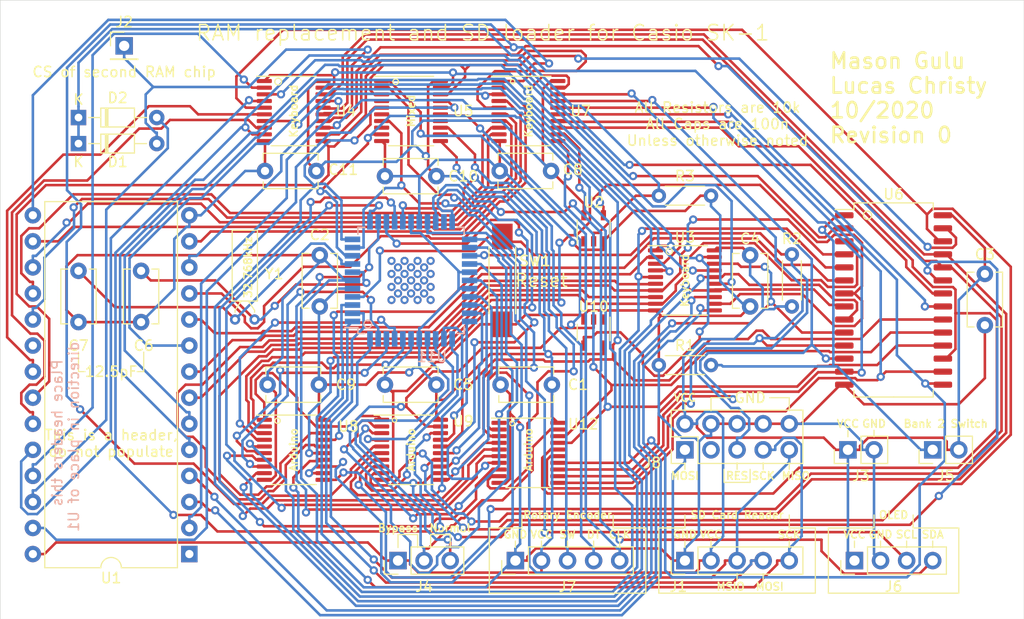
<source format=kicad_pcb>
(kicad_pcb (version 20171130) (host pcbnew "(5.1.6)-1")
  (layers (0 F.Cu signal hide) (31 B.Cu signal hide) (34 B.Paste user) (35 F.Paste user) (36 B.SilkS user) (37 F.SilkS user) (38 B.Mask user) (39 F.Mask user) (44 Edge.Cuts user))
  (net 0 "")
  (net 1 CS2)
  (net 2 "Net-(D1-Pad1)")
  (net 3 CS1)
  (net 4 SDA)
  (net 5 SCL)
  (net 6 +5V)
  (net 7 GND)
  (net 8 "Net-(U1-Pad13)")
  (net 9 "Net-(U1-Pad12)")
  (net 10 A8)
  (net 11 "Net-(U1-Pad11)")
  (net 12 A9)
  (net 13 A0)
  (net 14 A11)
  (net 15 A1)
  (net 16 OE)
  (net 17 A2)
  (net 18 A10)
  (net 19 A3)
  (net 20 "Net-(U1-Pad20)")
  (net 21 A4)
  (net 22 "Net-(U1-Pad19)")
  (net 23 A5)
  (net 24 "Net-(U1-Pad18)")
  (net 25 A6)
  (net 26 "Net-(U1-Pad17)")
  (net 27 A7)
  (net 28 "Net-(U1-Pad16)")
  (net 29 A12)
  (net 30 "Net-(U1-Pad15)")
  (net 31 "Net-(U1-Pad1)")
  (net 32 "Net-(U2-Pad4)")
  (net 33 KeyboardEnable)
  (net 34 /GA0)
  (net 35 /GA1)
  (net 36 /GA2)
  (net 37 /GA3)
  (net 38 /GA7)
  (net 39 /GA6)
  (net 40 /GA5)
  (net 41 /GA4)
  (net 42 /GA8)
  (net 43 /GA9)
  (net 44 /GA10)
  (net 45 /GA11)
  (net 46 "Net-(U4-Pad7)")
  (net 47 /GA13)
  (net 48 "Net-(U4-Pad3)")
  (net 49 /GD0)
  (net 50 /GD1)
  (net 51 /GD2)
  (net 52 /GD3)
  (net 53 /GD7)
  (net 54 /GD6)
  (net 55 /GD5)
  (net 56 /GD4)
  (net 57 ArduinoEnable)
  (net 58 "Net-(U11-Pad13)")
  (net 59 "Net-(U11-Pad14)")
  (net 60 "Net-(U11-Pad15)")
  (net 61 "Net-(U11-Pad16)")
  (net 62 "Net-(U11-Pad12)")
  (net 63 "Net-(U11-Pad44)")
  (net 64 "Net-(U11-Pad43)")
  (net 65 "Net-(U11-Pad42)")
  (net 66 "Net-(U11-Pad41)")
  (net 67 "Net-(U11-Pad40)")
  (net 68 "Net-(U11-Pad33)")
  (net 69 "Net-(U11-Pad32)")
  (net 70 "Net-(U11-Pad31)")
  (net 71 "Net-(U11-Pad30)")
  (net 72 "Net-(U11-Pad34)")
  (net 73 "Net-(U11-Pad35)")
  (net 74 KWE)
  (net 75 /GOE)
  (net 76 /GWE)
  (net 77 "Net-(U5-Pad16)")
  (net 78 "Net-(U5-Pad14)")
  (net 79 "Net-(U5-Pad12)")
  (net 80 "Net-(U5-Pad8)")
  (net 81 "Net-(U5-Pad6)")
  (net 82 "Net-(U5-Pad4)")
  (net 83 AWE)
  (net 84 /AOE)
  (net 85 "Net-(J4-Pad3)")
  (net 86 "Net-(J5-Pad1)")
  (net 87 XTAL2)
  (net 88 XTAL1)
  (net 89 SCK)
  (net 90 MOSI)
  (net 91 MISO)
  (net 92 "Net-(J7-Pad5)")
  (net 93 "Net-(J7-Pad4)")
  (net 94 "Net-(J7-Pad3)")
  (net 95 /PD0)
  (net 96 /PD1)
  (net 97 /PD2)
  (net 98 PC3)
  (net 99 PC4)
  (net 100 PC5)
  (net 101 "Net-(U11-Pad36)")
  (net 102 "Net-(U11-Pad21)")
  (net 103 RESET)
  (net 104 "Net-(J8-Pad3)")
  (module Package_DIP:DIP-28_W15.24mm (layer F.Cu) (at 91.44 125.73 180)
    (fp_text reference U1 (at 7.62 -2.33) (layer F.SilkS))
    (fp_text value UPD4168C)
    (pad 28 thru_hole oval (at 15.24 0 180) (size 1.6 1.6) (drill 0.8) (layers *.Cu *.Mask) (net 6 +5V))
    (pad 14 thru_hole oval (at 0 33.02 180) (size 1.6 1.6) (drill 0.8) (layers *.Cu *.Mask) (net 7 GND))
    (pad 27 thru_hole oval (at 15.24 2.54 180) (size 1.6 1.6) (drill 0.8) (layers *.Cu *.Mask) (net 74 KWE))
    (pad 13 thru_hole oval (at 0 30.48 180) (size 1.6 1.6) (drill 0.8) (layers *.Cu *.Mask) (net 8 "Net-(U1-Pad13)"))
    (pad 26 thru_hole oval (at 15.24 5.08 180) (size 1.6 1.6) (drill 0.8) (layers *.Cu *.Mask) (net 3 CS1))
    (pad 12 thru_hole oval (at 0 27.94 180) (size 1.6 1.6) (drill 0.8) (layers *.Cu *.Mask) (net 9 "Net-(U1-Pad12)"))
    (pad 25 thru_hole oval (at 15.24 7.62 180) (size 1.6 1.6) (drill 0.8) (layers *.Cu *.Mask) (net 10 A8))
    (pad 11 thru_hole oval (at 0 25.4 180) (size 1.6 1.6) (drill 0.8) (layers *.Cu *.Mask) (net 11 "Net-(U1-Pad11)"))
    (pad 24 thru_hole oval (at 15.24 10.16 180) (size 1.6 1.6) (drill 0.8) (layers *.Cu *.Mask) (net 12 A9))
    (pad 10 thru_hole oval (at 0 22.86 180) (size 1.6 1.6) (drill 0.8) (layers *.Cu *.Mask) (net 13 A0))
    (pad 23 thru_hole oval (at 15.24 12.7 180) (size 1.6 1.6) (drill 0.8) (layers *.Cu *.Mask) (net 14 A11))
    (pad 9 thru_hole oval (at 0 20.32 180) (size 1.6 1.6) (drill 0.8) (layers *.Cu *.Mask) (net 15 A1))
    (pad 22 thru_hole oval (at 15.24 15.24 180) (size 1.6 1.6) (drill 0.8) (layers *.Cu *.Mask) (net 16 OE))
    (pad 8 thru_hole oval (at 0 17.78 180) (size 1.6 1.6) (drill 0.8) (layers *.Cu *.Mask) (net 17 A2))
    (pad 21 thru_hole oval (at 15.24 17.78 180) (size 1.6 1.6) (drill 0.8) (layers *.Cu *.Mask) (net 18 A10))
    (pad 7 thru_hole oval (at 0 15.24 180) (size 1.6 1.6) (drill 0.8) (layers *.Cu *.Mask) (net 19 A3))
    (pad 20 thru_hole oval (at 15.24 20.32 180) (size 1.6 1.6) (drill 0.8) (layers *.Cu *.Mask) (net 20 "Net-(U1-Pad20)"))
    (pad 6 thru_hole oval (at 0 12.7 180) (size 1.6 1.6) (drill 0.8) (layers *.Cu *.Mask) (net 21 A4))
    (pad 19 thru_hole oval (at 15.24 22.86 180) (size 1.6 1.6) (drill 0.8) (layers *.Cu *.Mask) (net 22 "Net-(U1-Pad19)"))
    (pad 5 thru_hole oval (at 0 10.16 180) (size 1.6 1.6) (drill 0.8) (layers *.Cu *.Mask) (net 23 A5))
    (pad 18 thru_hole oval (at 15.24 25.4 180) (size 1.6 1.6) (drill 0.8) (layers *.Cu *.Mask) (net 24 "Net-(U1-Pad18)"))
    (pad 4 thru_hole oval (at 0 7.62 180) (size 1.6 1.6) (drill 0.8) (layers *.Cu *.Mask) (net 25 A6))
    (pad 17 thru_hole oval (at 15.24 27.94 180) (size 1.6 1.6) (drill 0.8) (layers *.Cu *.Mask) (net 26 "Net-(U1-Pad17)"))
    (pad 3 thru_hole oval (at 0 5.08 180) (size 1.6 1.6) (drill 0.8) (layers *.Cu *.Mask) (net 27 A7))
    (pad 16 thru_hole oval (at 15.24 30.48 180) (size 1.6 1.6) (drill 0.8) (layers *.Cu *.Mask) (net 28 "Net-(U1-Pad16)"))
    (pad 2 thru_hole oval (at 0 2.54 180) (size 1.6 1.6) (drill 0.8) (layers *.Cu *.Mask) (net 29 A12))
    (pad 15 thru_hole oval (at 15.24 33.02 180) (size 1.6 1.6) (drill 0.8) (layers *.Cu *.Mask) (net 30 "Net-(U1-Pad15)"))
    (pad 1 thru_hole rect (at 0 0 180) (size 1.6 1.6) (drill 0.8) (layers *.Cu *.Mask) (net 31 "Net-(U1-Pad1)"))
  )
  (module Connector_PinHeader_2.54mm:PinHeader_2x05_P2.54mm_Vertical (layer F.Cu) (at 139.7 115.57 90)
    (fp_text reference J8 (at -1.27 -3.175 180) (layer F.SilkS))
    (fp_text value Conn_02x05_Odd_Even)
    (pad 10 thru_hole oval (at 2.54 10.16 90) (size 1.7 1.7) (drill 1) (layers *.Cu *.Mask) (net 7 GND))
    (pad 9 thru_hole oval (at 0 10.16 90) (size 1.7 1.7) (drill 1) (layers *.Cu *.Mask) (net 91 MISO))
    (pad 8 thru_hole oval (at 2.54 7.62 90) (size 1.7 1.7) (drill 1) (layers *.Cu *.Mask) (net 7 GND))
    (pad 7 thru_hole oval (at 0 7.62 90) (size 1.7 1.7) (drill 1) (layers *.Cu *.Mask) (net 89 SCK))
    (pad 6 thru_hole oval (at 2.54 5.08 90) (size 1.7 1.7) (drill 1) (layers *.Cu *.Mask) (net 7 GND))
    (pad 5 thru_hole oval (at 0 5.08 90) (size 1.7 1.7) (drill 1) (layers *.Cu *.Mask) (net 103 RESET))
    (pad 4 thru_hole oval (at 2.54 2.54 90) (size 1.7 1.7) (drill 1) (layers *.Cu *.Mask) (net 7 GND))
    (pad 3 thru_hole oval (at 0 2.54 90) (size 1.7 1.7) (drill 1) (layers *.Cu *.Mask) (net 104 "Net-(J8-Pad3)"))
    (pad 2 thru_hole oval (at 2.54 0 90) (size 1.7 1.7) (drill 1) (layers *.Cu *.Mask) (net 6 +5V))
    (pad 1 thru_hole rect (at 0 0 90) (size 1.7 1.7) (drill 1) (layers *.Cu *.Mask) (net 90 MOSI))
  )
  (module Crystal:Crystal_C26-LF_D2.1mm_L6.5mm_Horizontal (layer F.Cu) (at 97.79 102.87 180)
    (fp_text reference Y1 (at -1.905 4.445 180) (layer F.SilkS))
    (fp_text value 32.768kHz)
    (pad 2 thru_hole circle (at 1.9 0 180) (size 1 1) (drill 0.5) (layers *.Cu *.Mask) (net 88 XTAL1))
    (pad 1 thru_hole circle (at 0 0 180) (size 1 1) (drill 0.5) (layers *.Cu *.Mask) (net 87 XTAL2))
  )
  (module Package_SO:TSSOP-20_4.4x6.5mm_P0.65mm (layer F.Cu) (at 124.46 115.865)
    (fp_text reference U12 (at 5.334 -2.794) (layer F.SilkS))
    (fp_text value 74LV245APWJ)
    (pad 20 smd roundrect (at 2.8625 -2.925) (size 1.475 0.4) (layers F.Cu F.Paste F.Mask) (net 6 +5V))
    (pad 19 smd roundrect (at 2.8625 -2.275) (size 1.475 0.4) (layers F.Cu F.Paste F.Mask) (net 57 ArduinoEnable))
    (pad 18 smd roundrect (at 2.8625 -1.625) (size 1.475 0.4) (layers F.Cu F.Paste F.Mask) (net 53 /GD7))
    (pad 17 smd roundrect (at 2.8625 -0.975) (size 1.475 0.4) (layers F.Cu F.Paste F.Mask) (net 54 /GD6))
    (pad 16 smd roundrect (at 2.8625 -0.325) (size 1.475 0.4) (layers F.Cu F.Paste F.Mask) (net 55 /GD5))
    (pad 15 smd roundrect (at 2.8625 0.325) (size 1.475 0.4) (layers F.Cu F.Paste F.Mask) (net 56 /GD4))
    (pad 14 smd roundrect (at 2.8625 0.975) (size 1.475 0.4) (layers F.Cu F.Paste F.Mask) (net 52 /GD3))
    (pad 13 smd roundrect (at 2.8625 1.625) (size 1.475 0.4) (layers F.Cu F.Paste F.Mask) (net 51 /GD2))
    (pad 12 smd roundrect (at 2.8625 2.275) (size 1.475 0.4) (layers F.Cu F.Paste F.Mask) (net 50 /GD1))
    (pad 11 smd roundrect (at 2.8625 2.925) (size 1.475 0.4) (layers F.Cu F.Paste F.Mask) (net 49 /GD0))
    (pad 10 smd roundrect (at -2.8625 2.925) (size 1.475 0.4) (layers F.Cu F.Paste F.Mask) (net 7 GND))
    (pad 9 smd roundrect (at -2.8625 2.275) (size 1.475 0.4) (layers F.Cu F.Paste F.Mask) (net 61 "Net-(U11-Pad16)"))
    (pad 8 smd roundrect (at -2.8625 1.625) (size 1.475 0.4) (layers F.Cu F.Paste F.Mask) (net 60 "Net-(U11-Pad15)"))
    (pad 7 smd roundrect (at -2.8625 0.975) (size 1.475 0.4) (layers F.Cu F.Paste F.Mask) (net 59 "Net-(U11-Pad14)"))
    (pad 6 smd roundrect (at -2.8625 0.325) (size 1.475 0.4) (layers F.Cu F.Paste F.Mask) (net 58 "Net-(U11-Pad13)"))
    (pad 5 smd roundrect (at -2.8625 -0.325) (size 1.475 0.4) (layers F.Cu F.Paste F.Mask) (net 62 "Net-(U11-Pad12)"))
    (pad 4 smd roundrect (at -2.8625 -0.975) (size 1.475 0.4) (layers F.Cu F.Paste F.Mask) (net 97 /PD2))
    (pad 3 smd roundrect (at -2.8625 -1.625) (size 1.475 0.4) (layers F.Cu F.Paste F.Mask) (net 96 /PD1))
    (pad 2 smd roundrect (at -2.8625 -2.275) (size 1.475 0.4) (layers F.Cu F.Paste F.Mask) (net 95 /PD0))
    (pad 1 smd roundrect (at -2.8625 -2.925) (size 1.475 0.4) (layers F.Cu F.Paste F.Mask) (net 84 /AOE))
  )
  (module Package_QFP:TQFP-44_10x10mm_P0.8mm (layer B.Cu) (at 113.03 99.06)
    (fp_text reference U11 (at 2.032 7.45) (layer B.SilkS) (effects (justify mirror)))
    (fp_text value ATmega32-16AU)
    (pad 44 smd rect (at -4 5.7 270) (size 1.5 0.55) (layers B.Cu B.Paste B.Mask) (net 63 "Net-(U11-Pad44)"))
    (pad 43 smd rect (at -3.2 5.7 270) (size 1.5 0.55) (layers B.Cu B.Paste B.Mask) (net 64 "Net-(U11-Pad43)"))
    (pad 42 smd rect (at -2.4 5.7 270) (size 1.5 0.55) (layers B.Cu B.Paste B.Mask) (net 65 "Net-(U11-Pad42)"))
    (pad 41 smd rect (at -1.6 5.7 270) (size 1.5 0.55) (layers B.Cu B.Paste B.Mask) (net 66 "Net-(U11-Pad41)"))
    (pad 40 smd rect (at -0.8 5.7 270) (size 1.5 0.55) (layers B.Cu B.Paste B.Mask) (net 67 "Net-(U11-Pad40)"))
    (pad 39 smd rect (at 0 5.7 270) (size 1.5 0.55) (layers B.Cu B.Paste B.Mask) (net 7 GND))
    (pad 38 smd rect (at 0.8 5.7 270) (size 1.5 0.55) (layers B.Cu B.Paste B.Mask) (net 6 +5V))
    (pad 37 smd rect (at 1.6 5.7 270) (size 1.5 0.55) (layers B.Cu B.Paste B.Mask) (net 85 "Net-(J4-Pad3)"))
    (pad 36 smd rect (at 2.4 5.7 270) (size 1.5 0.55) (layers B.Cu B.Paste B.Mask) (net 101 "Net-(U11-Pad36)"))
    (pad 35 smd rect (at 3.2 5.7 270) (size 1.5 0.55) (layers B.Cu B.Paste B.Mask) (net 73 "Net-(U11-Pad35)"))
    (pad 34 smd rect (at 4 5.7 270) (size 1.5 0.55) (layers B.Cu B.Paste B.Mask) (net 72 "Net-(U11-Pad34)"))
    (pad 33 smd rect (at 5.7 4) (size 1.5 0.55) (layers B.Cu B.Paste B.Mask) (net 68 "Net-(U11-Pad33)"))
    (pad 32 smd rect (at 5.7 3.2) (size 1.5 0.55) (layers B.Cu B.Paste B.Mask) (net 69 "Net-(U11-Pad32)"))
    (pad 31 smd rect (at 5.7 2.4) (size 1.5 0.55) (layers B.Cu B.Paste B.Mask) (net 70 "Net-(U11-Pad31)"))
    (pad 30 smd rect (at 5.7 1.6) (size 1.5 0.55) (layers B.Cu B.Paste B.Mask) (net 71 "Net-(U11-Pad30)"))
    (pad 29 smd rect (at 5.7 0.8) (size 1.5 0.55) (layers B.Cu B.Paste B.Mask) (net 6 +5V))
    (pad 28 smd rect (at 5.7 0) (size 1.5 0.55) (layers B.Cu B.Paste B.Mask) (net 7 GND))
    (pad 27 smd rect (at 5.7 -0.8) (size 1.5 0.55) (layers B.Cu B.Paste B.Mask) (net 6 +5V))
    (pad 26 smd rect (at 5.7 -1.6) (size 1.5 0.55) (layers B.Cu B.Paste B.Mask) (net 84 /AOE))
    (pad 25 smd rect (at 5.7 -2.4) (size 1.5 0.55) (layers B.Cu B.Paste B.Mask) (net 83 AWE))
    (pad 24 smd rect (at 5.7 -3.2) (size 1.5 0.55) (layers B.Cu B.Paste B.Mask) (net 100 PC5))
    (pad 23 smd rect (at 5.7 -4) (size 1.5 0.55) (layers B.Cu B.Paste B.Mask) (net 99 PC4))
    (pad 22 smd rect (at 4 -5.7 270) (size 1.5 0.55) (layers B.Cu B.Paste B.Mask) (net 98 PC3))
    (pad 21 smd rect (at 3.2 -5.7 270) (size 1.5 0.55) (layers B.Cu B.Paste B.Mask) (net 102 "Net-(U11-Pad21)"))
    (pad 20 smd rect (at 2.4 -5.7 270) (size 1.5 0.55) (layers B.Cu B.Paste B.Mask) (net 4 SDA))
    (pad 19 smd rect (at 1.6 -5.7 270) (size 1.5 0.55) (layers B.Cu B.Paste B.Mask) (net 5 SCL))
    (pad 18 smd rect (at 0.8 -5.7 270) (size 1.5 0.55) (layers B.Cu B.Paste B.Mask) (net 7 GND))
    (pad 17 smd rect (at 0 -5.7 270) (size 1.5 0.55) (layers B.Cu B.Paste B.Mask) (net 6 +5V))
    (pad 16 smd rect (at -0.8 -5.7 270) (size 1.5 0.55) (layers B.Cu B.Paste B.Mask) (net 61 "Net-(U11-Pad16)"))
    (pad 15 smd rect (at -1.6 -5.7 270) (size 1.5 0.55) (layers B.Cu B.Paste B.Mask) (net 60 "Net-(U11-Pad15)"))
    (pad 14 smd rect (at -2.4 -5.7 270) (size 1.5 0.55) (layers B.Cu B.Paste B.Mask) (net 59 "Net-(U11-Pad14)"))
    (pad 13 smd rect (at -3.2 -5.7 270) (size 1.5 0.55) (layers B.Cu B.Paste B.Mask) (net 58 "Net-(U11-Pad13)"))
    (pad 12 smd rect (at -4 -5.7 270) (size 1.5 0.55) (layers B.Cu B.Paste B.Mask) (net 62 "Net-(U11-Pad12)"))
    (pad 11 smd rect (at -5.7 -4) (size 1.5 0.55) (layers B.Cu B.Paste B.Mask) (net 97 /PD2))
    (pad 10 smd rect (at -5.7 -3.2) (size 1.5 0.55) (layers B.Cu B.Paste B.Mask) (net 96 /PD1))
    (pad 9 smd rect (at -5.7 -2.4) (size 1.5 0.55) (layers B.Cu B.Paste B.Mask) (net 95 /PD0))
    (pad 8 smd rect (at -5.7 -1.6) (size 1.5 0.55) (layers B.Cu B.Paste B.Mask) (net 88 XTAL1))
    (pad 7 smd rect (at -5.7 -0.8) (size 1.5 0.55) (layers B.Cu B.Paste B.Mask) (net 87 XTAL2))
    (pad 6 smd rect (at -5.7 0) (size 1.5 0.55) (layers B.Cu B.Paste B.Mask) (net 7 GND))
    (pad 5 smd rect (at -5.7 0.8) (size 1.5 0.55) (layers B.Cu B.Paste B.Mask) (net 6 +5V))
    (pad 4 smd rect (at -5.7 1.6) (size 1.5 0.55) (layers B.Cu B.Paste B.Mask) (net 103 RESET))
    (pad 3 smd rect (at -5.7 2.4) (size 1.5 0.55) (layers B.Cu B.Paste B.Mask) (net 89 SCK))
    (pad 2 smd rect (at -5.7 3.2) (size 1.5 0.55) (layers B.Cu B.Paste B.Mask) (net 91 MISO))
    (pad 1 smd rect (at -5.7 4) (size 1.5 0.55) (layers B.Cu B.Paste B.Mask) (net 90 MOSI))
  )
  (module Package_SO:thispackagefucker (layer F.Cu) (at 130.81 104.14 270)
    (fp_text reference U10 (at -2.54 0 180) (layer F.SilkS))
    (fp_text value MC74VHC1G04DBVT1G)
    (pad 5 smd rect (at 1.27 -0.95 270) (size 1 0.51) (layers F.Cu F.Paste F.Mask) (net 6 +5V))
    (pad 4 smd rect (at 1.27 0.95 270) (size 1 0.51) (layers F.Cu F.Paste F.Mask) (net 33 KeyboardEnable))
    (pad 3 smd rect (at -1.27 0.95 270) (size 1 0.51) (layers F.Cu F.Paste F.Mask) (net 7 GND))
    (pad 2 smd rect (at -1.27 0 270) (size 1 0.51) (layers F.Cu F.Paste F.Mask) (net 57 ArduinoEnable))
    (pad 1 smd rect (at -1.27 -0.95 270) (size 1 0.51) (layers F.Cu F.Paste F.Mask))
  )
  (module Package_SO:TSSOP-20_4.4x6.5mm_P0.65mm (layer F.Cu) (at 113.03 115.57)
    (fp_text reference U9 (at 5.08 -2.794) (layer F.SilkS))
    (fp_text value SN74HC244APWR)
    (pad 20 smd roundrect (at 2.8625 -2.925) (size 1.475 0.4) (layers F.Cu F.Paste F.Mask) (net 6 +5V))
    (pad 19 smd roundrect (at 2.8625 -2.275) (size 1.475 0.4) (layers F.Cu F.Paste F.Mask) (net 57 ArduinoEnable))
    (pad 18 smd roundrect (at 2.8625 -1.625) (size 1.475 0.4) (layers F.Cu F.Paste F.Mask) (net 75 /GOE))
    (pad 17 smd roundrect (at 2.8625 -0.975) (size 1.475 0.4) (layers F.Cu F.Paste F.Mask) (net 68 "Net-(U11-Pad33)"))
    (pad 16 smd roundrect (at 2.8625 -0.325) (size 1.475 0.4) (layers F.Cu F.Paste F.Mask) (net 46 "Net-(U4-Pad7)"))
    (pad 15 smd roundrect (at 2.8625 0.325) (size 1.475 0.4) (layers F.Cu F.Paste F.Mask) (net 69 "Net-(U11-Pad32)"))
    (pad 14 smd roundrect (at 2.8625 0.975) (size 1.475 0.4) (layers F.Cu F.Paste F.Mask) (net 47 /GA13))
    (pad 13 smd roundrect (at 2.8625 1.625) (size 1.475 0.4) (layers F.Cu F.Paste F.Mask) (net 70 "Net-(U11-Pad31)"))
    (pad 12 smd roundrect (at 2.8625 2.275) (size 1.475 0.4) (layers F.Cu F.Paste F.Mask) (net 45 /GA11))
    (pad 11 smd roundrect (at 2.8625 2.925) (size 1.475 0.4) (layers F.Cu F.Paste F.Mask) (net 71 "Net-(U11-Pad30)"))
    (pad 10 smd roundrect (at -2.8625 2.925) (size 1.475 0.4) (layers F.Cu F.Paste F.Mask) (net 7 GND))
    (pad 9 smd roundrect (at -2.8625 2.275) (size 1.475 0.4) (layers F.Cu F.Paste F.Mask) (net 42 /GA8))
    (pad 8 smd roundrect (at -2.8625 1.625) (size 1.475 0.4) (layers F.Cu F.Paste F.Mask) (net 72 "Net-(U11-Pad34)"))
    (pad 7 smd roundrect (at -2.8625 0.975) (size 1.475 0.4) (layers F.Cu F.Paste F.Mask) (net 43 /GA9))
    (pad 6 smd roundrect (at -2.8625 0.325) (size 1.475 0.4) (layers F.Cu F.Paste F.Mask) (net 73 "Net-(U11-Pad35)"))
    (pad 5 smd roundrect (at -2.8625 -0.325) (size 1.475 0.4) (layers F.Cu F.Paste F.Mask) (net 44 /GA10))
    (pad 4 smd roundrect (at -2.8625 -0.975) (size 1.475 0.4) (layers F.Cu F.Paste F.Mask) (net 101 "Net-(U11-Pad36)"))
    (pad 3 smd roundrect (at -2.8625 -1.625) (size 1.475 0.4) (layers F.Cu F.Paste F.Mask) (net 45 /GA11))
    (pad 2 smd roundrect (at -2.8625 -2.275) (size 1.475 0.4) (layers F.Cu F.Paste F.Mask) (net 84 /AOE))
    (pad 1 smd roundrect (at -2.8625 -2.925) (size 1.475 0.4) (layers F.Cu F.Paste F.Mask) (net 57 ArduinoEnable))
  )
  (module Package_SO:TSSOP-20_4.4x6.5mm_P0.65mm (layer F.Cu) (at 101.6 115.57)
    (fp_text reference U8 (at 5.334 -2.286) (layer F.SilkS))
    (fp_text value SN74HC244APWR)
    (pad 20 smd roundrect (at 2.8625 -2.925) (size 1.475 0.4) (layers F.Cu F.Paste F.Mask) (net 6 +5V))
    (pad 19 smd roundrect (at 2.8625 -2.275) (size 1.475 0.4) (layers F.Cu F.Paste F.Mask) (net 57 ArduinoEnable))
    (pad 18 smd roundrect (at 2.8625 -1.625) (size 1.475 0.4) (layers F.Cu F.Paste F.Mask) (net 38 /GA7))
    (pad 17 smd roundrect (at 2.8625 -0.975) (size 1.475 0.4) (layers F.Cu F.Paste F.Mask) (net 63 "Net-(U11-Pad44)"))
    (pad 16 smd roundrect (at 2.8625 -0.325) (size 1.475 0.4) (layers F.Cu F.Paste F.Mask) (net 39 /GA6))
    (pad 15 smd roundrect (at 2.8625 0.325) (size 1.475 0.4) (layers F.Cu F.Paste F.Mask) (net 98 PC3))
    (pad 14 smd roundrect (at 2.8625 0.975) (size 1.475 0.4) (layers F.Cu F.Paste F.Mask) (net 40 /GA5))
    (pad 13 smd roundrect (at 2.8625 1.625) (size 1.475 0.4) (layers F.Cu F.Paste F.Mask) (net 99 PC4))
    (pad 12 smd roundrect (at 2.8625 2.275) (size 1.475 0.4) (layers F.Cu F.Paste F.Mask) (net 41 /GA4))
    (pad 11 smd roundrect (at 2.8625 2.925) (size 1.475 0.4) (layers F.Cu F.Paste F.Mask) (net 100 PC5))
    (pad 10 smd roundrect (at -2.8625 2.925) (size 1.475 0.4) (layers F.Cu F.Paste F.Mask) (net 7 GND))
    (pad 9 smd roundrect (at -2.8625 2.275) (size 1.475 0.4) (layers F.Cu F.Paste F.Mask) (net 34 /GA0))
    (pad 8 smd roundrect (at -2.8625 1.625) (size 1.475 0.4) (layers F.Cu F.Paste F.Mask) (net 64 "Net-(U11-Pad43)"))
    (pad 7 smd roundrect (at -2.8625 0.975) (size 1.475 0.4) (layers F.Cu F.Paste F.Mask) (net 35 /GA1))
    (pad 6 smd roundrect (at -2.8625 0.325) (size 1.475 0.4) (layers F.Cu F.Paste F.Mask) (net 65 "Net-(U11-Pad42)"))
    (pad 5 smd roundrect (at -2.8625 -0.325) (size 1.475 0.4) (layers F.Cu F.Paste F.Mask) (net 36 /GA2))
    (pad 4 smd roundrect (at -2.8625 -0.975) (size 1.475 0.4) (layers F.Cu F.Paste F.Mask) (net 66 "Net-(U11-Pad41)"))
    (pad 3 smd roundrect (at -2.8625 -1.625) (size 1.475 0.4) (layers F.Cu F.Paste F.Mask) (net 37 /GA3))
    (pad 2 smd roundrect (at -2.8625 -2.275) (size 1.475 0.4) (layers F.Cu F.Paste F.Mask) (net 67 "Net-(U11-Pad40)"))
    (pad 1 smd roundrect (at -2.8625 -2.925) (size 1.475 0.4) (layers F.Cu F.Paste F.Mask) (net 57 ArduinoEnable))
  )
  (module Package_SO:TSSOP-20_4.4x6.5mm_P0.65mm (layer F.Cu) (at 124.46 82.55)
    (fp_text reference U7 (at 5.08 0) (layer F.SilkS))
    (fp_text value 74LV245APWJ)
    (pad 20 smd roundrect (at 2.8625 -2.925) (size 1.475 0.4) (layers F.Cu F.Paste F.Mask) (net 6 +5V))
    (pad 19 smd roundrect (at 2.8625 -2.275) (size 1.475 0.4) (layers F.Cu F.Paste F.Mask) (net 33 KeyboardEnable))
    (pad 18 smd roundrect (at 2.8625 -1.625) (size 1.475 0.4) (layers F.Cu F.Paste F.Mask) (net 49 /GD0))
    (pad 17 smd roundrect (at 2.8625 -0.975) (size 1.475 0.4) (layers F.Cu F.Paste F.Mask) (net 50 /GD1))
    (pad 16 smd roundrect (at 2.8625 -0.325) (size 1.475 0.4) (layers F.Cu F.Paste F.Mask) (net 51 /GD2))
    (pad 15 smd roundrect (at 2.8625 0.325) (size 1.475 0.4) (layers F.Cu F.Paste F.Mask) (net 52 /GD3))
    (pad 14 smd roundrect (at 2.8625 0.975) (size 1.475 0.4) (layers F.Cu F.Paste F.Mask) (net 56 /GD4))
    (pad 13 smd roundrect (at 2.8625 1.625) (size 1.475 0.4) (layers F.Cu F.Paste F.Mask) (net 55 /GD5))
    (pad 12 smd roundrect (at 2.8625 2.275) (size 1.475 0.4) (layers F.Cu F.Paste F.Mask) (net 54 /GD6))
    (pad 11 smd roundrect (at 2.8625 2.925) (size 1.475 0.4) (layers F.Cu F.Paste F.Mask) (net 53 /GD7))
    (pad 10 smd roundrect (at -2.8625 2.925) (size 1.475 0.4) (layers F.Cu F.Paste F.Mask) (net 7 GND))
    (pad 9 smd roundrect (at -2.8625 2.275) (size 1.475 0.4) (layers F.Cu F.Paste F.Mask) (net 22 "Net-(U1-Pad19)"))
    (pad 8 smd roundrect (at -2.8625 1.625) (size 1.475 0.4) (layers F.Cu F.Paste F.Mask) (net 24 "Net-(U1-Pad18)"))
    (pad 7 smd roundrect (at -2.8625 0.975) (size 1.475 0.4) (layers F.Cu F.Paste F.Mask) (net 26 "Net-(U1-Pad17)"))
    (pad 6 smd roundrect (at -2.8625 0.325) (size 1.475 0.4) (layers F.Cu F.Paste F.Mask) (net 28 "Net-(U1-Pad16)"))
    (pad 5 smd roundrect (at -2.8625 -0.325) (size 1.475 0.4) (layers F.Cu F.Paste F.Mask) (net 30 "Net-(U1-Pad15)"))
    (pad 4 smd roundrect (at -2.8625 -0.975) (size 1.475 0.4) (layers F.Cu F.Paste F.Mask) (net 8 "Net-(U1-Pad13)"))
    (pad 3 smd roundrect (at -2.8625 -1.625) (size 1.475 0.4) (layers F.Cu F.Paste F.Mask) (net 9 "Net-(U1-Pad12)"))
    (pad 2 smd roundrect (at -2.8625 -2.275) (size 1.475 0.4) (layers F.Cu F.Paste F.Mask) (net 11 "Net-(U1-Pad11)"))
    (pad 1 smd roundrect (at -2.8625 -2.925) (size 1.475 0.4) (layers F.Cu F.Paste F.Mask) (net 16 OE))
  )
  (module Package_SO:SOIC-28W_7.5x18.7mm_P1.27mm (layer F.Cu) (at 160.02 100.965)
    (fp_text reference U6 (at 0 -10.3) (layer F.SilkS))
    (fp_text value IS62C256AL-45ULI-TR)
    (pad 28 smd roundrect (at 4.8 -8.255) (size 1.8 0.6) (layers F.Cu F.Paste F.Mask) (net 6 +5V))
    (pad 27 smd roundrect (at 4.8 -6.985) (size 1.8 0.6) (layers F.Cu F.Paste F.Mask) (net 76 /GWE))
    (pad 26 smd roundrect (at 4.8 -5.715) (size 1.8 0.6) (layers F.Cu F.Paste F.Mask) (net 47 /GA13))
    (pad 25 smd roundrect (at 4.8 -4.445) (size 1.8 0.6) (layers F.Cu F.Paste F.Mask) (net 42 /GA8))
    (pad 24 smd roundrect (at 4.8 -3.175) (size 1.8 0.6) (layers F.Cu F.Paste F.Mask) (net 43 /GA9))
    (pad 23 smd roundrect (at 4.8 -1.905) (size 1.8 0.6) (layers F.Cu F.Paste F.Mask) (net 45 /GA11))
    (pad 22 smd roundrect (at 4.8 -0.635) (size 1.8 0.6) (layers F.Cu F.Paste F.Mask) (net 75 /GOE))
    (pad 21 smd roundrect (at 4.8 0.635) (size 1.8 0.6) (layers F.Cu F.Paste F.Mask) (net 44 /GA10))
    (pad 20 smd roundrect (at 4.8 1.905) (size 1.8 0.6) (layers F.Cu F.Paste F.Mask) (net 46 "Net-(U4-Pad7)"))
    (pad 19 smd roundrect (at 4.8 3.175) (size 1.8 0.6) (layers F.Cu F.Paste F.Mask) (net 53 /GD7))
    (pad 18 smd roundrect (at 4.8 4.445) (size 1.8 0.6) (layers F.Cu F.Paste F.Mask) (net 54 /GD6))
    (pad 17 smd roundrect (at 4.8 5.715) (size 1.8 0.6) (layers F.Cu F.Paste F.Mask) (net 55 /GD5))
    (pad 16 smd roundrect (at 4.8 6.985) (size 1.8 0.6) (layers F.Cu F.Paste F.Mask) (net 56 /GD4))
    (pad 15 smd roundrect (at 4.8 8.255) (size 1.8 0.6) (layers F.Cu F.Paste F.Mask) (net 52 /GD3))
    (pad 14 smd roundrect (at -4.8 8.255) (size 1.8 0.6) (layers F.Cu F.Paste F.Mask) (net 7 GND))
    (pad 13 smd roundrect (at -4.8 6.985) (size 1.8 0.6) (layers F.Cu F.Paste F.Mask) (net 51 /GD2))
    (pad 12 smd roundrect (at -4.8 5.715) (size 1.8 0.6) (layers F.Cu F.Paste F.Mask) (net 50 /GD1))
    (pad 11 smd roundrect (at -4.8 4.445) (size 1.8 0.6) (layers F.Cu F.Paste F.Mask) (net 49 /GD0))
    (pad 10 smd roundrect (at -4.8 3.175) (size 1.8 0.6) (layers F.Cu F.Paste F.Mask) (net 34 /GA0))
    (pad 9 smd roundrect (at -4.8 1.905) (size 1.8 0.6) (layers F.Cu F.Paste F.Mask) (net 35 /GA1))
    (pad 8 smd roundrect (at -4.8 0.635) (size 1.8 0.6) (layers F.Cu F.Paste F.Mask) (net 36 /GA2))
    (pad 7 smd roundrect (at -4.8 -0.635) (size 1.8 0.6) (layers F.Cu F.Paste F.Mask) (net 37 /GA3))
    (pad 6 smd roundrect (at -4.8 -1.905) (size 1.8 0.6) (layers F.Cu F.Paste F.Mask) (net 41 /GA4))
    (pad 5 smd roundrect (at -4.8 -3.175) (size 1.8 0.6) (layers F.Cu F.Paste F.Mask) (net 40 /GA5))
    (pad 4 smd roundrect (at -4.8 -4.445) (size 1.8 0.6) (layers F.Cu F.Paste F.Mask) (net 39 /GA6))
    (pad 3 smd roundrect (at -4.8 -5.715) (size 1.8 0.6) (layers F.Cu F.Paste F.Mask) (net 38 /GA7))
    (pad 2 smd roundrect (at -4.8 -6.985) (size 1.8 0.6) (layers F.Cu F.Paste F.Mask) (net 48 "Net-(U4-Pad3)"))
    (pad 1 smd roundrect (at -4.8 -8.255) (size 1.8 0.6) (layers F.Cu F.Paste F.Mask) (net 86 "Net-(J5-Pad1)"))
  )
  (module Package_SO:TSSOP-20_4.4x6.5mm_P0.65mm (layer F.Cu) (at 113.03 82.55)
    (fp_text reference U5 (at 5.08 0) (layer F.SilkS))
    (fp_text value SN74HC244APWR)
    (pad 20 smd roundrect (at 2.8625 -2.925) (size 1.475 0.4) (layers F.Cu F.Paste F.Mask) (net 6 +5V))
    (pad 19 smd roundrect (at 2.8625 -2.275) (size 1.475 0.4) (layers F.Cu F.Paste F.Mask) (net 33 KeyboardEnable))
    (pad 18 smd roundrect (at 2.8625 -1.625) (size 1.475 0.4) (layers F.Cu F.Paste F.Mask) (net 76 /GWE))
    (pad 17 smd roundrect (at 2.8625 -0.975) (size 1.475 0.4) (layers F.Cu F.Paste F.Mask) (net 74 KWE))
    (pad 16 smd roundrect (at 2.8625 -0.325) (size 1.475 0.4) (layers F.Cu F.Paste F.Mask) (net 77 "Net-(U5-Pad16)"))
    (pad 15 smd roundrect (at 2.8625 0.325) (size 1.475 0.4) (layers F.Cu F.Paste F.Mask) (net 92 "Net-(J7-Pad5)"))
    (pad 14 smd roundrect (at 2.8625 0.975) (size 1.475 0.4) (layers F.Cu F.Paste F.Mask) (net 78 "Net-(U5-Pad14)"))
    (pad 13 smd roundrect (at 2.8625 1.625) (size 1.475 0.4) (layers F.Cu F.Paste F.Mask) (net 93 "Net-(J7-Pad4)"))
    (pad 12 smd roundrect (at 2.8625 2.275) (size 1.475 0.4) (layers F.Cu F.Paste F.Mask) (net 79 "Net-(U5-Pad12)"))
    (pad 11 smd roundrect (at 2.8625 2.925) (size 1.475 0.4) (layers F.Cu F.Paste F.Mask) (net 94 "Net-(J7-Pad3)"))
    (pad 10 smd roundrect (at -2.8625 2.925) (size 1.475 0.4) (layers F.Cu F.Paste F.Mask) (net 7 GND))
    (pad 9 smd roundrect (at -2.8625 2.275) (size 1.475 0.4) (layers F.Cu F.Paste F.Mask) (net 95 /PD0))
    (pad 8 smd roundrect (at -2.8625 1.625) (size 1.475 0.4) (layers F.Cu F.Paste F.Mask) (net 80 "Net-(U5-Pad8)"))
    (pad 7 smd roundrect (at -2.8625 0.975) (size 1.475 0.4) (layers F.Cu F.Paste F.Mask) (net 96 /PD1))
    (pad 6 smd roundrect (at -2.8625 0.325) (size 1.475 0.4) (layers F.Cu F.Paste F.Mask) (net 81 "Net-(U5-Pad6)"))
    (pad 5 smd roundrect (at -2.8625 -0.325) (size 1.475 0.4) (layers F.Cu F.Paste F.Mask) (net 97 /PD2))
    (pad 4 smd roundrect (at -2.8625 -0.975) (size 1.475 0.4) (layers F.Cu F.Paste F.Mask) (net 82 "Net-(U5-Pad4)"))
    (pad 3 smd roundrect (at -2.8625 -1.625) (size 1.475 0.4) (layers F.Cu F.Paste F.Mask) (net 76 /GWE))
    (pad 2 smd roundrect (at -2.8625 -2.275) (size 1.475 0.4) (layers F.Cu F.Paste F.Mask) (net 83 AWE))
    (pad 1 smd roundrect (at -2.8625 -2.925) (size 1.475 0.4) (layers F.Cu F.Paste F.Mask) (net 57 ArduinoEnable))
  )
  (module Package_SO:TSSOP-20_4.4x6.5mm_P0.65mm (layer F.Cu) (at 101.6 82.55)
    (fp_text reference U4 (at 5.08 0) (layer F.SilkS))
    (fp_text value SN74HC244APWR)
    (pad 20 smd roundrect (at 2.8625 -2.925) (size 1.475 0.4) (layers F.Cu F.Paste F.Mask) (net 6 +5V))
    (pad 19 smd roundrect (at 2.8625 -2.275) (size 1.475 0.4) (layers F.Cu F.Paste F.Mask) (net 33 KeyboardEnable))
    (pad 18 smd roundrect (at 2.8625 -1.625) (size 1.475 0.4) (layers F.Cu F.Paste F.Mask) (net 42 /GA8))
    (pad 17 smd roundrect (at 2.8625 -0.975) (size 1.475 0.4) (layers F.Cu F.Paste F.Mask) (net 29 A12))
    (pad 16 smd roundrect (at 2.8625 -0.325) (size 1.475 0.4) (layers F.Cu F.Paste F.Mask) (net 43 /GA9))
    (pad 15 smd roundrect (at 2.8625 0.325) (size 1.475 0.4) (layers F.Cu F.Paste F.Mask) (net 1 CS2))
    (pad 14 smd roundrect (at 2.8625 0.975) (size 1.475 0.4) (layers F.Cu F.Paste F.Mask) (net 44 /GA10))
    (pad 13 smd roundrect (at 2.8625 1.625) (size 1.475 0.4) (layers F.Cu F.Paste F.Mask) (net 32 "Net-(U2-Pad4)"))
    (pad 12 smd roundrect (at 2.8625 2.275) (size 1.475 0.4) (layers F.Cu F.Paste F.Mask) (net 45 /GA11))
    (pad 11 smd roundrect (at 2.8625 2.925) (size 1.475 0.4) (layers F.Cu F.Paste F.Mask) (net 16 OE))
    (pad 10 smd roundrect (at -2.8625 2.925) (size 1.475 0.4) (layers F.Cu F.Paste F.Mask) (net 7 GND))
    (pad 9 smd roundrect (at -2.8625 2.275) (size 1.475 0.4) (layers F.Cu F.Paste F.Mask) (net 75 /GOE))
    (pad 8 smd roundrect (at -2.8625 1.625) (size 1.475 0.4) (layers F.Cu F.Paste F.Mask) (net 14 A11))
    (pad 7 smd roundrect (at -2.8625 0.975) (size 1.475 0.4) (layers F.Cu F.Paste F.Mask) (net 46 "Net-(U4-Pad7)"))
    (pad 6 smd roundrect (at -2.8625 0.325) (size 1.475 0.4) (layers F.Cu F.Paste F.Mask) (net 18 A10))
    (pad 5 smd roundrect (at -2.8625 -0.325) (size 1.475 0.4) (layers F.Cu F.Paste F.Mask) (net 47 /GA13))
    (pad 4 smd roundrect (at -2.8625 -0.975) (size 1.475 0.4) (layers F.Cu F.Paste F.Mask) (net 12 A9))
    (pad 3 smd roundrect (at -2.8625 -1.625) (size 1.475 0.4) (layers F.Cu F.Paste F.Mask) (net 48 "Net-(U4-Pad3)"))
    (pad 2 smd roundrect (at -2.8625 -2.275) (size 1.475 0.4) (layers F.Cu F.Paste F.Mask) (net 10 A8))
    (pad 1 smd roundrect (at -2.8625 -2.925) (size 1.475 0.4) (layers F.Cu F.Paste F.Mask) (net 33 KeyboardEnable))
  )
  (module Package_SO:TSSOP-20_4.4x6.5mm_P0.65mm (layer F.Cu) (at 139.7 99.06)
    (fp_text reference U3 (at 0 -4.2) (layer F.SilkS))
    (fp_text value SN74HC244APWR)
    (pad 20 smd roundrect (at 2.8625 -2.925) (size 1.475 0.4) (layers F.Cu F.Paste F.Mask) (net 6 +5V))
    (pad 19 smd roundrect (at 2.8625 -2.275) (size 1.475 0.4) (layers F.Cu F.Paste F.Mask) (net 33 KeyboardEnable))
    (pad 18 smd roundrect (at 2.8625 -1.625) (size 1.475 0.4) (layers F.Cu F.Paste F.Mask) (net 34 /GA0))
    (pad 17 smd roundrect (at 2.8625 -0.975) (size 1.475 0.4) (layers F.Cu F.Paste F.Mask) (net 21 A4))
    (pad 16 smd roundrect (at 2.8625 -0.325) (size 1.475 0.4) (layers F.Cu F.Paste F.Mask) (net 35 /GA1))
    (pad 15 smd roundrect (at 2.8625 0.325) (size 1.475 0.4) (layers F.Cu F.Paste F.Mask) (net 23 A5))
    (pad 14 smd roundrect (at 2.8625 0.975) (size 1.475 0.4) (layers F.Cu F.Paste F.Mask) (net 36 /GA2))
    (pad 13 smd roundrect (at 2.8625 1.625) (size 1.475 0.4) (layers F.Cu F.Paste F.Mask) (net 25 A6))
    (pad 12 smd roundrect (at 2.8625 2.275) (size 1.475 0.4) (layers F.Cu F.Paste F.Mask) (net 37 /GA3))
    (pad 11 smd roundrect (at 2.8625 2.925) (size 1.475 0.4) (layers F.Cu F.Paste F.Mask) (net 27 A7))
    (pad 10 smd roundrect (at -2.8625 2.925) (size 1.475 0.4) (layers F.Cu F.Paste F.Mask) (net 7 GND))
    (pad 9 smd roundrect (at -2.8625 2.275) (size 1.475 0.4) (layers F.Cu F.Paste F.Mask) (net 38 /GA7))
    (pad 8 smd roundrect (at -2.8625 1.625) (size 1.475 0.4) (layers F.Cu F.Paste F.Mask) (net 19 A3))
    (pad 7 smd roundrect (at -2.8625 0.975) (size 1.475 0.4) (layers F.Cu F.Paste F.Mask) (net 39 /GA6))
    (pad 6 smd roundrect (at -2.8625 0.325) (size 1.475 0.4) (layers F.Cu F.Paste F.Mask) (net 17 A2))
    (pad 5 smd roundrect (at -2.8625 -0.325) (size 1.475 0.4) (layers F.Cu F.Paste F.Mask) (net 40 /GA5))
    (pad 4 smd roundrect (at -2.8625 -0.975) (size 1.475 0.4) (layers F.Cu F.Paste F.Mask) (net 15 A1))
    (pad 3 smd roundrect (at -2.8625 -1.625) (size 1.475 0.4) (layers F.Cu F.Paste F.Mask) (net 41 /GA4))
    (pad 2 smd roundrect (at -2.8625 -2.275) (size 1.475 0.4) (layers F.Cu F.Paste F.Mask) (net 13 A0))
    (pad 1 smd roundrect (at -2.8625 -2.925) (size 1.475 0.4) (layers F.Cu F.Paste F.Mask) (net 33 KeyboardEnable))
  )
  (module Package_SO:thispackagefucker (layer F.Cu) (at 130.81 93.98 90)
    (fp_text reference U2 (at 2.54 0 180) (layer F.SilkS))
    (fp_text value MC74VHC1G04DBVT1G)
    (pad 5 smd rect (at 1.27 -0.95 90) (size 1 0.51) (layers F.Cu F.Paste F.Mask) (net 6 +5V))
    (pad 4 smd rect (at 1.27 0.95 90) (size 1 0.51) (layers F.Cu F.Paste F.Mask) (net 32 "Net-(U2-Pad4)"))
    (pad 3 smd rect (at -1.27 0.95 90) (size 1 0.51) (layers F.Cu F.Paste F.Mask) (net 7 GND))
    (pad 2 smd rect (at -1.27 0 90) (size 1 0.51) (layers F.Cu F.Paste F.Mask) (net 2 "Net-(D1-Pad1)"))
    (pad 1 smd rect (at -1.27 -0.95 90) (size 1 0.51) (layers F.Cu F.Paste F.Mask))
  )
  (module Button_Switch_SMD:SW_SPST_REED_CT05-XXXX-G1 (layer F.Cu) (at 121.92 99.06 90)
    (fp_text reference SW1 (at 1.905 3.175 180) (layer F.SilkS))
    (fp_text value "PTS636 SL43 LFS")
    (pad 1 smd rect (at -4.28 0 90) (size 2.5 2) (layers F.Cu F.Paste F.Mask) (net 7 GND))
    (pad 2 smd rect (at 4.28 0 90) (size 2.5 2) (layers F.Cu F.Paste F.Mask) (net 103 RESET))
  )
  (module Resistor_THT:R_Axial_DIN0204_L3.6mm_D1.6mm_P5.08mm_Horizontal (layer F.Cu) (at 137.16 90.805)
    (fp_text reference R3 (at 2.54 -1.92) (layer F.SilkS))
    (fp_text value 10k)
    (pad 2 thru_hole oval (at 5.08 0) (size 1.4 1.4) (drill 0.7) (layers *.Cu *.Mask) (net 7 GND))
    (pad 1 thru_hole circle (at 0 0) (size 1.4 1.4) (drill 0.7) (layers *.Cu *.Mask) (net 2 "Net-(D1-Pad1)"))
  )
  (module Resistor_THT:R_Axial_DIN0204_L3.6mm_D1.6mm_P5.08mm_Horizontal (layer F.Cu) (at 150.114 101.6 90)
    (fp_text reference R2 (at 6.604 0 180) (layer F.SilkS))
    (fp_text value 10k)
    (pad 2 thru_hole oval (at 5.08 0 90) (size 1.4 1.4) (drill 0.7) (layers *.Cu *.Mask) (net 103 RESET))
    (pad 1 thru_hole circle (at 0 0 90) (size 1.4 1.4) (drill 0.7) (layers *.Cu *.Mask) (net 6 +5V))
  )
  (module Resistor_THT:R_Axial_DIN0204_L3.6mm_D1.6mm_P5.08mm_Horizontal (layer F.Cu) (at 137.16 107.315)
    (fp_text reference R1 (at 2.54 -1.92) (layer F.SilkS))
    (fp_text value 10K)
    (pad 2 thru_hole oval (at 5.08 0) (size 1.4 1.4) (drill 0.7) (layers *.Cu *.Mask) (net 86 "Net-(J5-Pad1)"))
    (pad 1 thru_hole circle (at 0 0) (size 1.4 1.4) (drill 0.7) (layers *.Cu *.Mask) (net 7 GND))
  )
  (module Connector_PinHeader_2.54mm:PinHeader_1x05_P2.54mm_Vertical (layer F.Cu) (at 123.19 126.365 90)
    (fp_text reference J7 (at -2.54 5.08 180) (layer F.SilkS))
    (fp_text value Conn_01x05)
    (pad 5 thru_hole oval (at 0 10.16 90) (size 1.7 1.7) (drill 1) (layers *.Cu *.Mask) (net 92 "Net-(J7-Pad5)"))
    (pad 4 thru_hole oval (at 0 7.62 90) (size 1.7 1.7) (drill 1) (layers *.Cu *.Mask) (net 93 "Net-(J7-Pad4)"))
    (pad 3 thru_hole oval (at 0 5.08 90) (size 1.7 1.7) (drill 1) (layers *.Cu *.Mask) (net 94 "Net-(J7-Pad3)"))
    (pad 2 thru_hole oval (at 0 2.54 90) (size 1.7 1.7) (drill 1) (layers *.Cu *.Mask) (net 6 +5V))
    (pad 1 thru_hole rect (at 0 0 90) (size 1.7 1.7) (drill 1) (layers *.Cu *.Mask) (net 7 GND))
  )
  (module Connector_PinHeader_2.54mm:PinHeader_1x04_P2.54mm_Vertical (layer F.Cu) (at 156.21 126.365 90)
    (fp_text reference J6 (at -2.54 3.81 180) (layer F.SilkS))
    (fp_text value Conn_01x04)
    (pad 4 thru_hole oval (at 0 7.62 90) (size 1.7 1.7) (drill 1) (layers *.Cu *.Mask) (net 4 SDA))
    (pad 3 thru_hole oval (at 0 5.08 90) (size 1.7 1.7) (drill 1) (layers *.Cu *.Mask) (net 5 SCL))
    (pad 2 thru_hole oval (at 0 2.54 90) (size 1.7 1.7) (drill 1) (layers *.Cu *.Mask) (net 7 GND))
    (pad 1 thru_hole rect (at 0 0 90) (size 1.7 1.7) (drill 1) (layers *.Cu *.Mask) (net 6 +5V))
  )
  (module Connector_PinHeader_2.54mm:PinHeader_1x02_P2.54mm_Vertical (layer F.Cu) (at 163.83 115.57 90)
    (fp_text reference J5 (at -2.54 1.27 180) (layer F.SilkS))
    (fp_text value Conn_01x02)
    (pad 2 thru_hole oval (at 0 2.54 90) (size 1.7 1.7) (drill 1) (layers *.Cu *.Mask) (net 6 +5V))
    (pad 1 thru_hole rect (at 0 0 90) (size 1.7 1.7) (drill 1) (layers *.Cu *.Mask) (net 86 "Net-(J5-Pad1)"))
  )
  (module Connector_PinHeader_2.54mm:PinHeader_1x03_P2.54mm_Vertical (layer F.Cu) (at 111.76 126.365 90)
    (fp_text reference J4 (at -2.54 2.54 180) (layer F.SilkS))
    (fp_text value Conn_01x03)
    (pad 3 thru_hole oval (at 0 5.08 90) (size 1.7 1.7) (drill 1) (layers *.Cu *.Mask) (net 85 "Net-(J4-Pad3)"))
    (pad 2 thru_hole oval (at 0 2.54 90) (size 1.7 1.7) (drill 1) (layers *.Cu *.Mask) (net 57 ArduinoEnable))
    (pad 1 thru_hole rect (at 0 0 90) (size 1.7 1.7) (drill 1) (layers *.Cu *.Mask) (net 6 +5V))
  )
  (module Connector_PinHeader_2.54mm:PinHeader_1x02_P2.54mm_Vertical (layer F.Cu) (at 155.575 115.57 90)
    (fp_text reference J3 (at -2.54 1.27 180) (layer F.SilkS))
    (fp_text value Conn_01x02)
    (pad 2 thru_hole oval (at 0 2.54 90) (size 1.7 1.7) (drill 1) (layers *.Cu *.Mask) (net 7 GND))
    (pad 1 thru_hole rect (at 0 0 90) (size 1.7 1.7) (drill 1) (layers *.Cu *.Mask) (net 6 +5V))
  )
  (module Connector_PinHeader_2.54mm:PinHeader_1x01_P2.54mm_Vertical (layer F.Cu) (at 85.09 76.2)
    (fp_text reference J2 (at 0 -2.33) (layer F.SilkS))
    (fp_text value Conn_01x01_Male)
    (pad 1 thru_hole rect (at 0 0) (size 1.7 1.7) (drill 1) (layers *.Cu *.Mask) (net 1 CS2))
  )
  (module Connector_PinHeader_2.54mm:PinHeader_1x05_P2.54mm_Vertical (layer F.Cu) (at 139.7 126.365 90)
    (fp_text reference J1 (at -2.54 -0.635 180) (layer F.SilkS))
    (fp_text value Conn_01x05)
    (pad 5 thru_hole oval (at 0 10.16 90) (size 1.7 1.7) (drill 1) (layers *.Cu *.Mask) (net 89 SCK))
    (pad 4 thru_hole oval (at 0 7.62 90) (size 1.7 1.7) (drill 1) (layers *.Cu *.Mask) (net 90 MOSI))
    (pad 3 thru_hole oval (at 0 5.08 90) (size 1.7 1.7) (drill 1) (layers *.Cu *.Mask) (net 91 MISO))
    (pad 2 thru_hole oval (at 0 2.54 90) (size 1.7 1.7) (drill 1) (layers *.Cu *.Mask) (net 6 +5V))
    (pad 1 thru_hole rect (at 0 0 90) (size 1.7 1.7) (drill 1) (layers *.Cu *.Mask) (net 7 GND))
  )
  (module Diode_THT:D_DO-34_SOD68_P7.62mm_Horizontal (layer F.Cu) (at 80.645 83.185)
    (fp_text reference D2 (at 3.81 -1.92) (layer F.SilkS))
    (fp_text value 1N4148)
    (fp_text user K (at 0 -1.75) (layer F.SilkS))
    (pad 2 thru_hole oval (at 7.62 0) (size 1.5 1.5) (drill 0.75) (layers *.Cu *.Mask) (net 3 CS1))
    (pad 1 thru_hole rect (at 0 0) (size 1.5 1.5) (drill 0.75) (layers *.Cu *.Mask) (net 2 "Net-(D1-Pad1)"))
  )
  (module Diode_THT:D_DO-34_SOD68_P7.62mm_Horizontal (layer F.Cu) (at 80.645 85.725)
    (fp_text reference D1 (at 3.81 1.778) (layer F.SilkS))
    (fp_text value 1N4148)
    (fp_text user K (at 0 1.778) (layer F.SilkS))
    (pad 2 thru_hole oval (at 7.62 0) (size 1.5 1.5) (drill 0.75) (layers *.Cu *.Mask) (net 1 CS2))
    (pad 1 thru_hole rect (at 0 0) (size 1.5 1.5) (drill 0.75) (layers *.Cu *.Mask) (net 2 "Net-(D1-Pad1)"))
  )
  (module Capacitor_THT:C_Disc_D5.1mm_W3.2mm_P5.00mm (layer F.Cu) (at 98.806 88.392)
    (fp_text reference C11 (at 7.62 -0.127) (layer F.SilkS))
    (fp_text value 100n)
    (pad 2 thru_hole circle (at 5 0) (size 1.6 1.6) (drill 0.8) (layers *.Cu *.Mask) (net 6 +5V))
    (pad 1 thru_hole circle (at 0 0) (size 1.6 1.6) (drill 0.8) (layers *.Cu *.Mask) (net 7 GND))
  )
  (module Capacitor_THT:C_Disc_D5.1mm_W3.2mm_P5.00mm (layer F.Cu) (at 110.49 88.9)
    (fp_text reference C10 (at 7.62 0) (layer F.SilkS))
    (fp_text value 100n)
    (pad 2 thru_hole circle (at 5 0) (size 1.6 1.6) (drill 0.8) (layers *.Cu *.Mask) (net 6 +5V))
    (pad 1 thru_hole circle (at 0 0) (size 1.6 1.6) (drill 0.8) (layers *.Cu *.Mask) (net 7 GND))
  )
  (module Capacitor_THT:C_Disc_D5.1mm_W3.2mm_P5.00mm (layer F.Cu) (at 99.06 109.22)
    (fp_text reference C9 (at 7.62 0) (layer F.SilkS))
    (fp_text value 100n)
    (pad 2 thru_hole circle (at 5 0) (size 1.6 1.6) (drill 0.8) (layers *.Cu *.Mask) (net 6 +5V))
    (pad 1 thru_hole circle (at 0 0) (size 1.6 1.6) (drill 0.8) (layers *.Cu *.Mask) (net 7 GND))
  )
  (module Capacitor_THT:C_Disc_D5.1mm_W3.2mm_P5.00mm (layer F.Cu) (at 121.666 88.392)
    (fp_text reference C8 (at 7.112 -0.127) (layer F.SilkS))
    (fp_text value 100n)
    (pad 2 thru_hole circle (at 5 0) (size 1.6 1.6) (drill 0.8) (layers *.Cu *.Mask) (net 6 +5V))
    (pad 1 thru_hole circle (at 0 0) (size 1.6 1.6) (drill 0.8) (layers *.Cu *.Mask) (net 7 GND))
  )
  (module Capacitor_THT:C_Disc_D5.1mm_W3.2mm_P5.00mm (layer F.Cu) (at 80.645 103.124 90)
    (fp_text reference C7 (at -2.286 0 180) (layer F.SilkS))
    (fp_text value 12.5p)
    (pad 2 thru_hole circle (at 5 0 90) (size 1.6 1.6) (drill 0.8) (layers *.Cu *.Mask) (net 88 XTAL1))
    (pad 1 thru_hole circle (at 0 0 90) (size 1.6 1.6) (drill 0.8) (layers *.Cu *.Mask) (net 7 GND))
  )
  (module Capacitor_THT:C_Disc_D5.1mm_W3.2mm_P5.00mm (layer F.Cu) (at 86.741 103.124 90)
    (fp_text reference C6 (at -2.286 0.254 180) (layer F.SilkS))
    (fp_text value 12.5p)
    (pad 2 thru_hole circle (at 5 0 90) (size 1.6 1.6) (drill 0.8) (layers *.Cu *.Mask) (net 87 XTAL2))
    (pad 1 thru_hole circle (at 0 0 90) (size 1.6 1.6) (drill 0.8) (layers *.Cu *.Mask) (net 7 GND))
  )
  (module Capacitor_THT:C_Disc_D5.1mm_W3.2mm_P5.00mm (layer F.Cu) (at 110.49 109.22)
    (fp_text reference C5 (at 7.62 0) (layer F.SilkS))
    (fp_text value 100n)
    (pad 2 thru_hole circle (at 5 0) (size 1.6 1.6) (drill 0.8) (layers *.Cu *.Mask) (net 6 +5V))
    (pad 1 thru_hole circle (at 0 0) (size 1.6 1.6) (drill 0.8) (layers *.Cu *.Mask) (net 7 GND))
  )
  (module Capacitor_THT:C_Disc_D5.1mm_W3.2mm_P5.00mm (layer F.Cu) (at 146.05 101.6 90)
    (fp_text reference C4 (at 6.604 0 180) (layer F.SilkS))
    (fp_text value 100n)
    (pad 2 thru_hole circle (at 5 0 90) (size 1.6 1.6) (drill 0.8) (layers *.Cu *.Mask) (net 6 +5V))
    (pad 1 thru_hole circle (at 0 0 90) (size 1.6 1.6) (drill 0.8) (layers *.Cu *.Mask) (net 7 GND))
  )
  (module Capacitor_THT:C_Disc_D5.1mm_W3.2mm_P5.00mm (layer F.Cu) (at 168.91 98.425 270)
    (fp_text reference C3 (at -1.905 0 180) (layer F.SilkS))
    (fp_text value 100n)
    (pad 2 thru_hole circle (at 5 0 270) (size 1.6 1.6) (drill 0.8) (layers *.Cu *.Mask) (net 7 GND))
    (pad 1 thru_hole circle (at 0 0 270) (size 1.6 1.6) (drill 0.8) (layers *.Cu *.Mask) (net 6 +5V))
  )
  (module Capacitor_THT:C_Disc_D5.1mm_W3.2mm_P5.00mm (layer F.Cu) (at 104.14 101.6 90)
    (fp_text reference C2 (at 6.985 0 180) (layer F.SilkS))
    (fp_text value 100n)
    (pad 2 thru_hole circle (at 5 0 90) (size 1.6 1.6) (drill 0.8) (layers *.Cu *.Mask) (net 7 GND))
    (pad 1 thru_hole circle (at 0 0 90) (size 1.6 1.6) (drill 0.8) (layers *.Cu *.Mask) (net 6 +5V))
  )
  (module Capacitor_THT:C_Disc_D5.1mm_W3.2mm_P5.00mm (layer F.Cu) (at 126.746 109.22 180)
    (fp_text reference C1 (at -2.54 0) (layer F.SilkS))
    (fp_text value 100n)
    (pad 2 thru_hole circle (at 5 0 180) (size 1.6 1.6) (drill 0.8) (layers *.Cu *.Mask) (net 7 GND))
    (pad 1 thru_hole circle (at 0 0 180) (size 1.6 1.6) (drill 0.8) (layers *.Cu *.Mask) (net 6 +5V))
  )
  (gr_text "Place headers this \ndirection in place of U1\n" (at 79.375 114.3 90) (layer B.SilkS) (effects (font (size 1 1)) (justify mirror)))
  (gr_text "This is a header,\ndo not populate" (at 83.82 114.935) (layer F.SilkS) (effects (font (size 1 1))))
  (gr_text "Arduino\n" (at 124.46 115.57 90) (layer F.SilkS) (effects (font (size 0.75 0.75))))
  (gr_text "Arduino\n" (at 113.03 115.57 90) (layer F.SilkS) (effects (font (size 0.75 0.75))))
  (gr_text "Arduino\n" (at 101.6 115.57 90) (layer F.SilkS) (effects (font (size 0.75 0.75))))
  (gr_text Mixed (at 113.03 82.55 90) (layer F.SilkS) (effects (font (size 0.75 0.75))))
  (gr_text Keyboard (at 139.7 99.06 90) (layer F.SilkS) (effects (font (size 0.75 0.75))))
  (gr_text Keyboard (at 124.46 82.55 90) (layer F.SilkS) (effects (font (size 0.75 0.75))))
  (gr_text Keyboard (at 101.6 82.55 90) (layer F.SilkS) (effects (font (size 0.75 0.75))))
  (gr_text Reset (at 125.73 99.06) (layer F.SilkS) (effects (font (size 1.25 1.25))))
  (gr_line (start 161.925 123.19) (end 161.925 121.92) (layer F.SilkS) (width 0.12))
  (gr_line (start 166.37 123.19) (end 161.925 123.19) (layer F.SilkS) (width 0.12))
  (gr_line (start 166.37 129.54) (end 166.37 123.19) (layer F.SilkS) (width 0.12))
  (gr_line (start 153.67 129.54) (end 166.37 129.54) (layer F.SilkS) (width 0.12))
  (gr_line (start 153.67 123.19) (end 153.67 129.54) (layer F.SilkS) (width 0.12))
  (gr_line (start 158.115 123.19) (end 153.67 123.19) (layer F.SilkS) (width 0.12))
  (gr_line (start 158.115 121.92) (end 158.115 123.19) (layer F.SilkS) (width 0.12))
  (gr_line (start 149.86 123.19) (end 149.86 121.92) (layer F.SilkS) (width 0.12))
  (gr_line (start 152.4 123.19) (end 149.86 123.19) (layer F.SilkS) (width 0.12))
  (gr_line (start 152.4 129.54) (end 152.4 123.19) (layer F.SilkS) (width 0.12))
  (gr_line (start 137.16 129.54) (end 152.4 129.54) (layer F.SilkS) (width 0.12))
  (gr_line (start 137.16 123.19) (end 137.16 129.54) (layer F.SilkS) (width 0.12))
  (gr_line (start 139.7 123.19) (end 137.16 123.19) (layer F.SilkS) (width 0.12))
  (gr_line (start 139.7 121.92) (end 139.7 123.19) (layer F.SilkS) (width 0.12))
  (gr_line (start 132.715 123.19) (end 132.715 121.92) (layer F.SilkS) (width 0.12))
  (gr_line (start 135.89 123.19) (end 132.715 123.19) (layer F.SilkS) (width 0.12))
  (gr_line (start 135.89 129.54) (end 135.89 123.19) (layer F.SilkS) (width 0.12))
  (gr_line (start 120.65 129.54) (end 135.89 129.54) (layer F.SilkS) (width 0.12))
  (gr_line (start 120.65 123.19) (end 120.65 129.54) (layer F.SilkS) (width 0.12))
  (gr_line (start 123.825 123.19) (end 120.65 123.19) (layer F.SilkS) (width 0.12))
  (gr_line (start 123.825 121.92) (end 123.825 123.19) (layer F.SilkS) (width 0.12))
  (gr_text OLED (at 160.02 121.92) (layer F.SilkS) (effects (font (size 0.75 0.75))))
  (gr_text "SD Card Reader" (at 144.78 121.92) (layer F.SilkS) (effects (font (size 0.75 0.75))))
  (gr_text "Rotary Encoder" (at 128.27 121.92) (layer F.SilkS) (effects (font (size 0.75 0.75))))
  (gr_line (start 80.645 107.95) (end 80.645 106.045) (layer F.SilkS) (width 0.12))
  (gr_line (start 81.28 107.95) (end 80.645 107.95) (layer F.SilkS) (width 0.12))
  (gr_line (start 86.995 107.95) (end 86.995 106.045) (layer F.SilkS) (width 0.12))
  (gr_line (start 86.36 107.95) (end 86.995 107.95) (layer F.SilkS) (width 0.12))
  (gr_text "12.5pF\n" (at 83.82 107.95) (layer F.SilkS) (effects (font (size 1 1))))
  (gr_text "RAM replacement and SD loader for Casio SK-1" (at 120.015 74.93) (layer F.SilkS) (effects (font (size 1.5 1.5))))
  (gr_text 32.768kHz (at 97.155 97.79 90) (layer F.SilkS) (effects (font (size 0.75 0.75))))
  (gr_text "All Resistors are 10k\nAll Caps are 100n\nUnless otherwise noted\n" (at 142.875 83.82) (layer F.SilkS) (effects (font (size 1 1))))
  (gr_text "Mason Gulu\nLucas Christy\n10/2020\nRevision 0" (at 153.67 81.28) (layer F.SilkS) (effects (font (size 1.5 1.5) (thickness 0.25)) (justify left)))
  (gr_circle (center 108.824906 103.310583) (end 109.089665 103.034792) (layer B.SilkS) (width 0.12))
  (gr_circle (center 138.183646 96.225615) (end 138.007285 96.473827) (layer F.SilkS) (width 0.12))
  (gr_circle (center 157.48 92.71) (end 157.886505 92.731092) (layer F.SilkS) (width 0.12))
  (gr_circle (center 111.534778 79.692652) (end 111.769925 79.833741) (layer F.SilkS) (width 0.12))
  (gr_circle (center 100.090933 79.684814) (end 100.380948 79.841579) (layer F.SilkS) (width 0.12))
  (gr_circle (center 100.030161 112.735963) (end 100.21044 112.924081) (layer F.SilkS) (width 0.12))
  (gr_circle (center 111.419137 112.673257) (end 111.575902 112.814346) (layer F.SilkS) (width 0.12))
  (gr_circle (center 122.919682 79.669036) (end 123.045094 79.833639) (layer F.SilkS) (width 0.12))
  (gr_circle (center 122.876824 113.00225) (end 123.027466 113.176676) (layer F.SilkS) (width 0.12))
  (gr_line (start 146.05 118.745) (end 146.05 117.475) (layer F.SilkS) (width 0.12))
  (gr_line (start 143.51 118.745) (end 146.05 118.745) (layer F.SilkS) (width 0.12))
  (gr_line (start 143.51 117.475) (end 143.51 118.745) (layer F.SilkS) (width 0.12))
  (gr_text "CS of second RAM chip" (at 85.09 78.74) (layer F.SilkS) (effects (font (size 1 1))))
  (gr_text "Bank 2 Switch\n" (at 165.1 113.03) (layer F.SilkS) (effects (font (size 0.75 0.75))))
  (gr_line (start 158.115 113.665) (end 158.115 114.3) (layer F.SilkS) (width 0.12))
  (gr_line (start 155.575 113.665) (end 155.575 114.3) (layer F.SilkS) (width 0.12))
  (gr_text GND (at 158.115 113.03) (layer F.SilkS) (effects (font (size 0.75 0.75))))
  (gr_text VCC (at 155.575 113.03) (layer F.SilkS) (effects (font (size 0.75 0.75))))
  (gr_line (start 116.84 123.825) (end 116.84 125.095) (layer F.SilkS) (width 0.12))
  (gr_line (start 114.935 123.825) (end 116.84 123.825) (layer F.SilkS) (width 0.12))
  (gr_line (start 114.935 125.095) (end 114.935 123.825) (layer F.SilkS) (width 0.12))
  (gr_line (start 111.76 123.825) (end 111.76 125.095) (layer F.SilkS) (width 0.12))
  (gr_line (start 113.665 123.825) (end 111.76 123.825) (layer F.SilkS) (width 0.12))
  (gr_line (start 113.665 125.095) (end 113.665 123.825) (layer F.SilkS) (width 0.12))
  (gr_text Bypass (at 111.76 123.19) (layer F.SilkS) (effects (font (size 0.75 0.75))))
  (gr_text Normal (at 116.84 123.19) (layer F.SilkS) (effects (font (size 0.75 0.75))))
  (gr_line (start 144.78 128.27) (end 144.78 127.635) (layer F.SilkS) (width 0.12))
  (gr_line (start 147.32 128.27) (end 147.32 127.635) (layer F.SilkS) (width 0.12))
  (gr_line (start 149.86 124.46) (end 149.86 125.095) (layer F.SilkS) (width 0.12))
  (gr_line (start 142.24 124.46) (end 142.24 125.095) (layer F.SilkS) (width 0.12))
  (gr_line (start 139.7 124.46) (end 139.7 125.095) (layer F.SilkS) (width 0.12))
  (gr_text SCK (at 149.86 123.825) (layer F.SilkS) (effects (font (size 0.75 0.75))))
  (gr_text MOSI (at 147.955 128.905) (layer F.SilkS) (effects (font (size 0.75 0.75))))
  (gr_text "MSIO\n" (at 144.145 128.905) (layer F.SilkS) (effects (font (size 0.75 0.75))))
  (gr_text VCC (at 142.24 123.825) (layer F.SilkS) (effects (font (size 0.75 0.75))))
  (gr_text GND (at 139.7 123.825) (layer F.SilkS) (effects (font (size 0.75 0.75))))
  (gr_line (start 133.35 124.46) (end 133.35 125.095) (layer F.SilkS) (width 0.12))
  (gr_line (start 130.81 124.46) (end 130.81 125.095) (layer F.SilkS) (width 0.12))
  (gr_line (start 128.27 124.46) (end 128.27 125.095) (layer F.SilkS) (width 0.12))
  (gr_line (start 125.73 124.46) (end 125.73 125.095) (layer F.SilkS) (width 0.12))
  (gr_line (start 123.19 124.46) (end 123.19 125.095) (layer F.SilkS) (width 0.12))
  (gr_text CLK (at 133.35 123.825) (layer F.SilkS) (effects (font (size 0.75 0.75))))
  (gr_text DT (at 130.81 123.825) (layer F.SilkS) (effects (font (size 0.75 0.75))))
  (gr_text SW (at 128.27 123.825) (layer F.SilkS) (effects (font (size 0.75 0.75))))
  (gr_text "VCC\n" (at 125.73 123.825) (layer F.SilkS) (effects (font (size 0.75 0.75))))
  (gr_text GND (at 123.19 123.825) (layer F.SilkS) (effects (font (size 0.75 0.75))))
  (gr_line (start 163.83 124.46) (end 163.83 125.095) (layer F.SilkS) (width 0.12))
  (gr_line (start 161.29 124.46) (end 161.29 125.095) (layer F.SilkS) (width 0.12))
  (gr_line (start 158.75 124.46) (end 158.75 125.095) (layer F.SilkS) (width 0.12))
  (gr_line (start 156.21 124.46) (end 156.21 125.095) (layer F.SilkS) (width 0.12))
  (gr_text VCC (at 156.21 123.825) (layer F.SilkS) (effects (font (size 0.75 0.75))))
  (gr_text GND (at 158.75 123.825) (layer F.SilkS) (effects (font (size 0.75 0.75))))
  (gr_text SCL (at 161.29 123.825) (layer F.SilkS) (effects (font (size 0.75 0.75))))
  (gr_text "SDA\n" (at 163.83 123.825) (layer F.SilkS) (effects (font (size 0.75 0.75))))
  (gr_line (start 139.7 111.125) (end 139.7 111.76) (layer F.SilkS) (width 0.12))
  (gr_line (start 149.86 110.49) (end 149.86 111.76) (layer F.SilkS) (width 0.12))
  (gr_line (start 147.955 110.49) (end 149.86 110.49) (layer F.SilkS) (width 0.12))
  (gr_line (start 142.24 110.49) (end 142.24 111.76) (layer F.SilkS) (width 0.12))
  (gr_line (start 144.145 110.49) (end 142.24 110.49) (layer F.SilkS) (width 0.12))
  (gr_text GND (at 146.05 110.49) (layer F.SilkS) (effects (font (size 1 1))))
  (gr_text VCC (at 139.7 110.49) (layer F.SilkS) (effects (font (size 0.75 0.75))))
  (gr_line (start 139.7 117.475) (end 139.7 116.84) (layer F.SilkS) (width 0.12))
  (gr_line (start 149.86 117.475) (end 149.86 116.84) (layer F.SilkS) (width 0.12))
  (gr_line (start 147.32 117.475) (end 147.32 116.84) (layer F.SilkS) (width 0.12))
  (gr_line (start 144.78 117.475) (end 144.78 116.84) (layer F.SilkS) (width 0.12))
  (gr_text MISO (at 150.495 118.11) (layer F.SilkS) (effects (font (size 0.75 0.75))))
  (gr_text SCK (at 147.32 118.11) (layer F.SilkS) (effects (font (size 0.75 0.75))))
  (gr_text "RES\n" (at 144.78 118.11) (layer F.SilkS) (effects (font (size 0.75 0.75))))
  (gr_text "MOSI\n" (at 139.7 118.11) (layer F.SilkS) (effects (font (size 0.75 0.75))))
  (gr_line (start 73.025 71.755) (end 73.66 71.755) (layer Edge.Cuts) (width 0.05))
  (gr_line (start 73.025 132.08) (end 73.025 71.755) (layer Edge.Cuts) (width 0.05))
  (gr_line (start 172.72 132.08) (end 73.025 132.08) (layer Edge.Cuts) (width 0.05))
  (gr_line (start 172.72 71.755) (end 172.72 132.08) (layer Edge.Cuts) (width 0.05))
  (gr_line (start 73.66 71.755) (end 172.72 71.755) (layer Edge.Cuts) (width 0.05))
  (via (at 111.125 97.155) (size 0.8) (drill 0.4) (layers F.Cu B.Cu) (net 0))
  (via (at 112.395 97.155) (size 0.8) (drill 0.4) (layers F.Cu B.Cu) (net 0))
  (via (at 113.665 97.155) (size 0.8) (drill 0.4) (layers F.Cu B.Cu) (net 0))
  (via (at 114.935 97.155) (size 0.8) (drill 0.4) (layers F.Cu B.Cu) (net 0))
  (via (at 114.3 97.79) (size 0.8) (drill 0.4) (layers F.Cu B.Cu) (net 0))
  (via (at 113.03 97.79) (size 0.8) (drill 0.4) (layers F.Cu B.Cu) (net 0))
  (via (at 111.76 97.79) (size 0.8) (drill 0.4) (layers F.Cu B.Cu) (net 0))
  (via (at 111.125 98.425) (size 0.8) (drill 0.4) (layers F.Cu B.Cu) (net 0))
  (via (at 112.395 98.425) (size 0.8) (drill 0.4) (layers F.Cu B.Cu) (net 0))
  (via (at 113.665 98.425) (size 0.8) (drill 0.4) (layers F.Cu B.Cu) (net 0))
  (via (at 114.935 98.425) (size 0.8) (drill 0.4) (layers F.Cu B.Cu) (net 0))
  (via (at 114.3 99.06) (size 0.8) (drill 0.4) (layers F.Cu B.Cu) (net 0))
  (via (at 113.03 99.06) (size 0.8) (drill 0.4) (layers F.Cu B.Cu) (net 0))
  (via (at 111.76 99.06) (size 0.8) (drill 0.4) (layers F.Cu B.Cu) (net 0))
  (via (at 111.125 99.695) (size 0.8) (drill 0.4) (layers F.Cu B.Cu) (net 0))
  (via (at 112.395 99.695) (size 0.8) (drill 0.4) (layers F.Cu B.Cu) (net 0))
  (via (at 113.665 99.695) (size 0.8) (drill 0.4) (layers F.Cu B.Cu) (net 0))
  (via (at 114.935 99.695) (size 0.8) (drill 0.4) (layers F.Cu B.Cu) (net 0))
  (via (at 114.3 100.33) (size 0.8) (drill 0.4) (layers F.Cu B.Cu) (net 0))
  (via (at 113.03 100.33) (size 0.8) (drill 0.4) (layers F.Cu B.Cu) (net 0))
  (via (at 111.76 100.33) (size 0.8) (drill 0.4) (layers F.Cu B.Cu) (net 0))
  (via (at 111.125 100.965) (size 0.8) (drill 0.4) (layers F.Cu B.Cu) (net 0))
  (via (at 112.395 100.965) (size 0.8) (drill 0.4) (layers F.Cu B.Cu) (net 0))
  (via (at 113.665 100.965) (size 0.8) (drill 0.4) (layers F.Cu B.Cu) (net 0))
  (via (at 114.935 100.965) (size 0.8) (drill 0.4) (layers F.Cu B.Cu) (net 0))
  (segment (start 108.8078 76.5652) (end 107.2756 78.0974) (width 0.25) (layer F.Cu) (net 1))
  (segment (start 107.2756 78.0974) (end 107.2756 82.0057) (width 0.25) (layer F.Cu) (net 1))
  (segment (start 107.2756 82.0057) (end 106.5269 82.7544) (width 0.25) (layer F.Cu) (net 1))
  (segment (start 106.5269 82.7544) (end 104.5831 82.7544) (width 0.25) (layer F.Cu) (net 1))
  (segment (start 104.5831 82.7544) (end 104.4625 82.875) (width 0.25) (layer F.Cu) (net 1))
  (segment (start 87.9208 80.2061) (end 97.22 80.2061) (width 0.25) (layer B.Cu) (net 1))
  (segment (start 97.22 80.2061) (end 100.8609 76.5652) (width 0.25) (layer B.Cu) (net 1))
  (segment (start 100.8609 76.5652) (end 108.8078 76.5652) (width 0.25) (layer B.Cu) (net 1))
  (segment (start 85.09 77.3753) (end 87.9208 80.2061) (width 0.25) (layer B.Cu) (net 1))
  (segment (start 88.265 84.6497) (end 88.1306 84.6497) (width 0.25) (layer B.Cu) (net 1))
  (segment (start 88.1306 84.6497) (end 87.1896 83.7087) (width 0.25) (layer B.Cu) (net 1))
  (segment (start 87.1896 83.7087) (end 87.1896 80.9373) (width 0.25) (layer B.Cu) (net 1))
  (segment (start 87.1896 80.9373) (end 87.9208 80.2061) (width 0.25) (layer B.Cu) (net 1))
  (segment (start 85.09 76.2) (end 85.09 77.3753) (width 0.25) (layer B.Cu) (net 1))
  (segment (start 88.265 85.725) (end 88.265 84.6497) (width 0.25) (layer B.Cu) (net 1))
  (via (at 108.8078 76.5652) (size 0.8) (layers F.Cu B.Cu) (net 1))
  (segment (start 130.81 95.25) (end 130.81 94.4247) (width 0.25) (layer F.Cu) (net 2))
  (segment (start 137.16 90.805) (end 134.9186 90.805) (width 0.25) (layer F.Cu) (net 2))
  (segment (start 134.9186 90.805) (end 131.2989 94.4247) (width 0.25) (layer F.Cu) (net 2))
  (segment (start 131.2989 94.4247) (end 130.81 94.4247) (width 0.25) (layer F.Cu) (net 2))
  (segment (start 80.645 82.1097) (end 80.645 77.8428) (width 0.25) (layer B.Cu) (net 2))
  (segment (start 80.645 77.8428) (end 83.9194 74.5684) (width 0.25) (layer B.Cu) (net 2))
  (segment (start 83.9194 74.5684) (end 120.2217 74.5684) (width 0.25) (layer B.Cu) (net 2))
  (segment (start 120.2217 74.5684) (end 122.7844 77.1311) (width 0.25) (layer B.Cu) (net 2))
  (segment (start 122.7844 77.1311) (end 123.8102 77.1311) (width 0.25) (layer B.Cu) (net 2))
  (segment (start 123.8102 77.1311) (end 128.7245 82.0454) (width 0.25) (layer B.Cu) (net 2))
  (segment (start 128.7245 82.0454) (end 129.5842 82.0454) (width 0.25) (layer B.Cu) (net 2))
  (segment (start 129.5842 82.0454) (end 137.16 89.6212) (width 0.25) (layer B.Cu) (net 2))
  (segment (start 137.16 89.6212) (end 137.16 90.805) (width 0.25) (layer B.Cu) (net 2))
  (segment (start 80.645 83.185) (end 80.645 82.1097) (width 0.25) (layer B.Cu) (net 2))
  (segment (start 80.645 85.725) (end 80.645 83.185) (width 0.25) (layer B.Cu) (net 2))
  (segment (start 76.2 120.65) (end 76.2 119.5247) (width 0.25) (layer B.Cu) (net 3))
  (segment (start 76.2 119.5247) (end 76.4813 119.5247) (width 0.25) (layer B.Cu) (net 3))
  (segment (start 76.4813 119.5247) (end 83.3461 112.6599) (width 0.25) (layer B.Cu) (net 3))
  (segment (start 83.3461 112.6599) (end 83.3461 92.1648) (width 0.25) (layer B.Cu) (net 3))
  (segment (start 83.3461 92.1648) (end 89.3406 86.1703) (width 0.25) (layer B.Cu) (net 3))
  (segment (start 89.3406 86.1703) (end 89.3406 84.2606) (width 0.25) (layer B.Cu) (net 3))
  (segment (start 89.3406 84.2606) (end 88.265 83.185) (width 0.25) (layer B.Cu) (net 3))
  (segment (start 133.3363 124.3308) (end 131.4562 122.4507) (width 0.25) (layer B.Cu) (net 4))
  (segment (start 131.4562 122.4507) (end 131.4562 107.8867) (width 0.25) (layer B.Cu) (net 4))
  (segment (start 131.4562 107.8867) (end 131.5256 107.8173) (width 0.25) (layer B.Cu) (net 4))
  (segment (start 131.5256 107.8173) (end 131.5256 94.4234) (width 0.25) (layer B.Cu) (net 4))
  (segment (start 131.5256 94.4234) (end 128.7979 91.6957) (width 0.25) (layer B.Cu) (net 4))
  (segment (start 128.7979 91.6957) (end 128.7979 91.5456) (width 0.25) (layer B.Cu) (net 4))
  (segment (start 153.0005 124.3308) (end 133.3363 124.3308) (width 0.25) (layer F.Cu) (net 4))
  (segment (start 115.43 92.2847) (end 115.2005 92.0552) (width 0.25) (layer B.Cu) (net 4))
  (segment (start 115.2005 92.0552) (end 115.2005 91.019) (width 0.25) (layer B.Cu) (net 4))
  (segment (start 115.2005 91.019) (end 116.4474 89.7721) (width 0.25) (layer B.Cu) (net 4))
  (segment (start 116.4474 89.7721) (end 117.6726 89.7721) (width 0.25) (layer B.Cu) (net 4))
  (segment (start 117.6726 89.7721) (end 119.2582 91.3577) (width 0.25) (layer B.Cu) (net 4))
  (segment (start 119.2582 91.3577) (end 120.7462 91.3577) (width 0.25) (layer B.Cu) (net 4))
  (segment (start 120.7462 91.3577) (end 121.7772 92.3887) (width 0.25) (layer B.Cu) (net 4))
  (segment (start 128.7979 91.5456) (end 127.9548 92.3887) (width 0.25) (layer F.Cu) (net 4))
  (segment (start 127.9548 92.3887) (end 121.7772 92.3887) (width 0.25) (layer F.Cu) (net 4))
  (segment (start 115.43 93.36) (end 115.43 92.2847) (width 0.25) (layer B.Cu) (net 4))
  (via (at 121.7772 92.3887) (size 0.8) (layers F.Cu B.Cu) (net 4))
  (via (at 128.7979 91.5456) (size 0.8) (layers F.Cu B.Cu) (net 4))
  (via (at 133.3363 124.3308) (size 0.8) (layers F.Cu B.Cu) (net 4))
  (segment (start 153.0005 125.440502) (end 155.194998 127.635) (width 0.25) (layer F.Cu) (net 4))
  (segment (start 153.0005 124.3308) (end 153.0005 125.440502) (width 0.25) (layer F.Cu) (net 4))
  (segment (start 162.56 127.635) (end 163.83 126.365) (width 0.25) (layer F.Cu) (net 4))
  (segment (start 155.194998 127.635) (end 162.56 127.635) (width 0.25) (layer F.Cu) (net 4))
  (segment (start 114.63 94.4353) (end 120.3369 94.4353) (width 0.25) (layer B.Cu) (net 5))
  (segment (start 120.3369 94.4353) (end 122.4502 96.5486) (width 0.25) (layer B.Cu) (net 5))
  (segment (start 122.4502 96.5486) (end 122.4502 96.7783) (width 0.25) (layer B.Cu) (net 5))
  (segment (start 122.4502 96.7783) (end 123.2012 97.5293) (width 0.25) (layer B.Cu) (net 5))
  (segment (start 123.2012 97.5293) (end 123.2012 102.9763) (width 0.25) (layer B.Cu) (net 5))
  (segment (start 123.2012 102.9763) (end 124.2422 104.0173) (width 0.25) (layer B.Cu) (net 5))
  (segment (start 124.2422 104.0173) (end 124.2422 108.883) (width 0.25) (layer B.Cu) (net 5))
  (segment (start 124.2422 108.883) (end 126.0449 110.6857) (width 0.25) (layer B.Cu) (net 5))
  (segment (start 126.0449 110.6857) (end 126.0449 123.6448) (width 0.25) (layer B.Cu) (net 5))
  (segment (start 114.63 93.36) (end 114.63 94.4353) (width 0.25) (layer B.Cu) (net 5))
  (via (at 126.0449 123.6448) (size 0.8) (layers F.Cu B.Cu) (net 5))
  (segment (start 158.5175 123.5925) (end 161.29 126.365) (width 0.25) (layer F.Cu) (net 5))
  (segment (start 126.0449 123.6448) (end 126.0972 123.5925) (width 0.25) (layer F.Cu) (net 5))
  (segment (start 126.0972 123.5925) (end 158.5175 123.5925) (width 0.25) (layer F.Cu) (net 5))
  (segment (start 104.06 109.22) (end 104.06 101.68) (width 0.25) (layer B.Cu) (net 6))
  (segment (start 104.06 101.68) (end 104.14 101.6) (width 0.25) (layer B.Cu) (net 6))
  (segment (start 168.91 98.425) (end 166.37 100.965) (width 0.25) (layer B.Cu) (net 6))
  (segment (start 166.37 100.965) (end 166.37 115.57) (width 0.25) (layer B.Cu) (net 6))
  (segment (start 147.4258 101.8591) (end 147.4258 101.8592) (width 0.25) (layer B.Cu) (net 6))
  (segment (start 147.4258 101.8592) (end 148.3742 101.8592) (width 0.25) (layer B.Cu) (net 6))
  (segment (start 148.3742 101.8592) (end 148.6334 101.6) (width 0.25) (layer B.Cu) (net 6))
  (segment (start 148.6334 101.6) (end 150.114 101.6) (width 0.25) (layer B.Cu) (net 6))
  (segment (start 146.05 96.6) (end 146.05 98.5652) (width 0.25) (layer B.Cu) (net 6))
  (segment (start 146.05 98.5652) (end 147.2677 99.7829) (width 0.25) (layer B.Cu) (net 6))
  (segment (start 147.2677 99.7829) (end 147.2677 101.7011) (width 0.25) (layer B.Cu) (net 6))
  (segment (start 147.2677 101.7011) (end 147.4258 101.8591) (width 0.25) (layer B.Cu) (net 6))
  (segment (start 139.7 111.8547) (end 139.5406 111.6953) (width 0.25) (layer B.Cu) (net 6))
  (segment (start 139.5406 111.6953) (end 139.5406 106.5983) (width 0.25) (layer B.Cu) (net 6))
  (segment (start 139.5406 106.5983) (end 141.3631 104.7758) (width 0.25) (layer B.Cu) (net 6))
  (segment (start 141.3631 104.7758) (end 144.5091 104.7758) (width 0.25) (layer B.Cu) (net 6))
  (segment (start 144.5091 104.7758) (end 147.4258 101.8591) (width 0.25) (layer B.Cu) (net 6))
  (segment (start 139.7 113.03) (end 139.7 111.8547) (width 0.25) (layer B.Cu) (net 6))
  (segment (start 139.7415 113.03) (end 139.7 113.03) (width 0.25) (layer B.Cu) (net 6))
  (segment (start 114.69 86.9377) (end 114.4757 86.9377) (width 0.25) (layer F.Cu) (net 6))
  (segment (start 113.1524 85.9665) (end 113.5045 85.9665) (width 0.25) (layer B.Cu) (net 6))
  (segment (start 113.5045 85.9665) (end 114.4757 86.9377) (width 0.25) (layer B.Cu) (net 6))
  (segment (start 104.261 112.4435) (end 104.462 112.645) (width 0.25) (layer F.Cu) (net 6))
  (segment (start 104.06 109.22) (end 104.06 112.242) (width 0.25) (layer F.Cu) (net 6))
  (segment (start 104.06 112.242) (end 104.261 112.4435) (width 0.25) (layer F.Cu) (net 6))
  (segment (start 104.261 112.4435) (end 104.4625 112.645) (width 0.25) (layer F.Cu) (net 6))
  (segment (start 125.73 125.1897) (end 126.7702 124.1495) (width 0.25) (layer B.Cu) (net 6))
  (segment (start 126.7702 124.1495) (end 126.7702 109.2442) (width 0.25) (layer B.Cu) (net 6))
  (segment (start 126.7702 109.2442) (end 126.746 109.22) (width 0.25) (layer B.Cu) (net 6))
  (segment (start 126.666 88.392) (end 121.7603 83.4863) (width 0.25) (layer B.Cu) (net 6))
  (segment (start 121.7603 83.4863) (end 114.1953 83.4863) (width 0.25) (layer B.Cu) (net 6))
  (segment (start 114.1953 83.4863) (end 113.1524 84.5292) (width 0.25) (layer B.Cu) (net 6))
  (segment (start 113.1524 84.5292) (end 113.1524 85.9665) (width 0.25) (layer B.Cu) (net 6))
  (segment (start 115.691 112.4435) (end 115.892 112.645) (width 0.25) (layer F.Cu) (net 6))
  (segment (start 115.49 110.6985) (end 115.49 112.242) (width 0.25) (layer F.Cu) (net 6))
  (segment (start 115.49 112.242) (end 115.691 112.4435) (width 0.25) (layer F.Cu) (net 6))
  (segment (start 115.691 112.4435) (end 115.8925 112.645) (width 0.25) (layer F.Cu) (net 6))
  (segment (start 113.1524 85.9665) (end 111.6218 87.4971) (width 0.25) (layer B.Cu) (net 6))
  (segment (start 111.6218 87.4971) (end 104.7009 87.4971) (width 0.25) (layer B.Cu) (net 6))
  (segment (start 104.7009 87.4971) (end 103.806 88.392) (width 0.25) (layer B.Cu) (net 6))
  (segment (start 114.69 86.9377) (end 114.69 80.1389) (width 0.25) (layer F.Cu) (net 6))
  (segment (start 114.69 80.1389) (end 115.204 79.625) (width 0.25) (layer F.Cu) (net 6))
  (segment (start 115.204 79.625) (end 115.892 79.625) (width 0.25) (layer F.Cu) (net 6))
  (segment (start 115.49 88.9) (end 114.69 88.1) (width 0.25) (layer F.Cu) (net 6))
  (segment (start 114.69 88.1) (end 114.69 86.9377) (width 0.25) (layer F.Cu) (net 6))
  (segment (start 139.7415 113.03) (end 140.8753 113.03) (width 0.25) (layer B.Cu) (net 6))
  (segment (start 142.24 126.365) (end 142.24 125.1897) (width 0.25) (layer B.Cu) (net 6))
  (segment (start 142.24 125.1897) (end 143.419 124.0107) (width 0.25) (layer B.Cu) (net 6))
  (segment (start 143.419 124.0107) (end 143.419 112.4914) (width 0.25) (layer B.Cu) (net 6))
  (segment (start 143.419 112.4914) (end 142.7823 111.8547) (width 0.25) (layer B.Cu) (net 6))
  (segment (start 142.7823 111.8547) (end 141.6832 111.8547) (width 0.25) (layer B.Cu) (net 6))
  (segment (start 141.6832 111.8547) (end 140.8753 112.6626) (width 0.25) (layer B.Cu) (net 6))
  (segment (start 140.8753 112.6626) (end 140.8753 113.03) (width 0.25) (layer B.Cu) (net 6))
  (segment (start 126.666 88.392) (end 126.6701 88.392) (width 0.25) (layer F.Cu) (net 6))
  (segment (start 126.6701 88.392) (end 129.86 91.5819) (width 0.25) (layer F.Cu) (net 6))
  (segment (start 129.86 91.5819) (end 129.86 91.8847) (width 0.25) (layer F.Cu) (net 6))
  (segment (start 142.24 126.365) (end 141.0647 126.365) (width 0.25) (layer F.Cu) (net 6))
  (segment (start 141.0647 126.365) (end 141.0647 127.1731) (width 0.25) (layer F.Cu) (net 6))
  (segment (start 141.0647 127.1731) (end 140.6975 127.5403) (width 0.25) (layer F.Cu) (net 6))
  (segment (start 140.6975 127.5403) (end 125.73 127.5403) (width 0.25) (layer F.Cu) (net 6))
  (segment (start 125.73 126.365) (end 125.73 127.5403) (width 0.25) (layer F.Cu) (net 6))
  (segment (start 125.73 127.5403) (end 113.7432 127.5403) (width 0.25) (layer F.Cu) (net 6))
  (segment (start 113.7432 127.5403) (end 112.9353 126.7324) (width 0.25) (layer F.Cu) (net 6))
  (segment (start 112.9353 126.7324) (end 112.9353 126.365) (width 0.25) (layer F.Cu) (net 6))
  (segment (start 111.76 126.365) (end 112.9353 126.365) (width 0.25) (layer F.Cu) (net 6))
  (segment (start 115.49 88.9) (end 117.4374 88.9) (width 0.25) (layer B.Cu) (net 6))
  (segment (start 117.4374 88.9) (end 119.4448 90.9074) (width 0.25) (layer B.Cu) (net 6))
  (segment (start 119.4448 90.9074) (end 121.8233 90.9074) (width 0.25) (layer B.Cu) (net 6))
  (segment (start 121.8233 90.9074) (end 125.2519 94.336) (width 0.25) (layer B.Cu) (net 6))
  (segment (start 125.2519 94.336) (end 125.2519 96.4631) (width 0.25) (layer B.Cu) (net 6))
  (segment (start 125.2519 96.4631) (end 125.5525 96.7637) (width 0.25) (layer B.Cu) (net 6))
  (segment (start 125.5525 96.7637) (end 125.5525 102.2767) (width 0.25) (layer B.Cu) (net 6))
  (segment (start 125.5525 102.2767) (end 126.0028 102.727) (width 0.25) (layer B.Cu) (net 6))
  (segment (start 126.0028 102.727) (end 126.0028 105.8423) (width 0.25) (layer B.Cu) (net 6))
  (segment (start 126.0028 105.8423) (end 126.3959 106.2354) (width 0.25) (layer B.Cu) (net 6))
  (segment (start 76.2 125.73) (end 77.3253 125.73) (width 0.25) (layer F.Cu) (net 6))
  (segment (start 111.76 126.365) (end 110.5847 126.365) (width 0.25) (layer F.Cu) (net 6))
  (segment (start 110.5847 126.365) (end 108.8244 124.6047) (width 0.25) (layer F.Cu) (net 6))
  (segment (start 108.8244 124.6047) (end 78.4506 124.6047) (width 0.25) (layer F.Cu) (net 6))
  (segment (start 78.4506 124.6047) (end 77.3253 125.73) (width 0.25) (layer F.Cu) (net 6))
  (segment (start 113.83 107.56) (end 115.49 109.22) (width 0.25) (layer B.Cu) (net 6))
  (segment (start 113.83 104.76) (end 113.83 107.56) (width 0.25) (layer B.Cu) (net 6))
  (segment (start 113.83 107.56) (end 113.317 107.56) (width 0.25) (layer B.Cu) (net 6))
  (segment (start 113.317 107.56) (end 112.8409 108.0361) (width 0.25) (layer B.Cu) (net 6))
  (segment (start 112.8409 108.0361) (end 109.8407 108.0361) (width 0.25) (layer F.Cu) (net 6))
  (segment (start 109.8407 108.0361) (end 108.6568 109.22) (width 0.25) (layer F.Cu) (net 6))
  (segment (start 108.6568 109.22) (end 104.06 109.22) (width 0.25) (layer F.Cu) (net 6))
  (segment (start 115.49 110.6985) (end 116.2715 110.6985) (width 0.25) (layer F.Cu) (net 6))
  (segment (start 116.2715 110.6985) (end 120.7346 106.2354) (width 0.25) (layer F.Cu) (net 6))
  (segment (start 120.7346 106.2354) (end 126.3959 106.2354) (width 0.25) (layer F.Cu) (net 6))
  (segment (start 115.49 109.22) (end 115.49 110.6985) (width 0.25) (layer F.Cu) (net 6))
  (segment (start 126.3959 106.2354) (end 126.746 106.5855) (width 0.25) (layer B.Cu) (net 6))
  (segment (start 126.746 106.5855) (end 126.746 109.22) (width 0.25) (layer B.Cu) (net 6))
  (segment (start 131.76 105.41) (end 131.76 106.2353) (width 0.25) (layer F.Cu) (net 6))
  (segment (start 126.3959 106.2354) (end 131.7599 106.2354) (width 0.25) (layer F.Cu) (net 6))
  (segment (start 131.7599 106.2354) (end 131.76 106.2353) (width 0.25) (layer F.Cu) (net 6))
  (segment (start 127.034 112.652) (end 127.0345 112.652) (width 0.25) (layer F.Cu) (net 6))
  (segment (start 127.0345 112.652) (end 127.3225 112.94) (width 0.25) (layer F.Cu) (net 6))
  (segment (start 127.034 112.652) (end 127.322 112.94) (width 0.25) (layer F.Cu) (net 6))
  (segment (start 126.746 109.22) (end 126.746 112.364) (width 0.25) (layer F.Cu) (net 6))
  (segment (start 126.746 112.364) (end 127.034 112.652) (width 0.25) (layer F.Cu) (net 6))
  (segment (start 113.03 93.36) (end 113.03 94.4353) (width 0.25) (layer B.Cu) (net 6))
  (segment (start 113.03 94.4353) (end 113.9455 94.4353) (width 0.25) (layer B.Cu) (net 6))
  (segment (start 113.9455 94.4353) (end 117.6547 98.1445) (width 0.25) (layer B.Cu) (net 6))
  (segment (start 117.6547 98.1445) (end 117.6547 98.26) (width 0.25) (layer B.Cu) (net 6))
  (segment (start 118.73 98.26) (end 117.6547 98.26) (width 0.25) (layer B.Cu) (net 6))
  (segment (start 117.6547 99.86) (end 117.6547 98.26) (width 0.25) (layer B.Cu) (net 6))
  (segment (start 113.83 103.6847) (end 113.9971 103.6847) (width 0.25) (layer B.Cu) (net 6))
  (segment (start 113.9971 103.6847) (end 117.6547 100.0271) (width 0.25) (layer B.Cu) (net 6))
  (segment (start 117.6547 100.0271) (end 117.6547 99.86) (width 0.25) (layer B.Cu) (net 6))
  (segment (start 129.86 92.71) (end 129.86 91.8847) (width 0.25) (layer F.Cu) (net 6))
  (segment (start 113.83 104.76) (end 113.83 103.6847) (width 0.25) (layer B.Cu) (net 6))
  (segment (start 140.8753 113.03) (end 140.8753 113.3974) (width 0.25) (layer F.Cu) (net 6))
  (segment (start 140.8753 113.3974) (end 141.8626 114.3847) (width 0.25) (layer F.Cu) (net 6))
  (segment (start 141.8626 114.3847) (end 153.2144 114.3847) (width 0.25) (layer F.Cu) (net 6))
  (segment (start 153.2144 114.3847) (end 154.3997 115.57) (width 0.25) (layer F.Cu) (net 6))
  (segment (start 103.806 88.392) (end 103.006 87.592) (width 0.25) (layer F.Cu) (net 6))
  (segment (start 103.006 87.592) (end 103.006 80.3929) (width 0.25) (layer F.Cu) (net 6))
  (segment (start 103.006 80.3929) (end 103.774 79.625) (width 0.25) (layer F.Cu) (net 6))
  (segment (start 103.774 79.625) (end 104.462 79.625) (width 0.25) (layer F.Cu) (net 6))
  (segment (start 125.73 126.365) (end 125.73 125.1897) (width 0.25) (layer B.Cu) (net 6))
  (segment (start 104.14 101.6) (end 105.88 99.86) (width 0.25) (layer B.Cu) (net 6))
  (segment (start 105.88 99.86) (end 107.33 99.86) (width 0.25) (layer B.Cu) (net 6))
  (segment (start 126.666 88.392) (end 125.866 87.592) (width 0.25) (layer F.Cu) (net 6))
  (segment (start 125.866 87.592) (end 125.866 80.3929) (width 0.25) (layer F.Cu) (net 6))
  (segment (start 125.866 80.3929) (end 126.634 79.625) (width 0.25) (layer F.Cu) (net 6))
  (segment (start 126.634 79.625) (end 127.322 79.625) (width 0.25) (layer F.Cu) (net 6))
  (segment (start 104.462 79.625) (end 104.4625 79.625) (width 0.25) (layer F.Cu) (net 6))
  (segment (start 118.73 99.86) (end 117.6547 99.86) (width 0.25) (layer B.Cu) (net 6))
  (segment (start 139.7 113.03) (end 140.8753 113.03) (width 0.25) (layer F.Cu) (net 6))
  (segment (start 155.575 115.57) (end 154.3997 115.57) (width 0.25) (layer F.Cu) (net 6))
  (segment (start 156.1627 115.57) (end 155.575 115.57) (width 0.25) (layer F.Cu) (net 6))
  (segment (start 156.1627 115.57) (end 156.7503 115.57) (width 0.25) (layer F.Cu) (net 6))
  (segment (start 166.37 115.57) (end 165.1947 115.57) (width 0.25) (layer F.Cu) (net 6))
  (segment (start 156.7503 115.57) (end 156.7503 115.2027) (width 0.25) (layer F.Cu) (net 6))
  (segment (start 156.7503 115.2027) (end 157.5583 114.3947) (width 0.25) (layer F.Cu) (net 6))
  (segment (start 157.5583 114.3947) (end 164.8275 114.3947) (width 0.25) (layer F.Cu) (net 6))
  (segment (start 164.8275 114.3947) (end 165.1947 114.7619) (width 0.25) (layer F.Cu) (net 6))
  (segment (start 165.1947 114.7619) (end 165.1947 115.57) (width 0.25) (layer F.Cu) (net 6))
  (segment (start 142.5625 96.1345) (end 142.5625 96.135) (width 0.25) (layer F.Cu) (net 6))
  (segment (start 146.05 96.6) (end 145.335 95.885) (width 0.25) (layer F.Cu) (net 6))
  (segment (start 145.335 95.885) (end 142.812 95.885) (width 0.25) (layer F.Cu) (net 6))
  (segment (start 142.812 95.885) (end 142.5625 96.1345) (width 0.25) (layer F.Cu) (net 6))
  (segment (start 142.5625 96.1345) (end 142.562 96.135) (width 0.25) (layer F.Cu) (net 6))
  (segment (start 127.322 79.625) (end 127.3225 79.625) (width 0.25) (layer F.Cu) (net 6))
  (segment (start 115.892 79.625) (end 115.8925 79.625) (width 0.25) (layer F.Cu) (net 6))
  (segment (start 168.91 98.425) (end 168.91 95.9) (width 0.25) (layer F.Cu) (net 6))
  (segment (start 168.91 95.9) (end 165.72 92.71) (width 0.25) (layer F.Cu) (net 6))
  (segment (start 165.72 92.71) (end 164.82 92.71) (width 0.25) (layer F.Cu) (net 6))
  (via (at 114.4757 86.9377) (size 0.8) (layers F.Cu B.Cu) (net 6))
  (via (at 112.8409 108.0361) (size 0.8) (layers F.Cu B.Cu) (net 6))
  (via (at 126.3959 106.2354) (size 0.8) (layers F.Cu B.Cu) (net 6))
  (segment (start 155.575 125.73) (end 156.21 126.365) (width 0.25) (layer B.Cu) (net 6))
  (segment (start 155.575 115.57) (end 155.575 125.73) (width 0.25) (layer B.Cu) (net 6))
  (segment (start 158.115 115.57) (end 156.9397 115.57) (width 0.25) (layer B.Cu) (net 7))
  (segment (start 149.86 113.03) (end 155.2077 113.03) (width 0.25) (layer B.Cu) (net 7))
  (segment (start 155.2077 113.03) (end 156.9397 114.762) (width 0.25) (layer B.Cu) (net 7))
  (segment (start 156.9397 114.762) (end 156.9397 115.57) (width 0.25) (layer B.Cu) (net 7))
  (segment (start 113.83 88.9685) (end 113.83 93.36) (width 0.25) (layer B.Cu) (net 7))
  (segment (start 121.666 88.392) (end 120.5835 87.3095) (width 0.25) (layer B.Cu) (net 7))
  (segment (start 120.5835 87.3095) (end 115.489 87.3095) (width 0.25) (layer B.Cu) (net 7))
  (segment (start 115.489 87.3095) (end 113.83 88.9685) (width 0.25) (layer B.Cu) (net 7))
  (segment (start 110.49 88.9) (end 113.7615 88.9) (width 0.25) (layer B.Cu) (net 7))
  (segment (start 113.7615 88.9) (end 113.83 88.9685) (width 0.25) (layer B.Cu) (net 7))
  (segment (start 128.7553 95.3829) (end 128.7553 95.0967) (width 0.25) (layer B.Cu) (net 7))
  (segment (start 128.7553 95.0967) (end 122.0506 88.392) (width 0.25) (layer B.Cu) (net 7))
  (segment (start 122.0506 88.392) (end 121.666 88.392) (width 0.25) (layer B.Cu) (net 7))
  (segment (start 86.741 103.124) (end 80.645 103.124) (width 0.25) (layer F.Cu) (net 7))
  (segment (start 104.14 96.6) (end 80.5444 96.6) (width 0.25) (layer F.Cu) (net 7))
  (segment (start 80.5444 96.6) (end 79.4715 97.6729) (width 0.25) (layer F.Cu) (net 7))
  (segment (start 79.4715 97.6729) (end 79.4715 101.9505) (width 0.25) (layer F.Cu) (net 7))
  (segment (start 79.4715 101.9505) (end 80.645 103.124) (width 0.25) (layer F.Cu) (net 7))
  (segment (start 131.76 95.25) (end 131.76 96.0753) (width 0.25) (layer F.Cu) (net 7))
  (segment (start 131.76 96.0753) (end 129.4477 96.0753) (width 0.25) (layer F.Cu) (net 7))
  (segment (start 129.4477 96.0753) (end 128.7553 95.3829) (width 0.25) (layer F.Cu) (net 7))
  (segment (start 141.2147 90.805) (end 139.7334 92.2863) (width 0.25) (layer F.Cu) (net 7))
  (segment (start 139.7334 92.2863) (end 134.7237 92.2863) (width 0.25) (layer F.Cu) (net 7))
  (segment (start 134.7237 92.2863) (end 131.76 95.25) (width 0.25) (layer F.Cu) (net 7))
  (segment (start 129.86 102.4232) (end 129.8591 102.4241) (width 0.25) (layer F.Cu) (net 7))
  (segment (start 129.8591 102.4241) (end 124.1612 102.4241) (width 0.25) (layer F.Cu) (net 7))
  (segment (start 124.1612 102.4241) (end 123.2453 103.34) (width 0.25) (layer F.Cu) (net 7))
  (segment (start 119.8053 99.06) (end 121.4 100.6547) (width 0.25) (layer B.Cu) (net 7))
  (segment (start 121.4 100.6547) (end 121.4 108.874) (width 0.25) (layer B.Cu) (net 7))
  (segment (start 121.4 108.874) (end 121.746 109.22) (width 0.25) (layer B.Cu) (net 7))
  (segment (start 86.741 103.124) (end 89.9737 99.8913) (width 0.25) (layer B.Cu) (net 7))
  (segment (start 89.9737 99.8913) (end 89.9737 95.0203) (width 0.25) (layer B.Cu) (net 7))
  (segment (start 89.9737 95.0203) (end 91.1587 93.8353) (width 0.25) (layer B.Cu) (net 7))
  (segment (start 91.1587 93.8353) (end 91.44 93.8353) (width 0.25) (layer B.Cu) (net 7))
  (segment (start 106.6 99.06) (end 107.33 99.06) (width 0.25) (layer B.Cu) (net 7))
  (segment (start 104.4748 96.9348) (end 106.6 99.06) (width 0.25) (layer B.Cu) (net 7))
  (segment (start 123.19 126.0977) (end 120.316 128.9717) (width 0.25) (layer B.Cu) (net 7))
  (segment (start 120.316 128.9717) (end 108.4227 128.9717) (width 0.25) (layer B.Cu) (net 7))
  (segment (start 108.4227 128.9717) (end 103.8594 124.4084) (width 0.25) (layer B.Cu) (net 7))
  (segment (start 103.8594 124.4084) (end 103.8594 119.8832) (width 0.25) (layer B.Cu) (net 7))
  (segment (start 103.8594 119.8832) (end 102.3333 118.3571) (width 0.25) (layer B.Cu) (net 7))
  (segment (start 102.3333 118.3571) (end 102.3333 101.7663) (width 0.25) (layer B.Cu) (net 7))
  (segment (start 102.3333 101.7663) (end 105.0396 99.06) (width 0.25) (layer B.Cu) (net 7))
  (segment (start 105.0396 99.06) (end 106.6 99.06) (width 0.25) (layer B.Cu) (net 7))
  (segment (start 104.4748 96.9348) (end 100.507 100.9026) (width 0.25) (layer B.Cu) (net 7))
  (segment (start 100.507 100.9026) (end 100.507 106.5538) (width 0.25) (layer B.Cu) (net 7))
  (segment (start 100.507 106.5538) (end 99.06 108.0008) (width 0.25) (layer B.Cu) (net 7))
  (segment (start 99.06 108.0008) (end 99.06 109.22) (width 0.25) (layer B.Cu) (net 7))
  (segment (start 123.19 126.0977) (end 123.19 125.1897) (width 0.25) (layer B.Cu) (net 7))
  (segment (start 123.19 126.365) (end 123.19 126.0977) (width 0.25) (layer B.Cu) (net 7))
  (segment (start 122.66 112.0045) (end 123.6483 112.9928) (width 0.25) (layer F.Cu) (net 7))
  (segment (start 123.6483 112.9928) (end 123.6483 113.3748) (width 0.25) (layer F.Cu) (net 7))
  (segment (start 122.66 112.0045) (end 122.66 118.416) (width 0.25) (layer F.Cu) (net 7))
  (segment (start 122.66 118.416) (end 122.286 118.79) (width 0.25) (layer F.Cu) (net 7))
  (segment (start 122.286 118.79) (end 121.598 118.79) (width 0.25) (layer F.Cu) (net 7))
  (segment (start 121.746 109.22) (end 122.66 110.134) (width 0.25) (layer F.Cu) (net 7))
  (segment (start 122.66 110.134) (end 122.66 112.0045) (width 0.25) (layer F.Cu) (net 7))
  (segment (start 123.19 125.1897) (end 123.6483 124.7314) (width 0.25) (layer B.Cu) (net 7))
  (segment (start 123.6483 124.7314) (end 123.6483 113.3748) (width 0.25) (layer B.Cu) (net 7))
  (segment (start 110.49 88.9) (end 110.49 85.7975) (width 0.25) (layer F.Cu) (net 7))
  (segment (start 110.49 85.7975) (end 110.168 85.475) (width 0.25) (layer F.Cu) (net 7))
  (segment (start 91.44 92.71) (end 91.44 93.8353) (width 0.25) (layer B.Cu) (net 7))
  (segment (start 142.24 113.03) (end 144.78 113.03) (width 0.25) (layer F.Cu) (net 7))
  (segment (start 146.05 101.6) (end 145.6025 101.6) (width 0.25) (layer B.Cu) (net 7))
  (segment (start 145.6025 101.6) (end 143.1406 99.1381) (width 0.25) (layer B.Cu) (net 7))
  (segment (start 143.1406 99.1381) (end 143.1406 92.7309) (width 0.25) (layer B.Cu) (net 7))
  (segment (start 143.1406 92.7309) (end 142.24 91.8303) (width 0.25) (layer B.Cu) (net 7))
  (segment (start 142.24 90.805) (end 142.24 91.8303) (width 0.25) (layer B.Cu) (net 7))
  (segment (start 111.1063 109.8363) (end 112.6219 109.8363) (width 0.25) (layer F.Cu) (net 7))
  (segment (start 112.6219 109.8363) (end 115.45 107.0082) (width 0.25) (layer F.Cu) (net 7))
  (segment (start 115.45 107.0082) (end 116.0869 107.0082) (width 0.25) (layer F.Cu) (net 7))
  (segment (start 116.0869 107.0082) (end 119.7551 103.34) (width 0.25) (layer F.Cu) (net 7))
  (segment (start 119.7551 103.34) (end 120.5947 103.34) (width 0.25) (layer F.Cu) (net 7))
  (segment (start 139.7 126.365) (end 138.5247 126.365) (width 0.25) (layer F.Cu) (net 7))
  (segment (start 123.19 126.365) (end 124.3653 126.365) (width 0.25) (layer F.Cu) (net 7))
  (segment (start 124.3653 126.365) (end 124.3653 125.9977) (width 0.25) (layer F.Cu) (net 7))
  (segment (start 124.3653 125.9977) (end 125.1733 125.1897) (width 0.25) (layer F.Cu) (net 7))
  (segment (start 125.1733 125.1897) (end 137.3494 125.1897) (width 0.25) (layer F.Cu) (net 7))
  (segment (start 137.3494 125.1897) (end 138.5247 126.365) (width 0.25) (layer F.Cu) (net 7))
  (segment (start 137.363 102.51) (end 137.16 102.713) (width 0.25) (layer F.Cu) (net 7))
  (segment (start 137.16 102.713) (end 137.16 107.315) (width 0.25) (layer F.Cu) (net 7))
  (segment (start 141.0647 114.7746) (end 141.0647 123.825) (width 0.25) (layer B.Cu) (net 7))
  (segment (start 141.0647 123.825) (end 139.7 125.1897) (width 0.25) (layer B.Cu) (net 7))
  (segment (start 137.16 107.315) (end 137.16 112.1551) (width 0.25) (layer B.Cu) (net 7))
  (segment (start 137.16 112.1551) (end 139.3996 114.3947) (width 0.25) (layer B.Cu) (net 7))
  (segment (start 139.3996 114.3947) (end 140.6848 114.3947) (width 0.25) (layer B.Cu) (net 7))
  (segment (start 140.6848 114.3947) (end 141.0647 114.7746) (width 0.25) (layer B.Cu) (net 7))
  (segment (start 141.0647 114.7746) (end 141.634 114.2053) (width 0.25) (layer B.Cu) (net 7))
  (segment (start 141.634 114.2053) (end 142.24 114.2053) (width 0.25) (layer B.Cu) (net 7))
  (segment (start 142.24 113.03) (end 142.24 114.2053) (width 0.25) (layer B.Cu) (net 7))
  (segment (start 139.7 126.365) (end 139.7 125.1897) (width 0.25) (layer B.Cu) (net 7))
  (segment (start 118.73 99.06) (end 119.8053 99.06) (width 0.25) (layer B.Cu) (net 7))
  (segment (start 149.86 113.03) (end 151.0353 113.03) (width 0.25) (layer F.Cu) (net 7))
  (segment (start 151.0353 113.03) (end 154.8453 109.22) (width 0.25) (layer F.Cu) (net 7))
  (segment (start 154.8453 109.22) (end 155.22 109.22) (width 0.25) (layer F.Cu) (net 7))
  (segment (start 147.32 113.03) (end 149.86 113.03) (width 0.25) (layer F.Cu) (net 7))
  (segment (start 137.363 102.51) (end 136.838 101.985) (width 0.25) (layer F.Cu) (net 7))
  (segment (start 136.838 101.985) (end 136.8375 101.985) (width 0.25) (layer F.Cu) (net 7))
  (segment (start 129.86 102.4232) (end 130.2982 101.985) (width 0.25) (layer F.Cu) (net 7))
  (segment (start 130.2982 101.985) (end 136.8375 101.985) (width 0.25) (layer F.Cu) (net 7))
  (segment (start 104.14 96.6) (end 104.4748 96.9348) (width 0.25) (layer B.Cu) (net 7))
  (segment (start 168.91 103.425) (end 168.91 108.585) (width 0.25) (layer F.Cu) (net 7))
  (segment (start 168.91 108.585) (end 166.37 111.125) (width 0.25) (layer F.Cu) (net 7))
  (segment (start 166.37 111.125) (end 157.125 111.125) (width 0.25) (layer F.Cu) (net 7))
  (segment (start 157.125 111.125) (end 155.22 109.22) (width 0.25) (layer F.Cu) (net 7))
  (segment (start 142.24 90.805) (end 141.2147 90.805) (width 0.25) (layer F.Cu) (net 7))
  (segment (start 121.92 103.34) (end 123.2453 103.34) (width 0.25) (layer F.Cu) (net 7))
  (segment (start 129.86 102.87) (end 129.86 102.4232) (width 0.25) (layer F.Cu) (net 7))
  (segment (start 98.806 88.392) (end 96.8833 88.392) (width 0.25) (layer B.Cu) (net 7))
  (segment (start 96.8833 88.392) (end 92.5653 92.71) (width 0.25) (layer B.Cu) (net 7))
  (segment (start 113.03 105.8353) (end 110.49 108.3753) (width 0.25) (layer B.Cu) (net 7))
  (segment (start 110.49 108.3753) (end 110.49 109.22) (width 0.25) (layer B.Cu) (net 7))
  (segment (start 121.92 103.34) (end 120.5947 103.34) (width 0.25) (layer F.Cu) (net 7))
  (segment (start 111.1063 109.8363) (end 111.29 110.02) (width 0.25) (layer F.Cu) (net 7))
  (segment (start 111.29 110.02) (end 111.29 118.11) (width 0.25) (layer F.Cu) (net 7))
  (segment (start 111.29 118.11) (end 110.905 118.495) (width 0.25) (layer F.Cu) (net 7))
  (segment (start 110.905 118.495) (end 110.168 118.495) (width 0.25) (layer F.Cu) (net 7))
  (segment (start 110.49 109.22) (end 111.1063 109.8363) (width 0.25) (layer F.Cu) (net 7))
  (segment (start 121.666 88.392) (end 121.666 85.5435) (width 0.25) (layer F.Cu) (net 7))
  (segment (start 121.666 85.5435) (end 121.598 85.475) (width 0.25) (layer F.Cu) (net 7))
  (segment (start 113.03 104.76) (end 113.03 105.8353) (width 0.25) (layer B.Cu) (net 7))
  (segment (start 98.806 88.392) (end 98.806 85.5435) (width 0.25) (layer F.Cu) (net 7))
  (segment (start 98.806 85.5435) (end 98.7375 85.475) (width 0.25) (layer F.Cu) (net 7))
  (segment (start 146.05 101.6) (end 145.14 102.51) (width 0.25) (layer F.Cu) (net 7))
  (segment (start 145.14 102.51) (end 137.363 102.51) (width 0.25) (layer F.Cu) (net 7))
  (segment (start 144.78 113.03) (end 147.32 113.03) (width 0.25) (layer F.Cu) (net 7))
  (segment (start 121.598 118.79) (end 121.5975 118.79) (width 0.25) (layer F.Cu) (net 7))
  (segment (start 110.168 118.495) (end 110.1675 118.495) (width 0.25) (layer F.Cu) (net 7))
  (segment (start 99.06 109.22) (end 99.86 110.02) (width 0.25) (layer F.Cu) (net 7))
  (segment (start 99.86 110.02) (end 99.86 118.061) (width 0.25) (layer F.Cu) (net 7))
  (segment (start 99.86 118.061) (end 99.4261 118.495) (width 0.25) (layer F.Cu) (net 7))
  (segment (start 99.4261 118.495) (end 98.7375 118.495) (width 0.25) (layer F.Cu) (net 7))
  (segment (start 121.5975 85.475) (end 121.598 85.475) (width 0.25) (layer F.Cu) (net 7))
  (segment (start 110.1675 85.475) (end 110.168 85.475) (width 0.25) (layer F.Cu) (net 7))
  (segment (start 91.44 92.71) (end 92.5653 92.71) (width 0.25) (layer B.Cu) (net 7))
  (via (at 128.7553 95.3829) (size 0.8) (layers F.Cu B.Cu) (net 7))
  (via (at 123.6483 113.3748) (size 0.8) (layers F.Cu B.Cu) (net 7))
  (segment (start 158.115 125.73) (end 158.75 126.365) (width 0.25) (layer B.Cu) (net 7))
  (segment (start 158.115 115.57) (end 158.115 125.73) (width 0.25) (layer B.Cu) (net 7))
  (segment (start 92.5653 95.25) (end 93.5217 94.2936) (width 0.25) (layer F.Cu) (net 8))
  (segment (start 93.5217 94.2936) (end 114.9064 94.2936) (width 0.25) (layer F.Cu) (net 8))
  (segment (start 114.9064 94.2936) (end 115.1427 94.5299) (width 0.25) (layer F.Cu) (net 8))
  (segment (start 115.1427 94.5299) (end 117.9891 94.5299) (width 0.25) (layer F.Cu) (net 8))
  (segment (start 117.9891 94.5299) (end 120.4002 92.1188) (width 0.25) (layer F.Cu) (net 8))
  (segment (start 120.4002 92.1188) (end 120.4002 92.0049) (width 0.25) (layer F.Cu) (net 8))
  (segment (start 120.4002 92.0049) (end 121.4921 90.913) (width 0.25) (layer F.Cu) (net 8))
  (segment (start 121.4921 90.913) (end 122.161 90.913) (width 0.25) (layer F.Cu) (net 8))
  (segment (start 122.161 90.913) (end 123.699 89.375) (width 0.25) (layer F.Cu) (net 8))
  (segment (start 123.699 89.375) (end 123.699 82.9233) (width 0.25) (layer F.Cu) (net 8))
  (segment (start 123.699 82.9233) (end 122.3507 81.575) (width 0.25) (layer F.Cu) (net 8))
  (segment (start 122.3507 81.575) (end 121.5975 81.575) (width 0.25) (layer F.Cu) (net 8))
  (segment (start 91.44 95.25) (end 92.5653 95.25) (width 0.25) (layer F.Cu) (net 8))
  (segment (start 120.2573 81.0578) (end 120.0747 80.8752) (width 0.25) (layer B.Cu) (net 9))
  (segment (start 120.0747 80.8752) (end 106.275 80.8752) (width 0.25) (layer B.Cu) (net 9))
  (segment (start 106.275 80.8752) (end 106.2532 80.8534) (width 0.25) (layer B.Cu) (net 9))
  (segment (start 106.2532 80.8534) (end 105.6523 80.8534) (width 0.25) (layer B.Cu) (net 9))
  (segment (start 105.6523 80.8534) (end 103.9155 82.5902) (width 0.25) (layer B.Cu) (net 9))
  (segment (start 103.9155 82.5902) (end 103.9155 83.3596) (width 0.25) (layer B.Cu) (net 9))
  (segment (start 103.9155 83.3596) (end 100.392 86.8831) (width 0.25) (layer B.Cu) (net 9))
  (segment (start 100.392 86.8831) (end 100.392 88.416) (width 0.25) (layer B.Cu) (net 9))
  (segment (start 100.392 88.416) (end 92.1433 96.6647) (width 0.25) (layer B.Cu) (net 9))
  (segment (start 92.1433 96.6647) (end 91.44 96.6647) (width 0.25) (layer B.Cu) (net 9))
  (segment (start 91.44 97.79) (end 91.44 96.6647) (width 0.25) (layer B.Cu) (net 9))
  (segment (start 121.5975 80.925) (end 120.3901 80.925) (width 0.25) (layer F.Cu) (net 9))
  (segment (start 120.3901 80.925) (end 120.2573 81.0578) (width 0.25) (layer F.Cu) (net 9))
  (via (at 120.2573 81.0578) (size 0.8) (layers F.Cu B.Cu) (net 9))
  (segment (start 76.2 118.11) (end 76.2 116.9847) (width 0.25) (layer B.Cu) (net 10))
  (segment (start 96.7465 79.4808) (end 92.2903 75.0246) (width 0.25) (layer B.Cu) (net 10))
  (segment (start 92.2903 75.0246) (end 84.1001 75.0246) (width 0.25) (layer B.Cu) (net 10))
  (segment (start 84.1001 75.0246) (end 82.0167 77.108) (width 0.25) (layer B.Cu) (net 10))
  (segment (start 82.0167 77.108) (end 82.0167 111.4493) (width 0.25) (layer B.Cu) (net 10))
  (segment (start 82.0167 111.4493) (end 76.4813 116.9847) (width 0.25) (layer B.Cu) (net 10))
  (segment (start 76.4813 116.9847) (end 76.2 116.9847) (width 0.25) (layer B.Cu) (net 10))
  (segment (start 98.7375 80.275) (end 97.5407 80.275) (width 0.25) (layer F.Cu) (net 10))
  (segment (start 97.5407 80.275) (end 96.7465 79.4808) (width 0.25) (layer F.Cu) (net 10))
  (via (at 96.7465 79.4808) (size 0.8) (layers F.Cu B.Cu) (net 10))
  (segment (start 91.44 100.33) (end 94.5742 100.33) (width 0.25) (layer F.Cu) (net 11))
  (segment (start 94.5742 100.33) (end 96.84 102.5958) (width 0.25) (layer F.Cu) (net 11))
  (segment (start 96.84 102.5958) (end 96.84 103.1192) (width 0.25) (layer F.Cu) (net 11))
  (segment (start 96.84 103.1192) (end 97.4468 103.726) (width 0.25) (layer F.Cu) (net 11))
  (segment (start 97.4468 103.726) (end 98.1016 103.726) (width 0.25) (layer F.Cu) (net 11))
  (segment (start 98.1016 103.726) (end 98.7179 103.1097) (width 0.25) (layer F.Cu) (net 11))
  (segment (start 98.7179 103.1097) (end 98.7179 101.5542) (width 0.25) (layer F.Cu) (net 11))
  (segment (start 98.7179 101.5542) (end 102.5434 97.7287) (width 0.25) (layer F.Cu) (net 11))
  (segment (start 102.5434 97.7287) (end 107.1132 97.7287) (width 0.25) (layer F.Cu) (net 11))
  (segment (start 107.1132 97.7287) (end 110.0979 94.744) (width 0.25) (layer F.Cu) (net 11))
  (segment (start 110.0979 94.744) (end 114.7199 94.744) (width 0.25) (layer F.Cu) (net 11))
  (segment (start 114.7199 94.744) (end 114.9561 94.9802) (width 0.25) (layer F.Cu) (net 11))
  (segment (start 114.9561 94.9802) (end 118.1757 94.9802) (width 0.25) (layer F.Cu) (net 11))
  (segment (start 118.1757 94.9802) (end 120.8505 92.3054) (width 0.25) (layer F.Cu) (net 11))
  (segment (start 120.8505 92.3054) (end 120.8505 92.1915) (width 0.25) (layer F.Cu) (net 11))
  (segment (start 120.8505 92.1915) (end 121.6787 91.3633) (width 0.25) (layer F.Cu) (net 11))
  (segment (start 121.6787 91.3633) (end 122.3476 91.3633) (width 0.25) (layer F.Cu) (net 11))
  (segment (start 122.3476 91.3633) (end 124.1844 89.5265) (width 0.25) (layer F.Cu) (net 11))
  (segment (start 124.1844 89.5265) (end 124.1844 82.1457) (width 0.25) (layer F.Cu) (net 11))
  (segment (start 124.1844 82.1457) (end 122.3137 80.275) (width 0.25) (layer F.Cu) (net 11))
  (segment (start 122.3137 80.275) (end 121.5975 80.275) (width 0.25) (layer F.Cu) (net 11))
  (segment (start 98.7375 81.575) (end 97.3302 81.575) (width 0.25) (layer F.Cu) (net 12))
  (segment (start 97.3302 81.575) (end 97.25 81.4948) (width 0.25) (layer F.Cu) (net 12))
  (segment (start 76.2 115.57) (end 75.0627 116.7073) (width 0.25) (layer B.Cu) (net 12))
  (segment (start 75.0627 116.7073) (end 75.0627 121.1834) (width 0.25) (layer B.Cu) (net 12))
  (segment (start 75.0627 121.1834) (end 75.7087 121.8294) (width 0.25) (layer B.Cu) (net 12))
  (segment (start 75.7087 121.8294) (end 76.6148 121.8294) (width 0.25) (layer B.Cu) (net 12))
  (segment (start 76.6148 121.8294) (end 83.7964 114.6478) (width 0.25) (layer B.Cu) (net 12))
  (segment (start 83.7964 114.6478) (end 83.7964 94.9484) (width 0.25) (layer B.Cu) (net 12))
  (segment (start 83.7964 94.9484) (end 97.25 81.4948) (width 0.25) (layer B.Cu) (net 12))
  (via (at 97.25 81.4948) (size 0.8) (layers F.Cu B.Cu) (net 12))
  (segment (start 136.8375 96.785) (end 136.0445 96.785) (width 0.25) (layer F.Cu) (net 13))
  (segment (start 136.0445 96.785) (end 134.3713 98.4582) (width 0.25) (layer F.Cu) (net 13))
  (segment (start 134.3713 98.4582) (end 119.9149 98.4582) (width 0.25) (layer F.Cu) (net 13))
  (segment (start 119.9149 98.4582) (end 114.7514 103.6217) (width 0.25) (layer F.Cu) (net 13))
  (segment (start 114.7514 103.6217) (end 101.7602 103.6217) (width 0.25) (layer F.Cu) (net 13))
  (segment (start 101.7602 103.6217) (end 101.38 104.0019) (width 0.25) (layer F.Cu) (net 13))
  (segment (start 101.38 104.0019) (end 98.6279 104.0019) (width 0.25) (layer F.Cu) (net 13))
  (segment (start 98.6279 104.0019) (end 98.426 104.2038) (width 0.25) (layer F.Cu) (net 13))
  (segment (start 98.426 104.2038) (end 93.8991 104.2038) (width 0.25) (layer F.Cu) (net 13))
  (segment (start 93.8991 104.2038) (end 92.5653 102.87) (width 0.25) (layer F.Cu) (net 13))
  (segment (start 91.44 102.87) (end 92.5653 102.87) (width 0.25) (layer F.Cu) (net 13))
  (segment (start 76.2 111.9047) (end 75.9186 111.9047) (width 0.25) (layer F.Cu) (net 14))
  (segment (start 75.9186 111.9047) (end 75.0747 111.0608) (width 0.25) (layer F.Cu) (net 14))
  (segment (start 75.0747 111.0608) (end 75.0747 110.0235) (width 0.25) (layer F.Cu) (net 14))
  (segment (start 75.0747 110.0235) (end 75.8782 109.22) (width 0.25) (layer F.Cu) (net 14))
  (segment (start 75.8782 109.22) (end 76.5461 109.22) (width 0.25) (layer F.Cu) (net 14))
  (segment (start 76.5461 109.22) (end 77.3255 108.4406) (width 0.25) (layer F.Cu) (net 14))
  (segment (start 77.3255 108.4406) (end 77.3255 104.9327) (width 0.25) (layer F.Cu) (net 14))
  (segment (start 77.3255 104.9327) (end 76.6422 104.2494) (width 0.25) (layer F.Cu) (net 14))
  (segment (start 76.6422 104.2494) (end 75.9587 104.2494) (width 0.25) (layer F.Cu) (net 14))
  (segment (start 75.9587 104.2494) (end 74.1727 102.4634) (width 0.25) (layer F.Cu) (net 14))
  (segment (start 74.1727 102.4634) (end 74.1727 92.4384) (width 0.25) (layer F.Cu) (net 14))
  (segment (start 74.1727 92.4384) (end 77.2899 89.3212) (width 0.25) (layer F.Cu) (net 14))
  (segment (start 77.2899 89.3212) (end 81.499 89.3212) (width 0.25) (layer F.Cu) (net 14))
  (segment (start 81.499 89.3212) (end 86.5599 84.2603) (width 0.25) (layer F.Cu) (net 14))
  (segment (start 86.5599 84.2603) (end 88.7105 84.2603) (width 0.25) (layer F.Cu) (net 14))
  (segment (start 88.7105 84.2603) (end 89.5499 83.4209) (width 0.25) (layer F.Cu) (net 14))
  (segment (start 89.5499 83.4209) (end 97.1964 83.4209) (width 0.25) (layer F.Cu) (net 14))
  (segment (start 97.1964 83.4209) (end 97.9505 84.175) (width 0.25) (layer F.Cu) (net 14))
  (segment (start 97.9505 84.175) (end 98.7375 84.175) (width 0.25) (layer F.Cu) (net 14))
  (segment (start 76.2 113.03) (end 76.2 111.9047) (width 0.25) (layer F.Cu) (net 14))
  (segment (start 138.1969 98.1799) (end 136.4001 96.3831) (width 0.25) (layer B.Cu) (net 15))
  (segment (start 136.4001 96.3831) (end 136.4001 94.0601) (width 0.25) (layer B.Cu) (net 15))
  (segment (start 136.4001 94.0601) (end 124.1707 81.8307) (width 0.25) (layer B.Cu) (net 15))
  (segment (start 124.1707 81.8307) (end 123.8668 81.8307) (width 0.25) (layer B.Cu) (net 15))
  (segment (start 123.8668 81.8307) (end 121.9183 79.8822) (width 0.25) (layer B.Cu) (net 15))
  (segment (start 121.9183 79.8822) (end 119.7703 79.8822) (width 0.25) (layer B.Cu) (net 15))
  (segment (start 119.7703 79.8822) (end 119.678 79.9745) (width 0.25) (layer B.Cu) (net 15))
  (segment (start 119.678 79.9745) (end 106.6481 79.9745) (width 0.25) (layer B.Cu) (net 15))
  (segment (start 106.6481 79.9745) (end 106.6264 79.9528) (width 0.25) (layer B.Cu) (net 15))
  (segment (start 106.6264 79.9528) (end 104.9522 79.9528) (width 0.25) (layer B.Cu) (net 15))
  (segment (start 104.9522 79.9528) (end 99.1634 85.7416) (width 0.25) (layer B.Cu) (net 15))
  (segment (start 99.1634 85.7416) (end 99.1634 85.7417) (width 0.25) (layer B.Cu) (net 15))
  (segment (start 99.1634 85.7417) (end 97.9185 85.7417) (width 0.25) (layer B.Cu) (net 15))
  (segment (start 97.9185 85.7417) (end 92.613 91.0472) (width 0.25) (layer B.Cu) (net 15))
  (segment (start 92.613 91.0472) (end 91.4787 91.0472) (width 0.25) (layer B.Cu) (net 15))
  (segment (start 91.4787 91.0472) (end 85.6156 96.9103) (width 0.25) (layer B.Cu) (net 15))
  (segment (start 85.6156 96.9103) (end 85.6156 103.6671) (width 0.25) (layer B.Cu) (net 15))
  (segment (start 85.6156 103.6671) (end 87.3585 105.41) (width 0.25) (layer B.Cu) (net 15))
  (segment (start 87.3585 105.41) (end 91.44 105.41) (width 0.25) (layer B.Cu) (net 15))
  (segment (start 136.8375 98.085) (end 138.102 98.085) (width 0.25) (layer F.Cu) (net 15))
  (segment (start 138.102 98.085) (end 138.1969 98.1799) (width 0.25) (layer F.Cu) (net 15))
  (via (at 138.1969 98.1799) (size 0.8) (layers F.Cu B.Cu) (net 15))
  (segment (start 104.9923 86.0048) (end 104.9923 88.7972) (width 0.25) (layer F.Cu) (net 16))
  (segment (start 104.9923 88.7972) (end 104.1414 89.6481) (width 0.25) (layer F.Cu) (net 16))
  (segment (start 104.1414 89.6481) (end 103.9003 89.6481) (width 0.25) (layer F.Cu) (net 16))
  (segment (start 103.9003 89.6481) (end 103.7769 89.7715) (width 0.25) (layer F.Cu) (net 16))
  (segment (start 103.7769 89.7715) (end 77.4765 89.7715) (width 0.25) (layer F.Cu) (net 16))
  (segment (start 77.4765 89.7715) (end 74.623 92.625) (width 0.25) (layer F.Cu) (net 16))
  (segment (start 74.623 92.625) (end 74.623 100.3738) (width 0.25) (layer F.Cu) (net 16))
  (segment (start 74.623 100.3738) (end 75.8492 101.6) (width 0.25) (layer F.Cu) (net 16))
  (segment (start 75.8492 101.6) (end 76.5873 101.6) (width 0.25) (layer F.Cu) (net 16))
  (segment (start 76.5873 101.6) (end 77.7919 102.8046) (width 0.25) (layer F.Cu) (net 16))
  (segment (start 77.7919 102.8046) (end 77.7919 108.8981) (width 0.25) (layer F.Cu) (net 16))
  (segment (start 77.7919 108.8981) (end 76.2 110.49) (width 0.25) (layer F.Cu) (net 16))
  (segment (start 121.5975 79.625) (end 123.9622 79.625) (width 0.25) (layer F.Cu) (net 16))
  (segment (start 123.9622 79.625) (end 124.9458 78.6414) (width 0.25) (layer F.Cu) (net 16))
  (segment (start 124.9458 78.6414) (end 129.1391 78.6414) (width 0.25) (layer F.Cu) (net 16))
  (segment (start 129.1391 78.6414) (end 130.0389 77.7416) (width 0.25) (layer F.Cu) (net 16))
  (segment (start 130.0389 77.7416) (end 130.0389 77.1354) (width 0.25) (layer F.Cu) (net 16))
  (segment (start 130.0389 77.1354) (end 129.5974 76.6939) (width 0.25) (layer F.Cu) (net 16))
  (segment (start 129.5974 76.6939) (end 124.3457 76.6939) (width 0.25) (layer F.Cu) (net 16))
  (segment (start 124.3457 76.6939) (end 123.4265 77.6131) (width 0.25) (layer F.Cu) (net 16))
  (segment (start 123.4265 77.6131) (end 110.1747 77.6131) (width 0.25) (layer F.Cu) (net 16))
  (segment (start 110.1747 77.6131) (end 108.6266 79.1612) (width 0.25) (layer F.Cu) (net 16))
  (segment (start 108.6266 79.1612) (end 108.6266 82.9338) (width 0.25) (layer F.Cu) (net 16))
  (segment (start 108.6266 82.9338) (end 105.5556 86.0048) (width 0.25) (layer F.Cu) (net 16))
  (segment (start 105.5556 86.0048) (end 104.9923 86.0048) (width 0.25) (layer F.Cu) (net 16))
  (segment (start 104.9923 86.0048) (end 104.4625 85.475) (width 0.25) (layer F.Cu) (net 16))
  (segment (start 91.44 107.95) (end 92.5653 107.95) (width 0.25) (layer F.Cu) (net 17))
  (segment (start 136.8375 99.385) (end 136.7951 99.4274) (width 0.25) (layer F.Cu) (net 17))
  (segment (start 136.7951 99.4274) (end 133.1984 99.4274) (width 0.25) (layer F.Cu) (net 17))
  (segment (start 133.1984 99.4274) (end 132.8741 99.1031) (width 0.25) (layer F.Cu) (net 17))
  (segment (start 132.8741 99.1031) (end 120.1705 99.1031) (width 0.25) (layer F.Cu) (net 17))
  (segment (start 120.1705 99.1031) (end 115.2016 104.072) (width 0.25) (layer F.Cu) (net 17))
  (segment (start 115.2016 104.072) (end 101.9818 104.072) (width 0.25) (layer F.Cu) (net 17))
  (segment (start 101.9818 104.072) (end 101.6016 104.4522) (width 0.25) (layer F.Cu) (net 17))
  (segment (start 101.6016 104.4522) (end 98.8146 104.4522) (width 0.25) (layer F.Cu) (net 17))
  (segment (start 98.8146 104.4522) (end 98.3874 104.8794) (width 0.25) (layer F.Cu) (net 17))
  (segment (start 98.3874 104.8794) (end 95.6359 104.8794) (width 0.25) (layer F.Cu) (net 17))
  (segment (start 95.6359 104.8794) (end 92.5653 107.95) (width 0.25) (layer F.Cu) (net 17))
  (segment (start 76.2 106.8247) (end 75.9187 106.8247) (width 0.25) (layer F.Cu) (net 18))
  (segment (start 75.9187 106.8247) (end 73.6954 104.6014) (width 0.25) (layer F.Cu) (net 18))
  (segment (start 73.6954 104.6014) (end 73.6954 92.2699) (width 0.25) (layer F.Cu) (net 18))
  (segment (start 73.6954 92.2699) (end 79.1649 86.8004) (width 0.25) (layer F.Cu) (net 18))
  (segment (start 79.1649 86.8004) (end 82.7681 86.8004) (width 0.25) (layer F.Cu) (net 18))
  (segment (start 82.7681 86.8004) (end 87.4891 82.0794) (width 0.25) (layer F.Cu) (net 18))
  (segment (start 87.4891 82.0794) (end 91.496 82.0794) (width 0.25) (layer F.Cu) (net 18))
  (segment (start 91.496 82.0794) (end 92.2916 82.875) (width 0.25) (layer F.Cu) (net 18))
  (segment (start 92.2916 82.875) (end 98.7375 82.875) (width 0.25) (layer F.Cu) (net 18))
  (segment (start 76.2 107.95) (end 76.2 106.8247) (width 0.25) (layer F.Cu) (net 18))
  (segment (start 92.5653 110.49) (end 97.0502 106.0051) (width 0.25) (layer F.Cu) (net 19))
  (segment (start 97.0502 106.0051) (end 98.7605 106.0051) (width 0.25) (layer F.Cu) (net 19))
  (segment (start 98.7605 106.0051) (end 99.4128 105.3528) (width 0.25) (layer F.Cu) (net 19))
  (segment (start 99.4128 105.3528) (end 101.9748 105.3528) (width 0.25) (layer F.Cu) (net 19))
  (segment (start 101.9748 105.3528) (end 102.1298 105.1978) (width 0.25) (layer F.Cu) (net 19))
  (segment (start 102.1298 105.1978) (end 115.3497 105.1978) (width 0.25) (layer F.Cu) (net 19))
  (segment (start 115.3497 105.1978) (end 120.5179 100.0296) (width 0.25) (layer F.Cu) (net 19))
  (segment (start 120.5179 100.0296) (end 129.6988 100.0296) (width 0.25) (layer F.Cu) (net 19))
  (segment (start 129.6988 100.0296) (end 130.3542 100.685) (width 0.25) (layer F.Cu) (net 19))
  (segment (start 130.3542 100.685) (end 136.8375 100.685) (width 0.25) (layer F.Cu) (net 19))
  (segment (start 91.44 110.49) (end 92.5653 110.49) (width 0.25) (layer F.Cu) (net 19))
  (segment (start 140.4684 98.0968) (end 139.6613 98.0968) (width 0.25) (layer B.Cu) (net 21))
  (segment (start 139.6613 98.0968) (end 137.093 95.5285) (width 0.25) (layer B.Cu) (net 21))
  (segment (start 137.093 95.5285) (end 137.093 94.1161) (width 0.25) (layer B.Cu) (net 21))
  (segment (start 137.093 94.1161) (end 124.3573 81.3804) (width 0.25) (layer B.Cu) (net 21))
  (segment (start 124.3573 81.3804) (end 124.0534 81.3804) (width 0.25) (layer B.Cu) (net 21))
  (segment (start 124.0534 81.3804) (end 122.1049 79.4319) (width 0.25) (layer B.Cu) (net 21))
  (segment (start 122.1049 79.4319) (end 119.5837 79.4319) (width 0.25) (layer B.Cu) (net 21))
  (segment (start 119.5837 79.4319) (end 119.4914 79.5242) (width 0.25) (layer B.Cu) (net 21))
  (segment (start 119.4914 79.5242) (end 106.8347 79.5242) (width 0.25) (layer B.Cu) (net 21))
  (segment (start 106.8347 79.5242) (end 106.813 79.5025) (width 0.25) (layer B.Cu) (net 21))
  (segment (start 106.813 79.5025) (end 103.8394 79.5025) (width 0.25) (layer B.Cu) (net 21))
  (segment (start 103.8394 79.5025) (end 98.2095 85.1324) (width 0.25) (layer B.Cu) (net 21))
  (segment (start 98.2095 85.1324) (end 97.8909 85.1324) (width 0.25) (layer B.Cu) (net 21))
  (segment (start 97.8909 85.1324) (end 92.8703 90.153) (width 0.25) (layer B.Cu) (net 21))
  (segment (start 92.8703 90.153) (end 91.736 90.153) (width 0.25) (layer B.Cu) (net 21))
  (segment (start 91.736 90.153) (end 85.1475 96.7415) (width 0.25) (layer B.Cu) (net 21))
  (segment (start 85.1475 96.7415) (end 85.1475 105.8935) (width 0.25) (layer B.Cu) (net 21))
  (segment (start 85.1475 105.8935) (end 91.1587 111.9047) (width 0.25) (layer B.Cu) (net 21))
  (segment (start 91.1587 111.9047) (end 91.44 111.9047) (width 0.25) (layer B.Cu) (net 21))
  (segment (start 142.5625 98.085) (end 142.5507 98.0968) (width 0.25) (layer F.Cu) (net 21))
  (segment (start 142.5507 98.0968) (end 140.4684 98.0968) (width 0.25) (layer F.Cu) (net 21))
  (segment (start 91.44 113.03) (end 91.44 111.9047) (width 0.25) (layer B.Cu) (net 21))
  (via (at 140.4684 98.0968) (size 0.8) (layers F.Cu B.Cu) (net 21))
  (segment (start 80.1694 91.9401) (end 80.987 91.1225) (width 0.25) (layer F.Cu) (net 22))
  (segment (start 80.987 91.1225) (end 93.3055 91.1225) (width 0.25) (layer F.Cu) (net 22))
  (segment (start 93.3055 91.1225) (end 95.1225 92.9395) (width 0.25) (layer F.Cu) (net 22))
  (segment (start 95.1225 92.9395) (end 115.463 92.9395) (width 0.25) (layer F.Cu) (net 22))
  (segment (start 115.463 92.9395) (end 115.7025 93.179) (width 0.25) (layer F.Cu) (net 22))
  (segment (start 115.7025 93.179) (end 117.4293 93.179) (width 0.25) (layer F.Cu) (net 22))
  (segment (start 117.4293 93.179) (end 119.0493 91.559) (width 0.25) (layer F.Cu) (net 22))
  (segment (start 119.0493 91.559) (end 119.0493 91.4451) (width 0.25) (layer F.Cu) (net 22))
  (segment (start 119.0493 91.4451) (end 120.5342 89.9602) (width 0.25) (layer F.Cu) (net 22))
  (segment (start 120.5342 89.9602) (end 120.5342 85.1273) (width 0.25) (layer F.Cu) (net 22))
  (segment (start 120.5342 85.1273) (end 120.8365 84.825) (width 0.25) (layer F.Cu) (net 22))
  (segment (start 120.8365 84.825) (end 121.5975 84.825) (width 0.25) (layer F.Cu) (net 22))
  (segment (start 76.2 102.87) (end 76.2 101.7447) (width 0.25) (layer B.Cu) (net 22))
  (segment (start 80.1694 91.9401) (end 80.209 91.9797) (width 0.25) (layer B.Cu) (net 22))
  (segment (start 80.209 91.9797) (end 80.209 93.9565) (width 0.25) (layer B.Cu) (net 22))
  (segment (start 80.209 93.9565) (end 77.3253 96.8402) (width 0.25) (layer B.Cu) (net 22))
  (segment (start 77.3253 96.8402) (end 77.3253 100.9008) (width 0.25) (layer B.Cu) (net 22))
  (segment (start 77.3253 100.9008) (end 76.4814 101.7447) (width 0.25) (layer B.Cu) (net 22))
  (segment (start 76.4814 101.7447) (end 76.2 101.7447) (width 0.25) (layer B.Cu) (net 22))
  (via (at 80.1694 91.9401) (size 0.8) (layers F.Cu B.Cu) (net 22))
  (segment (start 144.2458 99.2172) (end 144.2458 91.3236) (width 0.25) (layer B.Cu) (net 23))
  (segment (start 144.2458 91.3236) (end 142.6909 89.7687) (width 0.25) (layer B.Cu) (net 23))
  (segment (start 142.6909 89.7687) (end 139.8151 89.7687) (width 0.25) (layer B.Cu) (net 23))
  (segment (start 139.8151 89.7687) (end 137.7436 91.8402) (width 0.25) (layer B.Cu) (net 23))
  (segment (start 137.7436 91.8402) (end 136.5649 91.8402) (width 0.25) (layer B.Cu) (net 23))
  (segment (start 136.5649 91.8402) (end 123.2067 78.482) (width 0.25) (layer B.Cu) (net 23))
  (segment (start 123.2067 78.482) (end 122.2246 78.482) (width 0.25) (layer B.Cu) (net 23))
  (segment (start 122.2246 78.482) (end 121.8161 78.0735) (width 0.25) (layer B.Cu) (net 23))
  (segment (start 121.8161 78.0735) (end 109.5991 78.0735) (width 0.25) (layer B.Cu) (net 23))
  (segment (start 109.5991 78.0735) (end 109.4815 78.1911) (width 0.25) (layer B.Cu) (net 23))
  (segment (start 109.4815 78.1911) (end 106.0729 78.1911) (width 0.25) (layer B.Cu) (net 23))
  (segment (start 106.0729 78.1911) (end 105.9336 78.0518) (width 0.25) (layer B.Cu) (net 23))
  (segment (start 105.9336 78.0518) (end 104.6532 78.0518) (width 0.25) (layer B.Cu) (net 23))
  (segment (start 104.6532 78.0518) (end 98.023 84.682) (width 0.25) (layer B.Cu) (net 23))
  (segment (start 98.023 84.682) (end 97.3861 84.682) (width 0.25) (layer B.Cu) (net 23))
  (segment (start 97.3861 84.682) (end 92.8158 89.2523) (width 0.25) (layer B.Cu) (net 23))
  (segment (start 92.8158 89.2523) (end 91.9998 89.2523) (width 0.25) (layer B.Cu) (net 23))
  (segment (start 91.9998 89.2523) (end 84.6971 96.555) (width 0.25) (layer B.Cu) (net 23))
  (segment (start 84.6971 96.555) (end 84.6971 107.9063) (width 0.25) (layer B.Cu) (net 23))
  (segment (start 84.6971 107.9063) (end 91.2355 114.4447) (width 0.25) (layer B.Cu) (net 23))
  (segment (start 91.2355 114.4447) (end 91.44 114.4447) (width 0.25) (layer B.Cu) (net 23))
  (segment (start 142.5625 99.385) (end 144.078 99.385) (width 0.25) (layer F.Cu) (net 23))
  (segment (start 144.078 99.385) (end 144.2458 99.2172) (width 0.25) (layer F.Cu) (net 23))
  (segment (start 91.44 115.57) (end 91.44 114.4447) (width 0.25) (layer B.Cu) (net 23))
  (via (at 144.2458 99.2172) (size 0.8) (layers F.Cu B.Cu) (net 23))
  (segment (start 76.2 99.2047) (end 75.9187 99.2047) (width 0.25) (layer F.Cu) (net 24))
  (segment (start 75.9187 99.2047) (end 75.0734 98.3594) (width 0.25) (layer F.Cu) (net 24))
  (segment (start 75.0734 98.3594) (end 75.0734 94.7308) (width 0.25) (layer F.Cu) (net 24))
  (segment (start 75.0734 94.7308) (end 75.8242 93.98) (width 0.25) (layer F.Cu) (net 24))
  (segment (start 75.8242 93.98) (end 76.82 93.98) (width 0.25) (layer F.Cu) (net 24))
  (segment (start 76.82 93.98) (end 80.1279 90.6721) (width 0.25) (layer F.Cu) (net 24))
  (segment (start 80.1279 90.6721) (end 93.5851 90.6721) (width 0.25) (layer F.Cu) (net 24))
  (segment (start 93.5851 90.6721) (end 95.4022 92.4892) (width 0.25) (layer F.Cu) (net 24))
  (segment (start 95.4022 92.4892) (end 115.6496 92.4892) (width 0.25) (layer F.Cu) (net 24))
  (segment (start 115.6496 92.4892) (end 115.8891 92.7287) (width 0.25) (layer F.Cu) (net 24))
  (segment (start 115.8891 92.7287) (end 117.2427 92.7287) (width 0.25) (layer F.Cu) (net 24))
  (segment (start 117.2427 92.7287) (end 118.599 91.3724) (width 0.25) (layer F.Cu) (net 24))
  (segment (start 118.599 91.3724) (end 118.599 91.2585) (width 0.25) (layer F.Cu) (net 24))
  (segment (start 118.599 91.2585) (end 119.9876 89.8699) (width 0.25) (layer F.Cu) (net 24))
  (segment (start 119.9876 89.8699) (end 119.9876 85.037) (width 0.25) (layer F.Cu) (net 24))
  (segment (start 119.9876 85.037) (end 120.8496 84.175) (width 0.25) (layer F.Cu) (net 24))
  (segment (start 120.8496 84.175) (end 121.5975 84.175) (width 0.25) (layer F.Cu) (net 24))
  (segment (start 76.2 100.33) (end 76.2 99.2047) (width 0.25) (layer F.Cu) (net 24))
  (segment (start 93.8822 120.1474) (end 93.8822 120.2892) (width 0.25) (layer B.Cu) (net 25))
  (segment (start 93.8822 120.2892) (end 104.8162 131.2232) (width 0.25) (layer B.Cu) (net 25))
  (segment (start 104.8162 131.2232) (end 133.3863 131.2232) (width 0.25) (layer B.Cu) (net 25))
  (segment (start 133.3863 131.2232) (end 136.882 127.7275) (width 0.25) (layer B.Cu) (net 25))
  (segment (start 136.882 127.7275) (end 136.882 116.7783) (width 0.25) (layer B.Cu) (net 25))
  (segment (start 136.882 116.7783) (end 135.2112 115.1075) (width 0.25) (layer B.Cu) (net 25))
  (segment (start 135.2112 115.1075) (end 135.2112 107.1166) (width 0.25) (layer B.Cu) (net 25))
  (segment (start 135.2112 107.1166) (end 138.3014 104.0264) (width 0.25) (layer B.Cu) (net 25))
  (segment (start 138.3014 104.0264) (end 138.816 104.0264) (width 0.25) (layer B.Cu) (net 25))
  (segment (start 138.816 104.0264) (end 140.3316 102.5108) (width 0.25) (layer B.Cu) (net 25))
  (segment (start 140.3316 102.5108) (end 140.3316 101.0153) (width 0.25) (layer B.Cu) (net 25))
  (segment (start 93.8822 120.1474) (end 91.8448 118.11) (width 0.25) (layer F.Cu) (net 25))
  (segment (start 91.8448 118.11) (end 91.44 118.11) (width 0.25) (layer F.Cu) (net 25))
  (segment (start 142.5625 100.685) (end 140.6619 100.685) (width 0.25) (layer F.Cu) (net 25))
  (segment (start 140.6619 100.685) (end 140.3316 101.0153) (width 0.25) (layer F.Cu) (net 25))
  (via (at 93.8822 120.1474) (size 0.8) (layers F.Cu B.Cu) (net 25))
  (via (at 140.3316 101.0153) (size 0.8) (layers F.Cu B.Cu) (net 25))
  (segment (start 79.4836 93.4221) (end 79.7132 93.4221) (width 0.25) (layer F.Cu) (net 26))
  (segment (start 79.7132 93.4221) (end 81.5507 91.5846) (width 0.25) (layer F.Cu) (net 26))
  (segment (start 81.5507 91.5846) (end 92.5869 91.5846) (width 0.25) (layer F.Cu) (net 26))
  (segment (start 92.5869 91.5846) (end 94.3953 93.393) (width 0.25) (layer F.Cu) (net 26))
  (segment (start 94.3953 93.393) (end 115.2796 93.393) (width 0.25) (layer F.Cu) (net 26))
  (segment (start 115.2796 93.393) (end 115.5159 93.6293) (width 0.25) (layer F.Cu) (net 26))
  (segment (start 115.5159 93.6293) (end 117.6159 93.6293) (width 0.25) (layer F.Cu) (net 26))
  (segment (start 117.6159 93.6293) (end 119.4996 91.7456) (width 0.25) (layer F.Cu) (net 26))
  (segment (start 119.4996 91.7456) (end 119.4996 91.6317) (width 0.25) (layer F.Cu) (net 26))
  (segment (start 119.4996 91.6317) (end 121.3439 89.7874) (width 0.25) (layer F.Cu) (net 26))
  (segment (start 121.3439 89.7874) (end 121.3439 89.7873) (width 0.25) (layer F.Cu) (net 26))
  (segment (start 121.3439 89.7873) (end 121.8875 89.7873) (width 0.25) (layer F.Cu) (net 26))
  (segment (start 121.8875 89.7873) (end 122.7983 88.8765) (width 0.25) (layer F.Cu) (net 26))
  (segment (start 122.7983 88.8765) (end 122.7983 84.0308) (width 0.25) (layer F.Cu) (net 26))
  (segment (start 122.7983 84.0308) (end 122.2925 83.525) (width 0.25) (layer F.Cu) (net 26))
  (segment (start 122.2925 83.525) (end 121.5975 83.525) (width 0.25) (layer F.Cu) (net 26))
  (segment (start 76.2 97.79) (end 76.2 96.6647) (width 0.25) (layer B.Cu) (net 26))
  (segment (start 79.4836 93.4221) (end 79.4836 93.6932) (width 0.25) (layer B.Cu) (net 26))
  (segment (start 79.4836 93.6932) (end 76.5121 96.6647) (width 0.25) (layer B.Cu) (net 26))
  (segment (start 76.5121 96.6647) (end 76.2 96.6647) (width 0.25) (layer B.Cu) (net 26))
  (via (at 79.4836 93.4221) (size 0.8) (layers F.Cu B.Cu) (net 26))
  (segment (start 93.9545 121.4654) (end 104.1738 131.6847) (width 0.25) (layer B.Cu) (net 27))
  (segment (start 104.1738 131.6847) (end 133.5617 131.6847) (width 0.25) (layer B.Cu) (net 27))
  (segment (start 133.5617 131.6847) (end 137.3323 127.9141) (width 0.25) (layer B.Cu) (net 27))
  (segment (start 137.3323 127.9141) (end 137.3323 116.5917) (width 0.25) (layer B.Cu) (net 27))
  (segment (start 137.3323 116.5917) (end 135.6615 114.9209) (width 0.25) (layer B.Cu) (net 27))
  (segment (start 135.6615 114.9209) (end 135.6615 107.3538) (width 0.25) (layer B.Cu) (net 27))
  (segment (start 135.6615 107.3538) (end 138.0564 104.9589) (width 0.25) (layer B.Cu) (net 27))
  (segment (start 138.0564 104.9589) (end 138.5457 104.9589) (width 0.25) (layer B.Cu) (net 27))
  (segment (start 138.5457 104.9589) (end 141.1982 102.3064) (width 0.25) (layer B.Cu) (net 27))
  (segment (start 141.1982 102.3064) (end 141.1982 101.7551) (width 0.25) (layer B.Cu) (net 27))
  (segment (start 142.5625 101.985) (end 141.4281 101.985) (width 0.25) (layer F.Cu) (net 27))
  (segment (start 141.4281 101.985) (end 141.1982 101.7551) (width 0.25) (layer F.Cu) (net 27))
  (segment (start 91.44 120.65) (end 92.5653 120.65) (width 0.25) (layer F.Cu) (net 27))
  (segment (start 93.9545 121.4654) (end 93.3807 121.4654) (width 0.25) (layer F.Cu) (net 27))
  (segment (start 93.3807 121.4654) (end 92.5653 120.65) (width 0.25) (layer F.Cu) (net 27))
  (via (at 93.9545 121.4654) (size 0.8) (layers F.Cu B.Cu) (net 27))
  (via (at 141.1982 101.7551) (size 0.8) (layers F.Cu B.Cu) (net 27))
  (segment (start 77.3253 95.25) (end 78.6815 95.25) (width 0.25) (layer F.Cu) (net 28))
  (segment (start 78.6815 95.25) (end 80.0882 93.8433) (width 0.25) (layer F.Cu) (net 28))
  (segment (start 80.0882 93.8433) (end 115.093 93.8433) (width 0.25) (layer F.Cu) (net 28))
  (segment (start 115.093 93.8433) (end 115.3293 94.0796) (width 0.25) (layer F.Cu) (net 28))
  (segment (start 115.3293 94.0796) (end 117.8025 94.0796) (width 0.25) (layer F.Cu) (net 28))
  (segment (start 117.8025 94.0796) (end 119.9499 91.9322) (width 0.25) (layer F.Cu) (net 28))
  (segment (start 119.9499 91.9322) (end 119.9499 91.8183) (width 0.25) (layer F.Cu) (net 28))
  (segment (start 119.9499 91.8183) (end 121.3056 90.4626) (width 0.25) (layer F.Cu) (net 28))
  (segment (start 121.3056 90.4626) (end 121.9019 90.4626) (width 0.25) (layer F.Cu) (net 28))
  (segment (start 121.9019 90.4626) (end 123.2487 89.1158) (width 0.25) (layer F.Cu) (net 28))
  (segment (start 123.2487 89.1158) (end 123.2487 83.745) (width 0.25) (layer F.Cu) (net 28))
  (segment (start 123.2487 83.745) (end 122.3787 82.875) (width 0.25) (layer F.Cu) (net 28))
  (segment (start 122.3787 82.875) (end 121.5975 82.875) (width 0.25) (layer F.Cu) (net 28))
  (segment (start 76.2 95.25) (end 77.3253 95.25) (width 0.25) (layer F.Cu) (net 28))
  (segment (start 104.4625 81.575) (end 105.949 81.575) (width 0.25) (layer F.Cu) (net 29))
  (segment (start 105.949 81.575) (end 105.9527 81.5787) (width 0.25) (layer F.Cu) (net 29))
  (segment (start 91.44 122.0647) (end 91.6665 122.0647) (width 0.25) (layer B.Cu) (net 29))
  (segment (start 91.6665 122.0647) (end 92.5882 121.143) (width 0.25) (layer B.Cu) (net 29))
  (segment (start 92.5882 121.143) (end 92.5882 99.3685) (width 0.25) (layer B.Cu) (net 29))
  (segment (start 92.5882 99.3685) (end 100.9255 91.0312) (width 0.25) (layer B.Cu) (net 29))
  (segment (start 100.9255 91.0312) (end 100.9255 87.3048) (width 0.25) (layer B.Cu) (net 29))
  (segment (start 100.9255 87.3048) (end 105.9527 82.2776) (width 0.25) (layer B.Cu) (net 29))
  (segment (start 105.9527 82.2776) (end 105.9527 81.5787) (width 0.25) (layer B.Cu) (net 29))
  (segment (start 91.44 123.19) (end 91.44 122.0647) (width 0.25) (layer B.Cu) (net 29))
  (via (at 105.9527 81.5787) (size 0.8) (layers F.Cu B.Cu) (net 29))
  (segment (start 121.5975 82.225) (end 120.2824 82.225) (width 0.25) (layer F.Cu) (net 30))
  (segment (start 120.2824 82.225) (end 119.5091 81.4517) (width 0.25) (layer F.Cu) (net 30))
  (segment (start 119.5091 81.4517) (end 119.5091 80.3583) (width 0.25) (layer F.Cu) (net 30))
  (segment (start 119.5091 80.3583) (end 121.2016 78.6658) (width 0.25) (layer F.Cu) (net 30))
  (segment (start 121.2016 78.6658) (end 124.2845 78.6658) (width 0.25) (layer F.Cu) (net 30))
  (segment (start 124.2845 78.6658) (end 125.0342 77.9161) (width 0.25) (layer F.Cu) (net 30))
  (segment (start 125.0342 77.9161) (end 126.4676 77.9161) (width 0.25) (layer F.Cu) (net 30))
  (segment (start 76.2 92.71) (end 76.2 81.014) (width 0.25) (layer B.Cu) (net 30))
  (segment (start 76.2 81.014) (end 83.5462 73.6678) (width 0.25) (layer B.Cu) (net 30))
  (segment (start 83.5462 73.6678) (end 122.2193 73.6678) (width 0.25) (layer B.Cu) (net 30))
  (segment (start 122.2193 73.6678) (end 126.4676 77.9161) (width 0.25) (layer B.Cu) (net 30))
  (via (at 126.4676 77.9161) (size 0.8) (layers F.Cu B.Cu) (net 30))
  (segment (start 104.4625 84.175) (end 105.5614 84.175) (width 0.25) (layer F.Cu) (net 32))
  (segment (start 105.5614 84.175) (end 105.8064 83.93) (width 0.25) (layer F.Cu) (net 32))
  (segment (start 131.4279 91.4821) (end 131.4279 90.3617) (width 0.25) (layer B.Cu) (net 32))
  (segment (start 131.4279 90.3617) (end 123.7975 82.7313) (width 0.25) (layer B.Cu) (net 32))
  (segment (start 123.7975 82.7313) (end 123.4936 82.7313) (width 0.25) (layer B.Cu) (net 32))
  (segment (start 123.4936 82.7313) (end 123.0882 82.3259) (width 0.25) (layer B.Cu) (net 32))
  (segment (start 123.0882 82.3259) (end 118.8988 82.3259) (width 0.25) (layer B.Cu) (net 32))
  (segment (start 118.8988 82.3259) (end 118.0636 81.4907) (width 0.25) (layer B.Cu) (net 32))
  (segment (start 118.0636 81.4907) (end 108.2457 81.4907) (width 0.25) (layer B.Cu) (net 32))
  (segment (start 108.2457 81.4907) (end 105.8064 83.93) (width 0.25) (layer B.Cu) (net 32))
  (segment (start 131.76 91.8847) (end 131.4279 91.5526) (width 0.25) (layer F.Cu) (net 32))
  (segment (start 131.4279 91.5526) (end 131.4279 91.4821) (width 0.25) (layer F.Cu) (net 32))
  (segment (start 131.76 92.71) (end 131.76 91.8847) (width 0.25) (layer F.Cu) (net 32))
  (via (at 105.8064 83.93) (size 0.8) (layers F.Cu B.Cu) (net 32))
  (via (at 131.4279 91.4821) (size 0.8) (layers F.Cu B.Cu) (net 32))
  (segment (start 105.5374 79.057) (end 105.5374 78.8728) (width 0.25) (layer F.Cu) (net 33))
  (segment (start 105.5374 78.8728) (end 105.6331 78.7771) (width 0.25) (layer F.Cu) (net 33))
  (segment (start 117.1161 78.7988) (end 105.6548 78.7988) (width 0.25) (layer B.Cu) (net 33))
  (segment (start 105.6548 78.7988) (end 105.6331 78.7771) (width 0.25) (layer B.Cu) (net 33))
  (segment (start 129.86 105.41) (end 129.86 104.5847) (width 0.25) (layer F.Cu) (net 33))
  (segment (start 129.86 104.5847) (end 130.6853 104.5847) (width 0.25) (layer F.Cu) (net 33))
  (segment (start 130.6853 104.5847) (end 131.1501 104.1199) (width 0.25) (layer F.Cu) (net 33))
  (segment (start 131.1501 104.1199) (end 133.4214 104.1199) (width 0.25) (layer F.Cu) (net 33))
  (segment (start 133.4214 104.1199) (end 135.6 106.2985) (width 0.25) (layer F.Cu) (net 33))
  (segment (start 135.6 106.2985) (end 135.6 107.2267) (width 0.25) (layer F.Cu) (net 33))
  (segment (start 135.6 107.2267) (end 136.7221 108.3488) (width 0.25) (layer F.Cu) (net 33))
  (segment (start 136.7221 108.3488) (end 137.5764 108.3488) (width 0.25) (layer F.Cu) (net 33))
  (segment (start 137.5764 108.3488) (end 141.1343 104.7909) (width 0.25) (layer F.Cu) (net 33))
  (segment (start 141.1343 104.7909) (end 141.1343 104.0471) (width 0.25) (layer F.Cu) (net 33))
  (segment (start 141.1286 96.8823) (end 141.9529 97.7066) (width 0.25) (layer B.Cu) (net 33))
  (segment (start 141.9529 97.7066) (end 141.9529 103.2285) (width 0.25) (layer B.Cu) (net 33))
  (segment (start 141.9529 103.2285) (end 141.1343 104.0471) (width 0.25) (layer B.Cu) (net 33))
  (segment (start 124.3538 80.6551) (end 138.3231 94.6244) (width 0.25) (layer B.Cu) (net 33))
  (segment (start 138.3231 94.6244) (end 138.3231 95.6834) (width 0.25) (layer B.Cu) (net 33))
  (segment (start 117.1161 78.7988) (end 117.2496 78.9323) (width 0.25) (layer B.Cu) (net 33))
  (segment (start 117.2496 78.9323) (end 122.631 78.9323) (width 0.25) (layer B.Cu) (net 33))
  (segment (start 122.631 78.9323) (end 124.3538 80.6551) (width 0.25) (layer B.Cu) (net 33))
  (segment (start 141.1286 96.8823) (end 139.522 96.8823) (width 0.25) (layer B.Cu) (net 33))
  (segment (start 139.522 96.8823) (end 138.3231 95.6834) (width 0.25) (layer B.Cu) (net 33))
  (segment (start 138.3231 95.6834) (end 137.2891 95.6834) (width 0.25) (layer F.Cu) (net 33))
  (segment (start 137.2891 95.6834) (end 136.8375 96.135) (width 0.25) (layer F.Cu) (net 33))
  (segment (start 104.4625 80.275) (end 105.1597 80.275) (width 0.25) (layer F.Cu) (net 33))
  (segment (start 105.1597 80.275) (end 105.5374 79.8973) (width 0.25) (layer F.Cu) (net 33))
  (segment (start 105.5374 79.8973) (end 105.5374 79.057) (width 0.25) (layer F.Cu) (net 33))
  (segment (start 98.7375 79.625) (end 99.3055 79.057) (width 0.25) (layer F.Cu) (net 33))
  (segment (start 99.3055 79.057) (end 105.5374 79.057) (width 0.25) (layer F.Cu) (net 33))
  (segment (start 127.3225 80.275) (end 128.0363 80.275) (width 0.25) (layer F.Cu) (net 33))
  (segment (start 128.0363 80.275) (end 128.3858 79.9255) (width 0.25) (layer F.Cu) (net 33))
  (segment (start 128.3858 79.9255) (end 128.3858 79.3245) (width 0.25) (layer F.Cu) (net 33))
  (segment (start 128.3858 79.3245) (end 128.1605 79.0992) (width 0.25) (layer F.Cu) (net 33))
  (segment (start 128.1605 79.0992) (end 125.9097 79.0992) (width 0.25) (layer F.Cu) (net 33))
  (segment (start 125.9097 79.0992) (end 124.3538 80.6551) (width 0.25) (layer F.Cu) (net 33))
  (segment (start 115.8925 80.275) (end 116.5971 80.275) (width 0.25) (layer F.Cu) (net 33))
  (segment (start 116.5971 80.275) (end 117.1161 79.756) (width 0.25) (layer F.Cu) (net 33))
  (segment (start 117.1161 79.756) (end 117.1161 78.7988) (width 0.25) (layer F.Cu) (net 33))
  (segment (start 142.5625 96.785) (end 141.2259 96.785) (width 0.25) (layer F.Cu) (net 33))
  (segment (start 141.2259 96.785) (end 141.1286 96.8823) (width 0.25) (layer F.Cu) (net 33))
  (via (at 141.1343 104.0471) (size 0.8) (layers F.Cu B.Cu) (net 33))
  (via (at 138.3231 95.6834) (size 0.8) (layers F.Cu B.Cu) (net 33))
  (via (at 105.6331 78.7771) (size 0.8) (layers F.Cu B.Cu) (net 33))
  (via (at 124.3538 80.6551) (size 0.8) (layers F.Cu B.Cu) (net 33))
  (via (at 117.1161 78.7988) (size 0.8) (layers F.Cu B.Cu) (net 33))
  (via (at 141.1286 96.8823) (size 0.8) (layers F.Cu B.Cu) (net 33))
  (segment (start 96.724 119.2207) (end 96.724 119.0933) (width 0.25) (layer F.Cu) (net 34))
  (segment (start 96.724 119.0933) (end 97.9723 117.845) (width 0.25) (layer F.Cu) (net 34))
  (segment (start 97.9723 117.845) (end 98.7375 117.845) (width 0.25) (layer F.Cu) (net 34))
  (segment (start 138.452 103.2389) (end 134.7609 106.93) (width 0.25) (layer B.Cu) (net 34))
  (segment (start 134.7609 106.93) (end 134.7609 115.2941) (width 0.25) (layer B.Cu) (net 34))
  (segment (start 134.7609 115.2941) (end 136.4317 116.9649) (width 0.25) (layer B.Cu) (net 34))
  (segment (start 136.4317 116.9649) (end 136.4317 127.5409) (width 0.25) (layer B.Cu) (net 34))
  (segment (start 136.4317 127.5409) (end 133.1997 130.7729) (width 0.25) (layer B.Cu) (net 34))
  (segment (start 133.1997 130.7729) (end 107.6671 130.7729) (width 0.25) (layer B.Cu) (net 34))
  (segment (start 107.6671 130.7729) (end 96.724 119.8298) (width 0.25) (layer B.Cu) (net 34))
  (segment (start 96.724 119.8298) (end 96.724 119.2207) (width 0.25) (layer B.Cu) (net 34))
  (segment (start 148.1268 101.1637) (end 146.0516 103.2389) (width 0.25) (layer F.Cu) (net 34))
  (segment (start 146.0516 103.2389) (end 138.452 103.2389) (width 0.25) (layer F.Cu) (net 34))
  (segment (start 148.1268 101.1637) (end 148.0853 101.1222) (width 0.25) (layer F.Cu) (net 34))
  (segment (start 155.22 104.14) (end 151.1031 104.14) (width 0.25) (layer F.Cu) (net 34))
  (segment (start 151.1031 104.14) (end 148.1268 101.1637) (width 0.25) (layer F.Cu) (net 34))
  (segment (start 147.47 97.7323) (end 145.161 97.7323) (width 0.25) (layer F.Cu) (net 34))
  (segment (start 145.161 97.7323) (end 144.8637 97.435) (width 0.25) (layer F.Cu) (net 34))
  (segment (start 144.8637 97.435) (end 142.5625 97.435) (width 0.25) (layer F.Cu) (net 34))
  (segment (start 148.0853 101.1222) (end 148.0853 98.3476) (width 0.25) (layer B.Cu) (net 34))
  (segment (start 148.0853 98.3476) (end 147.47 97.7323) (width 0.25) (layer B.Cu) (net 34))
  (via (at 96.724 119.2207) (size 0.8) (layers F.Cu B.Cu) (net 34))
  (via (at 138.452 103.2389) (size 0.8) (layers F.Cu B.Cu) (net 34))
  (via (at 147.47 97.7323) (size 0.8) (layers F.Cu B.Cu) (net 34))
  (via (at 148.0853 101.1222) (size 0.8) (layers F.Cu B.Cu) (net 34))
  (segment (start 141.2228 98.8583) (end 141.2228 99.1659) (width 0.25) (layer B.Cu) (net 35))
  (segment (start 141.2228 99.1659) (end 140.0994 100.2893) (width 0.25) (layer B.Cu) (net 35))
  (segment (start 140.0994 100.2893) (end 139.9598 100.2893) (width 0.25) (layer B.Cu) (net 35))
  (segment (start 139.9598 100.2893) (end 139.5414 100.7077) (width 0.25) (layer B.Cu) (net 35))
  (segment (start 139.5414 100.7077) (end 139.5414 100.8608) (width 0.25) (layer B.Cu) (net 35))
  (segment (start 139.5414 100.8608) (end 134.2946 106.1076) (width 0.25) (layer B.Cu) (net 35))
  (segment (start 134.2946 106.1076) (end 134.2946 116.1016) (width 0.25) (layer B.Cu) (net 35))
  (segment (start 134.2946 116.1016) (end 135.9531 117.7601) (width 0.25) (layer B.Cu) (net 35))
  (segment (start 135.9531 117.7601) (end 135.9531 127.3826) (width 0.25) (layer B.Cu) (net 35))
  (segment (start 135.9531 127.3826) (end 133.0131 130.3226) (width 0.25) (layer B.Cu) (net 35))
  (segment (start 133.0131 130.3226) (end 107.8629 130.3226) (width 0.25) (layer B.Cu) (net 35))
  (segment (start 107.8629 130.3226) (end 97.4493 119.909) (width 0.25) (layer B.Cu) (net 35))
  (segment (start 97.4493 119.909) (end 97.4493 118.9202) (width 0.25) (layer B.Cu) (net 35))
  (segment (start 97.4493 118.9202) (end 95.1091 116.58) (width 0.25) (layer B.Cu) (net 35))
  (segment (start 95.1091 116.58) (end 95.1091 116.1463) (width 0.25) (layer B.Cu) (net 35))
  (segment (start 98.7375 116.545) (end 97.9668 116.545) (width 0.25) (layer F.Cu) (net 35))
  (segment (start 97.9668 116.545) (end 97.5681 116.1463) (width 0.25) (layer F.Cu) (net 35))
  (segment (start 97.5681 116.1463) (end 95.1091 116.1463) (width 0.25) (layer F.Cu) (net 35))
  (segment (start 142.5625 98.735) (end 141.3461 98.735) (width 0.25) (layer F.Cu) (net 35))
  (segment (start 141.3461 98.735) (end 141.2228 98.8583) (width 0.25) (layer F.Cu) (net 35))
  (segment (start 155.22 102.87) (end 155.5404 102.87) (width 0.25) (layer F.Cu) (net 35))
  (segment (start 155.5404 102.87) (end 156.4549 101.9555) (width 0.25) (layer F.Cu) (net 35))
  (segment (start 156.4549 101.9555) (end 156.4549 101.2261) (width 0.25) (layer F.Cu) (net 35))
  (segment (start 156.4549 101.2261) (end 156.1938 100.965) (width 0.25) (layer F.Cu) (net 35))
  (segment (start 156.1938 100.965) (end 154.2457 100.965) (width 0.25) (layer F.Cu) (net 35))
  (segment (start 154.2457 100.965) (end 152.773 99.4923) (width 0.25) (layer F.Cu) (net 35))
  (segment (start 152.773 99.4923) (end 145.9658 99.4923) (width 0.25) (layer F.Cu) (net 35))
  (segment (start 145.9658 99.4923) (end 144.9279 98.4544) (width 0.25) (layer F.Cu) (net 35))
  (segment (start 144.9279 98.4544) (end 143.5808 98.4544) (width 0.25) (layer F.Cu) (net 35))
  (segment (start 143.5808 98.4544) (end 143.3002 98.735) (width 0.25) (layer F.Cu) (net 35))
  (segment (start 143.3002 98.735) (end 142.5625 98.735) (width 0.25) (layer F.Cu) (net 35))
  (via (at 95.1091 116.1463) (size 0.8) (layers F.Cu B.Cu) (net 35))
  (via (at 141.2228 98.8583) (size 0.8) (layers F.Cu B.Cu) (net 35))
  (segment (start 98.7375 115.245) (end 97.6135 115.245) (width 0.25) (layer F.Cu) (net 36))
  (segment (start 97.6135 115.245) (end 97.3391 114.9706) (width 0.25) (layer F.Cu) (net 36))
  (segment (start 139.7988 99.564) (end 136.3877 102.9751) (width 0.25) (layer B.Cu) (net 36))
  (segment (start 136.3877 102.9751) (end 136.3877 103.3776) (width 0.25) (layer B.Cu) (net 36))
  (segment (start 136.3877 103.3776) (end 133.842 105.9233) (width 0.25) (layer B.Cu) (net 36))
  (segment (start 133.842 105.9233) (end 133.842 116.9228) (width 0.25) (layer B.Cu) (net 36))
  (segment (start 133.842 116.9228) (end 135.501 118.5818) (width 0.25) (layer B.Cu) (net 36))
  (segment (start 135.501 118.5818) (end 135.501 127.1978) (width 0.25) (layer B.Cu) (net 36))
  (segment (start 135.501 127.1978) (end 132.8265 129.8723) (width 0.25) (layer B.Cu) (net 36))
  (segment (start 132.8265 129.8723) (end 108.0495 129.8723) (width 0.25) (layer B.Cu) (net 36))
  (segment (start 108.0495 129.8723) (end 101.5593 123.3821) (width 0.25) (layer B.Cu) (net 36))
  (segment (start 101.5593 123.3821) (end 101.5593 120.2717) (width 0.25) (layer B.Cu) (net 36))
  (segment (start 101.5593 120.2717) (end 100.8455 119.5579) (width 0.25) (layer B.Cu) (net 36))
  (segment (start 100.8455 119.5579) (end 100.8455 118.477) (width 0.25) (layer B.Cu) (net 36))
  (segment (start 100.8455 118.477) (end 97.3391 114.9706) (width 0.25) (layer B.Cu) (net 36))
  (segment (start 142.5625 100.035) (end 140.2698 100.035) (width 0.25) (layer F.Cu) (net 36))
  (segment (start 140.2698 100.035) (end 139.7988 99.564) (width 0.25) (layer F.Cu) (net 36))
  (segment (start 155.22 101.6) (end 155.0689 101.4489) (width 0.25) (layer F.Cu) (net 36))
  (segment (start 155.0689 101.4489) (end 155.0689 101.4488) (width 0.25) (layer F.Cu) (net 36))
  (segment (start 155.0689 101.4488) (end 153.7743 101.4488) (width 0.25) (layer F.Cu) (net 36))
  (segment (start 153.7743 101.4488) (end 152.2681 99.9426) (width 0.25) (layer F.Cu) (net 36))
  (segment (start 152.2681 99.9426) (end 142.6549 99.9426) (width 0.25) (layer F.Cu) (net 36))
  (segment (start 142.6549 99.9426) (end 142.5625 100.035) (width 0.25) (layer F.Cu) (net 36))
  (via (at 97.3391 114.9706) (size 0.8) (layers F.Cu B.Cu) (net 36))
  (via (at 139.7988 99.564) (size 0.8) (layers F.Cu B.Cu) (net 36))
  (segment (start 98.7375 113.945) (end 98.0207 113.945) (width 0.25) (layer F.Cu) (net 37))
  (segment (start 98.0207 113.945) (end 97.2078 113.1321) (width 0.25) (layer F.Cu) (net 37))
  (segment (start 97.2078 113.1321) (end 97.2078 110.9299) (width 0.25) (layer F.Cu) (net 37))
  (segment (start 97.2078 110.9299) (end 96.9896 110.7117) (width 0.25) (layer F.Cu) (net 37))
  (segment (start 96.9896 110.7117) (end 96.9896 108.3978) (width 0.25) (layer F.Cu) (net 37))
  (segment (start 96.9896 108.3978) (end 98.4817 106.9057) (width 0.25) (layer F.Cu) (net 37))
  (segment (start 98.4817 106.9057) (end 99.1337 106.9057) (width 0.25) (layer F.Cu) (net 37))
  (segment (start 99.1337 106.9057) (end 99.4906 106.5488) (width 0.25) (layer F.Cu) (net 37))
  (segment (start 99.4906 106.5488) (end 102.2427 106.5488) (width 0.25) (layer F.Cu) (net 37))
  (segment (start 102.2427 106.5488) (end 102.693 106.0985) (width 0.25) (layer F.Cu) (net 37))
  (segment (start 102.693 106.0985) (end 115.7228 106.0985) (width 0.25) (layer F.Cu) (net 37))
  (segment (start 115.7228 106.0985) (end 120.8479 100.9734) (width 0.25) (layer F.Cu) (net 37))
  (segment (start 120.8479 100.9734) (end 127.4273 100.9734) (width 0.25) (layer F.Cu) (net 37))
  (segment (start 127.4273 100.9734) (end 127.6705 101.2166) (width 0.25) (layer F.Cu) (net 37))
  (segment (start 156.2218 100.33) (end 156.94 99.6118) (width 0.25) (layer F.Cu) (net 37))
  (segment (start 156.94 99.6118) (end 156.94 95.3973) (width 0.25) (layer F.Cu) (net 37))
  (segment (start 156.94 95.3973) (end 156.1578 94.6151) (width 0.25) (layer F.Cu) (net 37))
  (segment (start 156.1578 94.6151) (end 154.2396 94.6151) (width 0.25) (layer F.Cu) (net 37))
  (segment (start 154.2396 94.6151) (end 153.5465 95.3082) (width 0.25) (layer F.Cu) (net 37))
  (segment (start 153.5465 95.3082) (end 152.5725 95.3082) (width 0.25) (layer F.Cu) (net 37))
  (segment (start 152.5725 95.3082) (end 147.0135 89.7492) (width 0.25) (layer F.Cu) (net 37))
  (segment (start 147.0135 89.7492) (end 132.1351 89.7492) (width 0.25) (layer F.Cu) (net 37))
  (segment (start 132.1351 89.7492) (end 130.446 91.4383) (width 0.25) (layer F.Cu) (net 37))
  (segment (start 130.446 91.4383) (end 130.446 93.353) (width 0.25) (layer F.Cu) (net 37))
  (segment (start 130.446 93.353) (end 129.1414 94.6576) (width 0.25) (layer F.Cu) (net 37))
  (segment (start 129.1414 94.6576) (end 128.4549 94.6576) (width 0.25) (layer F.Cu) (net 37))
  (segment (start 128.4549 94.6576) (end 127.7297 95.3828) (width 0.25) (layer F.Cu) (net 37))
  (segment (start 127.7297 95.3828) (end 127.7297 95.3829) (width 0.25) (layer F.Cu) (net 37))
  (segment (start 127.7297 95.3829) (end 127.4792 95.3829) (width 0.25) (layer F.Cu) (net 37))
  (segment (start 127.6705 101.2166) (end 127.4792 101.0253) (width 0.25) (layer B.Cu) (net 37))
  (segment (start 127.4792 101.0253) (end 127.4792 95.3829) (width 0.25) (layer B.Cu) (net 37))
  (segment (start 142.5625 101.335) (end 144.1223 101.335) (width 0.25) (layer F.Cu) (net 37))
  (segment (start 144.1223 101.335) (end 145.0644 100.3929) (width 0.25) (layer F.Cu) (net 37))
  (segment (start 145.0644 100.3929) (end 151.1392 100.3929) (width 0.25) (layer F.Cu) (net 37))
  (segment (start 151.1392 100.3929) (end 154.2513 103.505) (width 0.25) (layer F.Cu) (net 37))
  (segment (start 154.2513 103.505) (end 156.2117 103.505) (width 0.25) (layer F.Cu) (net 37))
  (segment (start 156.2117 103.505) (end 156.9485 102.7682) (width 0.25) (layer F.Cu) (net 37))
  (segment (start 156.9485 102.7682) (end 156.9485 101.0567) (width 0.25) (layer F.Cu) (net 37))
  (segment (start 156.9485 101.0567) (end 156.2218 100.33) (width 0.25) (layer F.Cu) (net 37))
  (segment (start 155.22 100.33) (end 156.2218 100.33) (width 0.25) (layer F.Cu) (net 37))
  (via (at 127.6705 101.2166) (size 0.8) (layers F.Cu B.Cu) (net 37))
  (via (at 127.4792 95.3829) (size 0.8) (layers F.Cu B.Cu) (net 37))
  (segment (start 104.4625 113.945) (end 103.255 113.945) (width 0.25) (layer F.Cu) (net 38))
  (segment (start 103.255 113.945) (end 100.3104 116.8896) (width 0.25) (layer F.Cu) (net 38))
  (segment (start 100.3104 116.8896) (end 100.3104 118.2626) (width 0.25) (layer F.Cu) (net 38))
  (segment (start 100.3104 118.2626) (end 99.4309 119.1421) (width 0.25) (layer F.Cu) (net 38))
  (segment (start 99.4309 119.1421) (end 98.9579 119.1421) (width 0.25) (layer F.Cu) (net 38))
  (segment (start 98.9579 119.1421) (end 98.1539 119.9461) (width 0.25) (layer F.Cu) (net 38))
  (segment (start 98.1539 119.9461) (end 96.3982 119.9461) (width 0.25) (layer F.Cu) (net 38))
  (segment (start 96.3982 119.9461) (end 94.3766 117.9245) (width 0.25) (layer F.Cu) (net 38))
  (segment (start 94.3766 117.9245) (end 94.3766 110.3031) (width 0.25) (layer F.Cu) (net 38))
  (segment (start 94.3766 110.3031) (end 98.2243 106.4554) (width 0.25) (layer F.Cu) (net 38))
  (segment (start 98.2243 106.4554) (end 98.9471 106.4554) (width 0.25) (layer F.Cu) (net 38))
  (segment (start 98.9471 106.4554) (end 99.5994 105.8031) (width 0.25) (layer F.Cu) (net 38))
  (segment (start 99.5994 105.8031) (end 102.1614 105.8031) (width 0.25) (layer F.Cu) (net 38))
  (segment (start 102.1614 105.8031) (end 102.3163 105.6482) (width 0.25) (layer F.Cu) (net 38))
  (segment (start 102.3163 105.6482) (end 115.5362 105.6482) (width 0.25) (layer F.Cu) (net 38))
  (segment (start 115.5362 105.6482) (end 120.6932 100.4912) (width 0.25) (layer F.Cu) (net 38))
  (segment (start 120.6932 100.4912) (end 129.2985 100.4912) (width 0.25) (layer F.Cu) (net 38))
  (segment (start 129.2985 100.4912) (end 130.1423 101.335) (width 0.25) (layer F.Cu) (net 38))
  (segment (start 130.1423 101.335) (end 136.8375 101.335) (width 0.25) (layer F.Cu) (net 38))
  (segment (start 136.8375 101.335) (end 137.5353 101.335) (width 0.25) (layer F.Cu) (net 38))
  (segment (start 137.5353 101.335) (end 138.81 100.0603) (width 0.25) (layer F.Cu) (net 38))
  (segment (start 138.81 100.0603) (end 138.81 99.4979) (width 0.25) (layer F.Cu) (net 38))
  (segment (start 138.81 99.4979) (end 139.7149 98.593) (width 0.25) (layer F.Cu) (net 38))
  (segment (start 139.7149 98.593) (end 139.7149 97.2247) (width 0.25) (layer F.Cu) (net 38))
  (segment (start 139.7149 97.2247) (end 141.5084 95.4312) (width 0.25) (layer F.Cu) (net 38))
  (segment (start 141.5084 95.4312) (end 146.4843 95.4312) (width 0.25) (layer F.Cu) (net 38))
  (segment (start 146.4843 95.4312) (end 150.0951 99.042) (width 0.25) (layer F.Cu) (net 38))
  (segment (start 150.0951 99.042) (end 152.9596 99.042) (width 0.25) (layer F.Cu) (net 38))
  (segment (start 152.9596 99.042) (end 153.6126 99.695) (width 0.25) (layer F.Cu) (net 38))
  (segment (start 153.6126 99.695) (end 156.2199 99.695) (width 0.25) (layer F.Cu) (net 38))
  (segment (start 156.2199 99.695) (end 156.4678 99.4471) (width 0.25) (layer F.Cu) (net 38))
  (segment (start 156.4678 99.4471) (end 156.4678 96.1676) (width 0.25) (layer F.Cu) (net 38))
  (segment (start 156.4678 96.1676) (end 155.5502 95.25) (width 0.25) (layer F.Cu) (net 38))
  (segment (start 155.5502 95.25) (end 155.22 95.25) (width 0.25) (layer F.Cu) (net 38))
  (segment (start 104.4625 115.245) (end 103.7303 115.245) (width 0.25) (layer F.Cu) (net 39))
  (segment (start 103.7303 115.245) (end 103.5889 115.1036) (width 0.25) (layer F.Cu) (net 39))
  (segment (start 103.5889 115.1036) (end 102.7813 115.1036) (width 0.25) (layer F.Cu) (net 39))
  (segment (start 102.7813 115.1036) (end 100.829 117.0559) (width 0.25) (layer F.Cu) (net 39))
  (segment (start 100.829 117.0559) (end 100.829 118.3809) (width 0.25) (layer F.Cu) (net 39))
  (segment (start 100.829 118.3809) (end 99.6175 119.5924) (width 0.25) (layer F.Cu) (net 39))
  (segment (start 99.6175 119.5924) (end 99.1445 119.5924) (width 0.25) (layer F.Cu) (net 39))
  (segment (start 99.1445 119.5924) (end 98.3405 120.3964) (width 0.25) (layer F.Cu) (net 39))
  (segment (start 98.3405 120.3964) (end 96.1844 120.3964) (width 0.25) (layer F.Cu) (net 39))
  (segment (start 96.1844 120.3964) (end 93.0385 117.2505) (width 0.25) (layer F.Cu) (net 39))
  (segment (start 93.0385 117.2505) (end 93.0385 115.5477) (width 0.25) (layer F.Cu) (net 39))
  (segment (start 93.0385 115.5477) (end 91.7908 114.3) (width 0.25) (layer F.Cu) (net 39))
  (segment (start 91.7908 114.3) (end 91.1115 114.3) (width 0.25) (layer F.Cu) (net 39))
  (segment (start 91.1115 114.3) (end 90.2884 113.4769) (width 0.25) (layer F.Cu) (net 39))
  (segment (start 90.2884 113.4769) (end 90.2884 110.0056) (width 0.25) (layer F.Cu) (net 39))
  (segment (start 90.2884 110.0056) (end 91.074 109.22) (width 0.25) (layer F.Cu) (net 39))
  (segment (start 91.074 109.22) (end 92.7053 109.22) (width 0.25) (layer F.Cu) (net 39))
  (segment (start 92.7053 109.22) (end 96.3705 105.5548) (width 0.25) (layer F.Cu) (net 39))
  (segment (start 96.3705 105.5548) (end 98.5738 105.5548) (width 0.25) (layer F.Cu) (net 39))
  (segment (start 98.5738 105.5548) (end 99.2261 104.9025) (width 0.25) (layer F.Cu) (net 39))
  (segment (start 99.2261 104.9025) (end 101.7882 104.9025) (width 0.25) (layer F.Cu) (net 39))
  (segment (start 101.7882 104.9025) (end 101.9432 104.7475) (width 0.25) (layer F.Cu) (net 39))
  (segment (start 101.9432 104.7475) (end 115.1631 104.7475) (width 0.25) (layer F.Cu) (net 39))
  (segment (start 115.1631 104.7475) (end 120.3511 99.5595) (width 0.25) (layer F.Cu) (net 39))
  (segment (start 120.3511 99.5595) (end 132.3753 99.5595) (width 0.25) (layer F.Cu) (net 39))
  (segment (start 132.3753 99.5595) (end 132.8508 100.035) (width 0.25) (layer F.Cu) (net 39))
  (segment (start 132.8508 100.035) (end 136.8375 100.035) (width 0.25) (layer F.Cu) (net 39))
  (segment (start 155.22 96.52) (end 153.1474 96.52) (width 0.25) (layer F.Cu) (net 39))
  (segment (start 153.1474 96.52) (end 149.7521 93.1247) (width 0.25) (layer F.Cu) (net 39))
  (segment (start 149.7521 93.1247) (end 140.5032 93.1247) (width 0.25) (layer F.Cu) (net 39))
  (segment (start 139.9863 95.8684) (end 139.9863 93.6416) (width 0.25) (layer B.Cu) (net 39))
  (segment (start 139.9863 93.6416) (end 140.5032 93.1247) (width 0.25) (layer B.Cu) (net 39))
  (segment (start 139.9863 95.8684) (end 139.2527 96.602) (width 0.25) (layer F.Cu) (net 39))
  (segment (start 139.2527 96.602) (end 139.2527 98.3089) (width 0.25) (layer F.Cu) (net 39))
  (segment (start 139.2527 98.3089) (end 137.5266 100.035) (width 0.25) (layer F.Cu) (net 39))
  (segment (start 137.5266 100.035) (end 136.8375 100.035) (width 0.25) (layer F.Cu) (net 39))
  (via (at 139.9863 95.8684) (size 0.8) (layers F.Cu B.Cu) (net 39))
  (via (at 140.5032 93.1247) (size 0.8) (layers F.Cu B.Cu) (net 39))
  (segment (start 155.22 97.79) (end 153.3892 97.79) (width 0.25) (layer F.Cu) (net 40))
  (segment (start 153.3892 97.79) (end 149.6168 94.0176) (width 0.25) (layer F.Cu) (net 40))
  (segment (start 149.6168 94.0176) (end 135.7362 94.0176) (width 0.25) (layer F.Cu) (net 40))
  (segment (start 135.7362 94.0176) (end 135.5215 94.2323) (width 0.25) (layer F.Cu) (net 40))
  (segment (start 135.1803 98.6749) (end 135.1803 94.5735) (width 0.25) (layer B.Cu) (net 40))
  (segment (start 135.1803 94.5735) (end 135.5215 94.2323) (width 0.25) (layer B.Cu) (net 40))
  (segment (start 136.8375 98.735) (end 135.2404 98.735) (width 0.25) (layer F.Cu) (net 40))
  (segment (start 135.2404 98.735) (end 135.1803 98.6749) (width 0.25) (layer F.Cu) (net 40))
  (segment (start 101.5708 119.2575) (end 102.0512 119.7379) (width 0.25) (layer B.Cu) (net 40))
  (segment (start 102.0512 119.7379) (end 102.0512 123.2371) (width 0.25) (layer B.Cu) (net 40))
  (segment (start 102.0512 123.2371) (end 108.2361 129.422) (width 0.25) (layer B.Cu) (net 40))
  (segment (start 108.2361 129.422) (end 132.6399 129.422) (width 0.25) (layer B.Cu) (net 40))
  (segment (start 132.6399 129.422) (end 135.0506 127.0113) (width 0.25) (layer B.Cu) (net 40))
  (segment (start 135.0506 127.0113) (end 135.0506 118.7683) (width 0.25) (layer B.Cu) (net 40))
  (segment (start 135.0506 118.7683) (end 133.3708 117.0885) (width 0.25) (layer B.Cu) (net 40))
  (segment (start 133.3708 117.0885) (end 133.3708 105.7576) (width 0.25) (layer B.Cu) (net 40))
  (segment (start 133.3708 105.7576) (end 135.1803 103.9481) (width 0.25) (layer B.Cu) (net 40))
  (segment (start 135.1803 103.9481) (end 135.1803 98.6749) (width 0.25) (layer B.Cu) (net 40))
  (segment (start 104.4625 116.545) (end 104.3383 116.6692) (width 0.25) (layer F.Cu) (net 40))
  (segment (start 104.3383 116.6692) (end 103.1688 116.6692) (width 0.25) (layer F.Cu) (net 40))
  (segment (start 103.1688 116.6692) (end 101.5708 118.2672) (width 0.25) (layer F.Cu) (net 40))
  (segment (start 101.5708 118.2672) (end 101.5708 119.2575) (width 0.25) (layer F.Cu) (net 40))
  (via (at 135.5215 94.2323) (size 0.8) (layers F.Cu B.Cu) (net 40))
  (via (at 101.5708 119.2575) (size 0.8) (layers F.Cu B.Cu) (net 40))
  (via (at 135.1803 98.6749) (size 0.8) (layers F.Cu B.Cu) (net 40))
  (segment (start 105.5064 102.446) (end 105.5064 106.0903) (width 0.25) (layer B.Cu) (net 41))
  (segment (start 105.5064 106.0903) (end 105.9196 106.5035) (width 0.25) (layer B.Cu) (net 41))
  (segment (start 105.9196 106.5035) (end 105.9196 110.3291) (width 0.25) (layer B.Cu) (net 41))
  (segment (start 105.9196 110.3291) (end 103.8722 112.3765) (width 0.25) (layer B.Cu) (net 41))
  (segment (start 103.8722 112.3765) (end 103.8722 117.0653) (width 0.25) (layer B.Cu) (net 41))
  (segment (start 103.8722 117.0653) (end 103.0925 117.845) (width 0.25) (layer B.Cu) (net 41))
  (segment (start 139.2204 95.0457) (end 139.1328 94.9581) (width 0.25) (layer F.Cu) (net 41))
  (segment (start 139.1328 94.9581) (end 136.6753 94.9581) (width 0.25) (layer F.Cu) (net 41))
  (segment (start 136.6753 94.9581) (end 133.8074 97.826) (width 0.25) (layer F.Cu) (net 41))
  (segment (start 133.8074 97.826) (end 119.8195 97.826) (width 0.25) (layer F.Cu) (net 41))
  (segment (start 119.8195 97.826) (end 115.5411 102.1044) (width 0.25) (layer F.Cu) (net 41))
  (segment (start 115.5411 102.1044) (end 105.848 102.1044) (width 0.25) (layer F.Cu) (net 41))
  (segment (start 105.848 102.1044) (end 105.5064 102.446) (width 0.25) (layer F.Cu) (net 41))
  (segment (start 136.8375 97.435) (end 137.6019 97.435) (width 0.25) (layer F.Cu) (net 41))
  (segment (start 137.6019 97.435) (end 139.2204 95.8165) (width 0.25) (layer F.Cu) (net 41))
  (segment (start 139.2204 95.8165) (end 139.2204 95.0457) (width 0.25) (layer F.Cu) (net 41))
  (segment (start 139.2204 95.0457) (end 139.2856 94.9805) (width 0.25) (layer F.Cu) (net 41))
  (segment (start 139.2856 94.9805) (end 146.6722 94.9805) (width 0.25) (layer F.Cu) (net 41))
  (segment (start 146.6722 94.9805) (end 149.2371 97.5454) (width 0.25) (layer F.Cu) (net 41))
  (segment (start 149.2371 97.5454) (end 152.0999 97.5454) (width 0.25) (layer F.Cu) (net 41))
  (segment (start 152.0999 97.5454) (end 153.6145 99.06) (width 0.25) (layer F.Cu) (net 41))
  (segment (start 153.6145 99.06) (end 155.22 99.06) (width 0.25) (layer F.Cu) (net 41))
  (segment (start 104.4625 117.845) (end 103.0925 117.845) (width 0.25) (layer F.Cu) (net 41))
  (via (at 105.5064 102.446) (size 0.8) (layers F.Cu B.Cu) (net 41))
  (via (at 103.0925 117.845) (size 0.8) (layers F.Cu B.Cu) (net 41))
  (segment (start 164.82 96.52) (end 165.1823 96.52) (width 0.25) (layer F.Cu) (net 42))
  (segment (start 165.1823 96.52) (end 170.982 102.3197) (width 0.25) (layer F.Cu) (net 42))
  (segment (start 170.982 102.3197) (end 170.982 113.9144) (width 0.25) (layer F.Cu) (net 42))
  (segment (start 170.982 113.9144) (end 166.451 118.4454) (width 0.25) (layer F.Cu) (net 42))
  (segment (start 166.451 118.4454) (end 152.0602 118.4454) (width 0.25) (layer F.Cu) (net 42))
  (segment (start 152.0602 118.4454) (end 148.7144 121.7912) (width 0.25) (layer F.Cu) (net 42))
  (segment (start 148.7144 121.7912) (end 122.399 121.7912) (width 0.25) (layer F.Cu) (net 42))
  (segment (start 122.399 121.7912) (end 121.6346 122.5556) (width 0.25) (layer F.Cu) (net 42))
  (segment (start 121.6346 122.5556) (end 118.9107 122.5556) (width 0.25) (layer F.Cu) (net 42))
  (segment (start 114.163 115.9296) (end 115.0608 116.8274) (width 0.25) (layer B.Cu) (net 42))
  (segment (start 115.0608 116.8274) (end 115.0608 119.465) (width 0.25) (layer B.Cu) (net 42))
  (segment (start 115.0608 119.465) (end 117.3719 121.7761) (width 0.25) (layer B.Cu) (net 42))
  (segment (start 117.3719 121.7761) (end 118.1312 121.7761) (width 0.25) (layer B.Cu) (net 42))
  (segment (start 118.1312 121.7761) (end 118.9107 122.5556) (width 0.25) (layer B.Cu) (net 42))
  (segment (start 164.82 96.52) (end 162.9883 96.52) (width 0.25) (layer F.Cu) (net 42))
  (segment (start 162.9883 96.52) (end 141.5531 75.0848) (width 0.25) (layer F.Cu) (net 42))
  (segment (start 141.5531 75.0848) (end 108.5575 75.0848) (width 0.25) (layer F.Cu) (net 42))
  (segment (start 108.5575 75.0848) (end 106.3749 77.2674) (width 0.25) (layer F.Cu) (net 42))
  (segment (start 106.3749 77.2674) (end 106.3749 79.7963) (width 0.25) (layer F.Cu) (net 42))
  (segment (start 106.3749 79.7963) (end 105.2462 80.925) (width 0.25) (layer F.Cu) (net 42))
  (segment (start 105.2462 80.925) (end 104.4625 80.925) (width 0.25) (layer F.Cu) (net 42))
  (segment (start 114.163 115.9296) (end 113.6059 115.9296) (width 0.25) (layer F.Cu) (net 42))
  (segment (start 113.6059 115.9296) (end 111.9025 117.633) (width 0.25) (layer F.Cu) (net 42))
  (segment (start 111.9025 117.633) (end 111.9025 118.1901) (width 0.25) (layer F.Cu) (net 42))
  (segment (start 111.9025 118.1901) (end 111.0528 119.0398) (width 0.25) (layer F.Cu) (net 42))
  (segment (start 111.0528 119.0398) (end 109.3675 119.0398) (width 0.25) (layer F.Cu) (net 42))
  (segment (start 109.3675 119.0398) (end 109.1012 118.7735) (width 0.25) (layer F.Cu) (net 42))
  (segment (start 109.1012 118.7735) (end 109.1012 118.1715) (width 0.25) (layer F.Cu) (net 42))
  (segment (start 109.1012 118.1715) (end 109.4277 117.845) (width 0.25) (layer F.Cu) (net 42))
  (segment (start 109.4277 117.845) (end 110.1675 117.845) (width 0.25) (layer F.Cu) (net 42))
  (via (at 114.163 115.9296) (size 0.8) (layers F.Cu B.Cu) (net 42))
  (via (at 118.9107 122.5556) (size 0.8) (layers F.Cu B.Cu) (net 42))
  (segment (start 164.82 97.79) (end 164.1948 97.1648) (width 0.25) (layer F.Cu) (net 43))
  (segment (start 164.1948 97.1648) (end 162.9962 97.1648) (width 0.25) (layer F.Cu) (net 43))
  (segment (start 162.9962 97.1648) (end 141.42 75.5886) (width 0.25) (layer F.Cu) (net 43))
  (segment (start 141.42 75.5886) (end 108.7493 75.5886) (width 0.25) (layer F.Cu) (net 43))
  (segment (start 108.7493 75.5886) (end 106.8253 77.5126) (width 0.25) (layer F.Cu) (net 43))
  (segment (start 106.8253 77.5126) (end 106.8253 81.7501) (width 0.25) (layer F.Cu) (net 43))
  (segment (start 106.8253 81.7501) (end 106.2713 82.3041) (width 0.25) (layer F.Cu) (net 43))
  (segment (start 106.2713 82.3041) (end 104.5416 82.3041) (width 0.25) (layer F.Cu) (net 43))
  (segment (start 104.5416 82.3041) (end 104.4625 82.225) (width 0.25) (layer F.Cu) (net 43))
  (segment (start 107.9256 118.9873) (end 108.0753 118.8376) (width 0.25) (layer F.Cu) (net 43))
  (segment (start 108.0753 118.8376) (end 108.0753 117.873) (width 0.25) (layer F.Cu) (net 43))
  (segment (start 108.0753 117.873) (end 109.4033 116.545) (width 0.25) (layer F.Cu) (net 43))
  (segment (start 109.4033 116.545) (end 110.1675 116.545) (width 0.25) (layer F.Cu) (net 43))
  (segment (start 120.7811 121.3408) (end 120.6331 121.4888) (width 0.25) (layer B.Cu) (net 43))
  (segment (start 120.6331 121.4888) (end 120.633 121.4888) (width 0.25) (layer B.Cu) (net 43))
  (segment (start 120.633 121.4888) (end 120.633 124.265) (width 0.25) (layer B.Cu) (net 43))
  (segment (start 120.633 124.265) (end 116.885 128.013) (width 0.25) (layer B.Cu) (net 43))
  (segment (start 116.885 128.013) (end 111.1924 128.013) (width 0.25) (layer B.Cu) (net 43))
  (segment (start 111.1924 128.013) (end 110.5799 127.4005) (width 0.25) (layer B.Cu) (net 43))
  (segment (start 110.5799 127.4005) (end 110.5799 121.6416) (width 0.25) (layer B.Cu) (net 43))
  (segment (start 110.5799 121.6416) (end 107.9256 118.9873) (width 0.25) (layer B.Cu) (net 43))
  (segment (start 120.7811 121.3408) (end 148.5278 121.3408) (width 0.25) (layer F.Cu) (net 43))
  (segment (start 148.5278 121.3408) (end 151.9725 117.8961) (width 0.25) (layer F.Cu) (net 43))
  (segment (start 151.9725 117.8961) (end 166.3634 117.8961) (width 0.25) (layer F.Cu) (net 43))
  (segment (start 166.3634 117.8961) (end 170.5317 113.7278) (width 0.25) (layer F.Cu) (net 43))
  (segment (start 170.5317 113.7278) (end 170.5317 102.6655) (width 0.25) (layer F.Cu) (net 43))
  (segment (start 170.5317 102.6655) (end 165.6562 97.79) (width 0.25) (layer F.Cu) (net 43))
  (segment (start 165.6562 97.79) (end 164.82 97.79) (width 0.25) (layer F.Cu) (net 43))
  (via (at 107.9256 118.9873) (size 0.8) (layers F.Cu B.Cu) (net 43))
  (via (at 120.7811 121.3408) (size 0.8) (layers F.Cu B.Cu) (net 43))
  (segment (start 110.1675 115.245) (end 109.395 115.245) (width 0.25) (layer F.Cu) (net 44))
  (segment (start 109.395 115.245) (end 107.1747 117.4653) (width 0.25) (layer F.Cu) (net 44))
  (segment (start 107.1747 117.4653) (end 107.1747 118.0754) (width 0.25) (layer F.Cu) (net 44))
  (segment (start 107.1747 118.0754) (end 105.2074 120.0427) (width 0.25) (layer F.Cu) (net 44))
  (segment (start 105.2074 120.0427) (end 99.3311 120.0427) (width 0.25) (layer F.Cu) (net 44))
  (segment (start 99.3311 120.0427) (end 98.5271 120.8467) (width 0.25) (layer F.Cu) (net 44))
  (segment (start 98.5271 120.8467) (end 95.7832 120.8467) (width 0.25) (layer F.Cu) (net 44))
  (segment (start 95.7832 120.8467) (end 91.8504 116.9139) (width 0.25) (layer F.Cu) (net 44))
  (segment (start 91.8504 116.9139) (end 86.0891 116.9139) (width 0.25) (layer F.Cu) (net 44))
  (segment (start 86.0891 116.9139) (end 80.7985 111.6233) (width 0.25) (layer F.Cu) (net 44))
  (segment (start 123.0279 76.3399) (end 110.0589 76.3399) (width 0.25) (layer F.Cu) (net 44))
  (segment (start 110.0589 76.3399) (end 107.726 78.6728) (width 0.25) (layer F.Cu) (net 44))
  (segment (start 107.726 78.6728) (end 107.726 82.1922) (width 0.25) (layer F.Cu) (net 44))
  (segment (start 107.726 82.1922) (end 106.7135 83.2047) (width 0.25) (layer F.Cu) (net 44))
  (segment (start 106.7135 83.2047) (end 105.506 83.2047) (width 0.25) (layer F.Cu) (net 44))
  (segment (start 105.506 83.2047) (end 105.1857 83.525) (width 0.25) (layer F.Cu) (net 44))
  (segment (start 105.1857 83.525) (end 104.4625 83.525) (width 0.25) (layer F.Cu) (net 44))
  (segment (start 164.82 101.6) (end 163.07 101.6) (width 0.25) (layer F.Cu) (net 44))
  (segment (start 123.0279 76.3399) (end 123.8657 76.3399) (width 0.25) (layer B.Cu) (net 44))
  (segment (start 123.8657 76.3399) (end 126.1672 78.6414) (width 0.25) (layer B.Cu) (net 44))
  (segment (start 126.1672 78.6414) (end 140.7237 78.6414) (width 0.25) (layer B.Cu) (net 44))
  (segment (start 140.7237 78.6414) (end 163.07 100.9877) (width 0.25) (layer B.Cu) (net 44))
  (segment (start 163.07 100.9877) (end 163.07 101.6) (width 0.25) (layer B.Cu) (net 44))
  (segment (start 80.7985 111.6233) (end 79.4936 110.3184) (width 0.25) (layer B.Cu) (net 44))
  (segment (start 79.4936 110.3184) (end 79.4936 95.3088) (width 0.25) (layer B.Cu) (net 44))
  (segment (start 79.4936 95.3088) (end 80.8947 93.9077) (width 0.25) (layer B.Cu) (net 44))
  (segment (start 80.8947 93.9077) (end 80.8947 91.6396) (width 0.25) (layer B.Cu) (net 44))
  (segment (start 80.8947 91.6396) (end 79.5278 90.2727) (width 0.25) (layer B.Cu) (net 44))
  (segment (start 79.5278 90.2727) (end 79.5278 78.3231) (width 0.25) (layer B.Cu) (net 44))
  (segment (start 79.5278 78.3231) (end 83.7328 74.1181) (width 0.25) (layer B.Cu) (net 44))
  (segment (start 83.7328 74.1181) (end 120.8061 74.1181) (width 0.25) (layer B.Cu) (net 44))
  (segment (start 120.8061 74.1181) (end 123.0279 76.3399) (width 0.25) (layer B.Cu) (net 44))
  (via (at 163.07 101.6) (size 0.8) (layers F.Cu B.Cu) (net 44))
  (via (at 123.0279 76.3399) (size 0.8) (layers F.Cu B.Cu) (net 44))
  (via (at 80.7985 111.6233) (size 0.8) (layers F.Cu B.Cu) (net 44))
  (segment (start 113.2389 118.8051) (end 113.2389 119.9589) (width 0.25) (layer B.Cu) (net 45))
  (segment (start 113.2389 119.9589) (end 115.1218 121.8418) (width 0.25) (layer B.Cu) (net 45))
  (segment (start 115.1218 121.8418) (end 115.1218 123.32) (width 0.25) (layer B.Cu) (net 45))
  (segment (start 115.1218 123.32) (end 115.5467 123.7449) (width 0.25) (layer B.Cu) (net 45))
  (segment (start 115.5467 123.7449) (end 116.1476 123.7449) (width 0.25) (layer B.Cu) (net 45))
  (segment (start 116.1476 123.7449) (end 116.3251 123.5674) (width 0.25) (layer B.Cu) (net 45))
  (segment (start 116.3251 123.5674) (end 116.8704 123.5674) (width 0.25) (layer B.Cu) (net 45))
  (segment (start 116.8704 123.5674) (end 117.3757 124.0727) (width 0.25) (layer B.Cu) (net 45))
  (segment (start 117.3757 124.0727) (end 117.3757 124.0728) (width 0.25) (layer B.Cu) (net 45))
  (segment (start 117.3757 124.0728) (end 117.5982 124.0728) (width 0.25) (layer B.Cu) (net 45))
  (segment (start 164.4276 120.0655) (end 161.6145 122.8786) (width 0.25) (layer F.Cu) (net 45))
  (segment (start 161.6145 122.8786) (end 122.973 122.8786) (width 0.25) (layer F.Cu) (net 45))
  (segment (start 122.973 122.8786) (end 121.7788 124.0728) (width 0.25) (layer F.Cu) (net 45))
  (segment (start 121.7788 124.0728) (end 117.5982 124.0728) (width 0.25) (layer F.Cu) (net 45))
  (segment (start 142.9683 78.1701) (end 141.021 76.2228) (width 0.25) (layer F.Cu) (net 45))
  (segment (start 141.021 76.2228) (end 124.1799 76.2228) (width 0.25) (layer F.Cu) (net 45))
  (segment (start 124.1799 76.2228) (end 123.3374 77.0653) (width 0.25) (layer F.Cu) (net 45))
  (segment (start 123.3374 77.0653) (end 110.0204 77.0653) (width 0.25) (layer F.Cu) (net 45))
  (segment (start 110.0204 77.0653) (end 108.1763 78.9094) (width 0.25) (layer F.Cu) (net 45))
  (segment (start 108.1763 78.9094) (end 108.1763 82.6416) (width 0.25) (layer F.Cu) (net 45))
  (segment (start 108.1763 82.6416) (end 105.993 84.8249) (width 0.25) (layer F.Cu) (net 45))
  (segment (start 105.993 84.8249) (end 104.4625 84.8249) (width 0.25) (layer F.Cu) (net 45))
  (segment (start 104.4625 84.8249) (end 104.4625 84.825) (width 0.25) (layer F.Cu) (net 45))
  (segment (start 163.3191 97.6374) (end 163.7052 97.2513) (width 0.25) (layer B.Cu) (net 45))
  (segment (start 163.7052 97.2513) (end 169.3769 97.2513) (width 0.25) (layer B.Cu) (net 45))
  (segment (start 169.3769 97.2513) (end 170.1097 97.9841) (width 0.25) (layer B.Cu) (net 45))
  (segment (start 170.1097 97.9841) (end 170.1097 114.3834) (width 0.25) (layer B.Cu) (net 45))
  (segment (start 170.1097 114.3834) (end 164.4276 120.0655) (width 0.25) (layer B.Cu) (net 45))
  (segment (start 163.3191 97.6374) (end 143.8518 78.1701) (width 0.25) (layer B.Cu) (net 45))
  (segment (start 143.8518 78.1701) (end 142.9683 78.1701) (width 0.25) (layer B.Cu) (net 45))
  (segment (start 163.3191 98.0919) (end 163.3191 97.6374) (width 0.25) (layer B.Cu) (net 45))
  (segment (start 164.82 99.06) (end 164.2872 99.06) (width 0.25) (layer F.Cu) (net 45))
  (segment (start 164.2872 99.06) (end 163.3191 98.0919) (width 0.25) (layer F.Cu) (net 45))
  (segment (start 113.2389 118.8051) (end 114.2348 118.8051) (width 0.25) (layer F.Cu) (net 45))
  (segment (start 114.2348 118.8051) (end 115.1949 117.845) (width 0.25) (layer F.Cu) (net 45))
  (segment (start 115.1949 117.845) (end 115.8925 117.845) (width 0.25) (layer F.Cu) (net 45))
  (segment (start 113.2389 118.8051) (end 112.0886 118.8051) (width 0.25) (layer B.Cu) (net 45))
  (segment (start 112.0886 118.8051) (end 108.0897 114.8062) (width 0.25) (layer B.Cu) (net 45))
  (segment (start 108.0897 114.8062) (end 108.0897 114.1539) (width 0.25) (layer B.Cu) (net 45))
  (segment (start 108.0897 114.1539) (end 108.5755 113.6681) (width 0.25) (layer B.Cu) (net 45))
  (segment (start 108.5755 113.6681) (end 108.5755 113.4926) (width 0.25) (layer B.Cu) (net 45))
  (segment (start 110.1675 113.945) (end 109.2802 113.945) (width 0.25) (layer F.Cu) (net 45))
  (segment (start 109.2802 113.945) (end 108.8278 113.4926) (width 0.25) (layer F.Cu) (net 45))
  (segment (start 108.8278 113.4926) (end 108.5755 113.4926) (width 0.25) (layer F.Cu) (net 45))
  (via (at 117.5982 124.0728) (size 0.8) (layers F.Cu B.Cu) (net 45))
  (via (at 164.4276 120.0655) (size 0.8) (layers F.Cu B.Cu) (net 45))
  (via (at 163.3191 98.0919) (size 0.8) (layers F.Cu B.Cu) (net 45))
  (via (at 142.9683 78.1701) (size 0.8) (layers F.Cu B.Cu) (net 45))
  (via (at 108.5755 113.4926) (size 0.8) (layers F.Cu B.Cu) (net 45))
  (via (at 113.2389 118.8051) (size 0.8) (layers F.Cu B.Cu) (net 45))
  (segment (start 133.1516 104.8861) (end 133.1516 91.4485) (width 0.25) (layer B.Cu) (net 46))
  (segment (start 133.1516 91.4485) (end 123.9841 82.281) (width 0.25) (layer B.Cu) (net 46))
  (segment (start 123.9841 82.281) (end 123.6802 82.281) (width 0.25) (layer B.Cu) (net 46))
  (segment (start 123.6802 82.281) (end 121.7317 80.3325) (width 0.25) (layer B.Cu) (net 46))
  (segment (start 121.7317 80.3325) (end 119.9569 80.3325) (width 0.25) (layer B.Cu) (net 46))
  (segment (start 119.9569 80.3325) (end 119.8646 80.4248) (width 0.25) (layer B.Cu) (net 46))
  (segment (start 119.8646 80.4248) (end 106.4615 80.4248) (width 0.25) (layer B.Cu) (net 46))
  (segment (start 106.4615 80.4248) (end 106.4398 80.4031) (width 0.25) (layer B.Cu) (net 46))
  (segment (start 106.4398 80.4031) (end 105.4657 80.4031) (width 0.25) (layer B.Cu) (net 46))
  (segment (start 105.4657 80.4031) (end 102.0596 83.8092) (width 0.25) (layer B.Cu) (net 46))
  (segment (start 102.0596 83.8092) (end 102.0596 83.8711) (width 0.25) (layer B.Cu) (net 46))
  (segment (start 132.7012 106.7632) (end 132.7012 105.3365) (width 0.25) (layer F.Cu) (net 46))
  (segment (start 132.7012 105.3365) (end 133.1516 104.8861) (width 0.25) (layer F.Cu) (net 46))
  (segment (start 164.82 102.87) (end 158.6951 102.87) (width 0.25) (layer F.Cu) (net 46))
  (segment (start 158.6951 102.87) (end 156.7921 104.773) (width 0.25) (layer F.Cu) (net 46))
  (segment (start 156.7921 104.773) (end 148.0806 104.773) (width 0.25) (layer F.Cu) (net 46))
  (segment (start 148.0806 104.773) (end 147.2668 103.9592) (width 0.25) (layer F.Cu) (net 46))
  (segment (start 147.2668 103.9592) (end 146.6659 103.9592) (width 0.25) (layer F.Cu) (net 46))
  (segment (start 146.6659 103.9592) (end 145.8493 104.7758) (width 0.25) (layer F.Cu) (net 46))
  (segment (start 145.8493 104.7758) (end 145.8493 104.7759) (width 0.25) (layer F.Cu) (net 46))
  (segment (start 145.8493 104.7759) (end 142.2018 104.7759) (width 0.25) (layer F.Cu) (net 46))
  (segment (start 142.2018 104.7759) (end 138.1785 108.7992) (width 0.25) (layer F.Cu) (net 46))
  (segment (start 138.1785 108.7992) (end 134.7372 108.7992) (width 0.25) (layer F.Cu) (net 46))
  (segment (start 134.7372 108.7992) (end 132.7012 106.7632) (width 0.25) (layer F.Cu) (net 46))
  (segment (start 132.7012 106.7632) (end 130.4858 106.7632) (width 0.25) (layer F.Cu) (net 46))
  (segment (start 130.4858 106.7632) (end 130.2883 106.9607) (width 0.25) (layer F.Cu) (net 46))
  (segment (start 130.2883 106.9607) (end 126.0955 106.9607) (width 0.25) (layer F.Cu) (net 46))
  (segment (start 126.0955 106.9607) (end 125.9242 106.7894) (width 0.25) (layer F.Cu) (net 46))
  (segment (start 125.9242 106.7894) (end 121.1959 106.7894) (width 0.25) (layer F.Cu) (net 46))
  (segment (start 121.1959 106.7894) (end 118.0204 109.9649) (width 0.25) (layer F.Cu) (net 46))
  (segment (start 118.0204 109.9649) (end 118.0204 113.8581) (width 0.25) (layer F.Cu) (net 46))
  (segment (start 118.0204 113.8581) (end 116.6335 115.245) (width 0.25) (layer F.Cu) (net 46))
  (segment (start 116.6335 115.245) (end 115.8925 115.245) (width 0.25) (layer F.Cu) (net 46))
  (segment (start 102.0596 83.8711) (end 101.7135 83.525) (width 0.25) (layer F.Cu) (net 46))
  (segment (start 101.7135 83.525) (end 98.7375 83.525) (width 0.25) (layer F.Cu) (net 46))
  (via (at 133.1516 104.8861) (size 0.8) (layers F.Cu B.Cu) (net 46))
  (via (at 102.0596 83.8711) (size 0.8) (layers F.Cu B.Cu) (net 46))
  (segment (start 163.2706 92.6372) (end 163.8305 92.0773) (width 0.25) (layer F.Cu) (net 47))
  (segment (start 163.8305 92.0773) (end 165.773 92.0773) (width 0.25) (layer F.Cu) (net 47))
  (segment (start 165.773 92.0773) (end 171.4323 97.7366) (width 0.25) (layer F.Cu) (net 47))
  (segment (start 171.4323 97.7366) (end 171.4323 114.101) (width 0.25) (layer F.Cu) (net 47))
  (segment (start 171.4323 114.101) (end 166.6376 118.8957) (width 0.25) (layer F.Cu) (net 47))
  (segment (start 166.6376 118.8957) (end 162.4788 118.8957) (width 0.25) (layer F.Cu) (net 47))
  (segment (start 162.4788 118.8957) (end 158.9463 122.4282) (width 0.25) (layer F.Cu) (net 47))
  (segment (start 158.9463 122.4282) (end 122.3989 122.4282) (width 0.25) (layer F.Cu) (net 47))
  (segment (start 122.3989 122.4282) (end 121.5087 123.3184) (width 0.25) (layer F.Cu) (net 47))
  (segment (start 121.5087 123.3184) (end 118.2586 123.3184) (width 0.25) (layer F.Cu) (net 47))
  (segment (start 118.2586 123.3184) (end 118.0921 123.1519) (width 0.25) (layer F.Cu) (net 47))
  (segment (start 114.3355 117.3428) (end 114.4203 117.4276) (width 0.25) (layer B.Cu) (net 47))
  (segment (start 114.4203 117.4276) (end 114.4203 119.4801) (width 0.25) (layer B.Cu) (net 47))
  (segment (start 114.4203 119.4801) (end 118.0921 123.1519) (width 0.25) (layer B.Cu) (net 47))
  (segment (start 163.2706 92.6372) (end 145.2679 74.6345) (width 0.25) (layer F.Cu) (net 47))
  (segment (start 145.2679 74.6345) (end 100.5671 74.6345) (width 0.25) (layer F.Cu) (net 47))
  (segment (start 100.5671 74.6345) (end 96.0212 79.1804) (width 0.25) (layer F.Cu) (net 47))
  (segment (start 96.0212 79.1804) (end 96.0212 81.297) (width 0.25) (layer F.Cu) (net 47))
  (segment (start 96.0212 81.297) (end 96.9492 82.225) (width 0.25) (layer F.Cu) (net 47))
  (segment (start 96.9492 82.225) (end 98.7375 82.225) (width 0.25) (layer F.Cu) (net 47))
  (segment (start 114.3355 117.3428) (end 115.1333 116.545) (width 0.25) (layer F.Cu) (net 47))
  (segment (start 115.1333 116.545) (end 115.8925 116.545) (width 0.25) (layer F.Cu) (net 47))
  (segment (start 163.2706 92.6372) (end 163.2706 94.0362) (width 0.25) (layer F.Cu) (net 47))
  (segment (start 163.2706 94.0362) (end 164.4844 95.25) (width 0.25) (layer F.Cu) (net 47))
  (segment (start 164.4844 95.25) (end 164.82 95.25) (width 0.25) (layer F.Cu) (net 47))
  (via (at 114.3355 117.3428) (size 0.8) (layers F.Cu B.Cu) (net 47))
  (via (at 118.0921 123.1519) (size 0.8) (layers F.Cu B.Cu) (net 47))
  (segment (start 134.6531 88.89) (end 134.6531 88.8899) (width 0.25) (layer B.Cu) (net 48))
  (segment (start 134.6531 88.8899) (end 134.2515 88.8899) (width 0.25) (layer B.Cu) (net 48))
  (segment (start 134.2515 88.8899) (end 123.3933 78.0317) (width 0.25) (layer B.Cu) (net 48))
  (segment (start 123.3933 78.0317) (end 122.4112 78.0317) (width 0.25) (layer B.Cu) (net 48))
  (segment (start 122.4112 78.0317) (end 122.0027 77.6232) (width 0.25) (layer B.Cu) (net 48))
  (segment (start 122.0027 77.6232) (end 109.4125 77.6232) (width 0.25) (layer B.Cu) (net 48))
  (segment (start 109.4125 77.6232) (end 109.2949 77.7408) (width 0.25) (layer B.Cu) (net 48))
  (segment (start 109.2949 77.7408) (end 108.3208 77.7408) (width 0.25) (layer B.Cu) (net 48))
  (segment (start 108.3208 77.7408) (end 108.1815 77.6015) (width 0.25) (layer B.Cu) (net 48))
  (segment (start 108.1815 77.6015) (end 103.6882 77.6015) (width 0.25) (layer B.Cu) (net 48))
  (segment (start 103.6882 77.6015) (end 100.3647 80.925) (width 0.25) (layer B.Cu) (net 48))
  (segment (start 155.22 93.98) (end 154.2378 93.98) (width 0.25) (layer F.Cu) (net 48))
  (segment (start 154.2378 93.98) (end 153.3599 94.8579) (width 0.25) (layer F.Cu) (net 48))
  (segment (start 153.3599 94.8579) (end 152.7591 94.8579) (width 0.25) (layer F.Cu) (net 48))
  (segment (start 152.7591 94.8579) (end 146.7912 88.89) (width 0.25) (layer F.Cu) (net 48))
  (segment (start 146.7912 88.89) (end 134.6531 88.89) (width 0.25) (layer F.Cu) (net 48))
  (segment (start 98.7375 80.925) (end 100.3647 80.925) (width 0.25) (layer F.Cu) (net 48))
  (via (at 100.3647 80.925) (size 0.8) (layers F.Cu B.Cu) (net 48))
  (via (at 134.6531 88.89) (size 0.8) (layers F.Cu B.Cu) (net 48))
  (segment (start 127.3225 118.79) (end 134.5873 118.79) (width 0.25) (layer F.Cu) (net 49))
  (segment (start 134.5873 118.79) (end 138.048 115.3293) (width 0.25) (layer F.Cu) (net 49))
  (segment (start 138.048 115.3293) (end 138.048 112.3596) (width 0.25) (layer F.Cu) (net 49))
  (segment (start 138.048 112.3596) (end 139.327 111.0806) (width 0.25) (layer F.Cu) (net 49))
  (segment (start 139.327 111.0806) (end 140.2831 111.0806) (width 0.25) (layer F.Cu) (net 49))
  (segment (start 146.9663 104.6845) (end 146.4246 105.2262) (width 0.25) (layer B.Cu) (net 49))
  (segment (start 146.4246 105.2262) (end 141.5836 105.2262) (width 0.25) (layer B.Cu) (net 49))
  (segment (start 141.5836 105.2262) (end 140.2831 106.5267) (width 0.25) (layer B.Cu) (net 49))
  (segment (start 140.2831 106.5267) (end 140.2831 111.0806) (width 0.25) (layer B.Cu) (net 49))
  (segment (start 127.3225 80.925) (end 134.4247 80.925) (width 0.25) (layer F.Cu) (net 49))
  (segment (start 134.4247 80.925) (end 134.509 80.8407) (width 0.25) (layer F.Cu) (net 49))
  (segment (start 146.9663 104.6845) (end 148.4938 104.6845) (width 0.25) (layer B.Cu) (net 49))
  (segment (start 148.4938 104.6845) (end 151.1461 102.0322) (width 0.25) (layer B.Cu) (net 49))
  (segment (start 151.1461 102.0322) (end 151.1461 99.6525) (width 0.25) (layer B.Cu) (net 49))
  (segment (start 151.1461 99.6525) (end 148.5357 97.0421) (width 0.25) (layer B.Cu) (net 49))
  (segment (start 148.5357 97.0421) (end 148.5357 94.8674) (width 0.25) (layer B.Cu) (net 49))
  (segment (start 148.5357 94.8674) (end 134.509 80.8407) (width 0.25) (layer B.Cu) (net 49))
  (segment (start 155.22 105.41) (end 147.6918 105.41) (width 0.25) (layer F.Cu) (net 49))
  (segment (start 147.6918 105.41) (end 146.9663 104.6845) (width 0.25) (layer F.Cu) (net 49))
  (via (at 134.509 80.8407) (size 0.8) (layers F.Cu B.Cu) (net 49))
  (via (at 140.2831 111.0806) (size 0.8) (layers F.Cu B.Cu) (net 49))
  (via (at 146.9663 104.6845) (size 0.8) (layers F.Cu B.Cu) (net 49))
  (segment (start 152.0489 105.298) (end 152.0489 96.9996) (width 0.25) (layer B.Cu) (net 50))
  (segment (start 152.0489 96.9996) (end 136.5258 81.4765) (width 0.25) (layer B.Cu) (net 50))
  (segment (start 153.4263 106.6754) (end 152.0489 105.298) (width 0.25) (layer B.Cu) (net 50))
  (segment (start 144.3781 110.6358) (end 144.0379 110.6358) (width 0.25) (layer B.Cu) (net 50))
  (segment (start 144.0379 110.6358) (end 141.2013 107.7992) (width 0.25) (layer B.Cu) (net 50))
  (segment (start 141.2013 107.7992) (end 141.2013 106.8823) (width 0.25) (layer B.Cu) (net 50))
  (segment (start 141.2013 106.8823) (end 141.9568 106.1268) (width 0.25) (layer B.Cu) (net 50))
  (segment (start 141.9568 106.1268) (end 151.2201 106.1268) (width 0.25) (layer B.Cu) (net 50))
  (segment (start 151.2201 106.1268) (end 152.0489 105.298) (width 0.25) (layer B.Cu) (net 50))
  (segment (start 155.22 106.68) (end 153.4309 106.68) (width 0.25) (layer F.Cu) (net 50))
  (segment (start 153.4309 106.68) (end 153.4263 106.6754) (width 0.25) (layer F.Cu) (net 50))
  (segment (start 127.3225 118.14) (end 134.6004 118.14) (width 0.25) (layer F.Cu) (net 50))
  (segment (start 134.6004 118.14) (end 137.5977 115.1427) (width 0.25) (layer F.Cu) (net 50))
  (segment (start 137.5977 115.1427) (end 137.5977 112.1659) (width 0.25) (layer F.Cu) (net 50))
  (segment (start 137.5977 112.1659) (end 139.4083 110.3553) (width 0.25) (layer F.Cu) (net 50))
  (segment (start 139.4083 110.3553) (end 144.0976 110.3553) (width 0.25) (layer F.Cu) (net 50))
  (segment (start 144.0976 110.3553) (end 144.3781 110.6358) (width 0.25) (layer F.Cu) (net 50))
  (segment (start 127.3225 81.575) (end 136.4273 81.575) (width 0.25) (layer F.Cu) (net 50))
  (segment (start 136.4273 81.575) (end 136.5258 81.4765) (width 0.25) (layer F.Cu) (net 50))
  (via (at 153.4263 106.6754) (size 0.8) (layers F.Cu B.Cu) (net 50))
  (via (at 136.5258 81.4765) (size 0.8) (layers F.Cu B.Cu) (net 50))
  (via (at 144.3781 110.6358) (size 0.8) (layers F.Cu B.Cu) (net 50))
  (segment (start 156.9144 108.043) (end 156.9144 96.9614) (width 0.25) (layer B.Cu) (net 51))
  (segment (start 156.9144 96.9614) (end 153.3601 93.4071) (width 0.25) (layer B.Cu) (net 51))
  (segment (start 153.3601 93.4071) (end 152.6564 93.4071) (width 0.25) (layer B.Cu) (net 51))
  (segment (start 152.6564 93.4071) (end 142.4793 83.23) (width 0.25) (layer B.Cu) (net 51))
  (segment (start 142.4793 83.23) (end 142.4793 82.1487) (width 0.25) (layer B.Cu) (net 51))
  (segment (start 127.3225 117.49) (end 134.6135 117.49) (width 0.25) (layer F.Cu) (net 51))
  (segment (start 134.6135 117.49) (end 137.1474 114.9561) (width 0.25) (layer F.Cu) (net 51))
  (segment (start 137.1474 114.9561) (end 137.1474 111.9793) (width 0.25) (layer F.Cu) (net 51))
  (segment (start 137.1474 111.9793) (end 139.2217 109.905) (width 0.25) (layer F.Cu) (net 51))
  (segment (start 139.2217 109.905) (end 150.774 109.905) (width 0.25) (layer F.Cu) (net 51))
  (segment (start 150.774 109.905) (end 152.668 108.011) (width 0.25) (layer F.Cu) (net 51))
  (segment (start 152.668 108.011) (end 155.22 108.011) (width 0.25) (layer F.Cu) (net 51))
  (segment (start 127.3225 82.225) (end 142.403 82.225) (width 0.25) (layer F.Cu) (net 51))
  (segment (start 142.403 82.225) (end 142.4793 82.1487) (width 0.25) (layer F.Cu) (net 51))
  (segment (start 155.22 108.011) (end 156.8824 108.011) (width 0.25) (layer F.Cu) (net 51))
  (segment (start 156.8824 108.011) (end 156.9144 108.043) (width 0.25) (layer F.Cu) (net 51))
  (segment (start 155.22 107.95) (end 155.22 108.011) (width 0.25) (layer F.Cu) (net 51))
  (via (at 142.4793 82.1487) (size 0.8) (layers F.Cu B.Cu) (net 51))
  (via (at 156.9144 108.043) (size 0.8) (layers F.Cu B.Cu) (net 51))
  (segment (start 127.3225 82.875) (end 143.9115 82.875) (width 0.25) (layer F.Cu) (net 52))
  (segment (start 143.9115 82.875) (end 144.2303 82.875) (width 0.25) (layer B.Cu) (net 52))
  (segment (start 144.2303 82.875) (end 160.3412 98.9859) (width 0.25) (layer B.Cu) (net 52))
  (segment (start 160.3412 98.9859) (end 160.3412 106.345) (width 0.25) (layer B.Cu) (net 52))
  (segment (start 160.3412 106.345) (end 163.1052 109.109) (width 0.25) (layer B.Cu) (net 52))
  (segment (start 127.3225 116.84) (end 134.2377 116.84) (width 0.25) (layer F.Cu) (net 52))
  (segment (start 134.2377 116.84) (end 136.4221 114.6556) (width 0.25) (layer F.Cu) (net 52))
  (segment (start 163.1052 109.109) (end 165.0054 111.0092) (width 0.25) (layer B.Cu) (net 52))
  (segment (start 165.0054 111.0092) (end 165.0054 116.6112) (width 0.25) (layer B.Cu) (net 52))
  (segment (start 165.0054 116.6112) (end 162.56 119.0566) (width 0.25) (layer B.Cu) (net 52))
  (segment (start 162.56 119.0566) (end 162.56 126.7588) (width 0.25) (layer B.Cu) (net 52))
  (segment (start 162.56 126.7588) (end 161.3258 127.993) (width 0.25) (layer B.Cu) (net 52))
  (segment (start 161.3258 127.993) (end 138.4428 127.993) (width 0.25) (layer B.Cu) (net 52))
  (segment (start 138.4428 127.993) (end 137.7827 127.3329) (width 0.25) (layer B.Cu) (net 52))
  (segment (start 137.7827 127.3329) (end 137.7827 116.0162) (width 0.25) (layer B.Cu) (net 52))
  (segment (start 137.7827 116.0162) (end 136.4221 114.6556) (width 0.25) (layer B.Cu) (net 52))
  (segment (start 164.82 109.22) (end 164.709 109.109) (width 0.25) (layer F.Cu) (net 52))
  (segment (start 164.709 109.109) (end 163.1052 109.109) (width 0.25) (layer F.Cu) (net 52))
  (via (at 143.9115 82.875) (size 0.8) (layers F.Cu B.Cu) (net 52))
  (via (at 136.4221 114.6556) (size 0.8) (layers F.Cu B.Cu) (net 52))
  (via (at 163.1052 109.109) (size 0.8) (layers F.Cu B.Cu) (net 52))
  (segment (start 128.3199 88.9264) (end 128.3199 86.4724) (width 0.25) (layer F.Cu) (net 53))
  (segment (start 128.3199 86.4724) (end 127.3225 85.475) (width 0.25) (layer F.Cu) (net 53))
  (segment (start 130.7862 107.4885) (end 130.7862 94.5598) (width 0.25) (layer B.Cu) (net 53))
  (segment (start 130.7862 94.5598) (end 128.0169 91.7905) (width 0.25) (layer B.Cu) (net 53))
  (segment (start 128.0169 91.7905) (end 128.0169 89.2294) (width 0.25) (layer B.Cu) (net 53))
  (segment (start 128.0169 89.2294) (end 128.3199 88.9264) (width 0.25) (layer B.Cu) (net 53))
  (segment (start 132.5472 109.2495) (end 132.5472 109.7731) (width 0.25) (layer F.Cu) (net 53))
  (segment (start 132.5472 109.7731) (end 128.0803 114.24) (width 0.25) (layer F.Cu) (net 53))
  (segment (start 128.0803 114.24) (end 127.3225 114.24) (width 0.25) (layer F.Cu) (net 53))
  (segment (start 164.82 104.14) (end 159.7302 104.14) (width 0.25) (layer F.Cu) (net 53))
  (segment (start 159.7302 104.14) (end 157.8253 106.0449) (width 0.25) (layer F.Cu) (net 53))
  (segment (start 157.8253 106.0449) (end 153.8216 106.0449) (width 0.25) (layer F.Cu) (net 53))
  (segment (start 153.8216 106.0449) (end 153.7268 105.9501) (width 0.25) (layer F.Cu) (net 53))
  (segment (start 153.7268 105.9501) (end 141.6645 105.9501) (width 0.25) (layer F.Cu) (net 53))
  (segment (start 141.6645 105.9501) (end 138.3651 109.2495) (width 0.25) (layer F.Cu) (net 53))
  (segment (start 138.3651 109.2495) (end 132.5472 109.2495) (width 0.25) (layer F.Cu) (net 53))
  (segment (start 132.5472 109.2495) (end 130.7862 107.4885) (width 0.25) (layer F.Cu) (net 53))
  (via (at 128.3199 88.9264) (size 0.8) (layers F.Cu B.Cu) (net 53))
  (via (at 130.7862 107.4885) (size 0.8) (layers F.Cu B.Cu) (net 53))
  (segment (start 132.1815 111.374) (end 131.9759 111.1684) (width 0.25) (layer B.Cu) (net 54))
  (segment (start 131.9759 111.1684) (end 131.9759 94.2368) (width 0.25) (layer B.Cu) (net 54))
  (segment (start 131.9759 94.2368) (end 129.9654 92.2263) (width 0.25) (layer B.Cu) (net 54))
  (segment (start 129.9654 92.2263) (end 129.9654 90.5619) (width 0.25) (layer B.Cu) (net 54))
  (segment (start 129.9654 90.5619) (end 129.4189 90.0154) (width 0.25) (layer B.Cu) (net 54))
  (segment (start 127.3225 114.89) (end 128.6655 114.89) (width 0.25) (layer F.Cu) (net 54))
  (segment (start 128.6655 114.89) (end 132.1815 111.374) (width 0.25) (layer F.Cu) (net 54))
  (segment (start 164.82 105.41) (end 164.82 105.4101) (width 0.25) (layer F.Cu) (net 54))
  (segment (start 164.82 105.4101) (end 160.3142 105.4101) (width 0.25) (layer F.Cu) (net 54))
  (segment (start 160.3142 105.4101) (end 158.4183 107.306) (width 0.25) (layer F.Cu) (net 54))
  (segment (start 158.4183 107.306) (end 153.8215 107.306) (width 0.25) (layer F.Cu) (net 54))
  (segment (start 153.8215 107.306) (end 153.7268 107.4007) (width 0.25) (layer F.Cu) (net 54))
  (segment (start 153.7268 107.4007) (end 152.6413 107.4007) (width 0.25) (layer F.Cu) (net 54))
  (segment (start 152.6413 107.4007) (end 150.636 109.406) (width 0.25) (layer F.Cu) (net 54))
  (segment (start 150.636 109.406) (end 139.0113 109.406) (width 0.25) (layer F.Cu) (net 54))
  (segment (start 139.0113 109.406) (end 137.0433 111.374) (width 0.25) (layer F.Cu) (net 54))
  (segment (start 137.0433 111.374) (end 132.1815 111.374) (width 0.25) (layer F.Cu) (net 54))
  (segment (start 129.4189 90.0154) (end 129.4189 86.2161) (width 0.25) (layer F.Cu) (net 54))
  (segment (start 129.4189 86.2161) (end 128.0278 84.825) (width 0.25) (layer F.Cu) (net 54))
  (segment (start 128.0278 84.825) (end 127.3225 84.825) (width 0.25) (layer F.Cu) (net 54))
  (via (at 129.4189 90.0154) (size 0.8) (layers F.Cu B.Cu) (net 54))
  (via (at 132.1815 111.374) (size 0.8) (layers F.Cu B.Cu) (net 54))
  (segment (start 166.0484 102.2606) (end 166.0484 105.7581) (width 0.25) (layer F.Cu) (net 55))
  (segment (start 166.0484 105.7581) (end 165.1265 106.68) (width 0.25) (layer F.Cu) (net 55))
  (segment (start 165.1265 106.68) (end 164.82 106.68) (width 0.25) (layer F.Cu) (net 55))
  (segment (start 127.3225 84.175) (end 143.138 84.175) (width 0.25) (layer F.Cu) (net 55))
  (segment (start 143.138 84.175) (end 144.9484 85.9854) (width 0.25) (layer F.Cu) (net 55))
  (segment (start 144.9484 85.9854) (end 150.7735 85.9854) (width 0.25) (layer F.Cu) (net 55))
  (segment (start 150.7735 85.9854) (end 161.8807 97.0926) (width 0.25) (layer F.Cu) (net 55))
  (segment (start 161.8807 97.0926) (end 161.8807 97.7359) (width 0.25) (layer F.Cu) (net 55))
  (segment (start 161.8807 97.7359) (end 163.8488 99.704) (width 0.25) (layer F.Cu) (net 55))
  (segment (start 163.8488 99.704) (end 165.7935 99.704) (width 0.25) (layer F.Cu) (net 55))
  (segment (start 165.7935 99.704) (end 166.0484 99.9589) (width 0.25) (layer F.Cu) (net 55))
  (segment (start 166.0484 99.9589) (end 166.0484 102.2606) (width 0.25) (layer F.Cu) (net 55))
  (segment (start 127.3225 115.54) (end 126.6179 115.54) (width 0.25) (layer F.Cu) (net 55))
  (segment (start 126.6179 115.54) (end 125.8032 116.3547) (width 0.25) (layer F.Cu) (net 55))
  (segment (start 125.8032 116.3547) (end 125.8032 119.3092) (width 0.25) (layer F.Cu) (net 55))
  (segment (start 125.8032 119.3092) (end 126.3216 119.8276) (width 0.25) (layer F.Cu) (net 55))
  (segment (start 126.3216 119.8276) (end 148.3022 119.8276) (width 0.25) (layer F.Cu) (net 55))
  (segment (start 148.3022 119.8276) (end 150.81 117.3198) (width 0.25) (layer F.Cu) (net 55))
  (segment (start 150.81 117.3198) (end 166.3028 117.3198) (width 0.25) (layer F.Cu) (net 55))
  (segment (start 166.3028 117.3198) (end 170.0814 113.5412) (width 0.25) (layer F.Cu) (net 55))
  (segment (start 170.0814 113.5412) (end 170.0814 102.9316) (width 0.25) (layer F.Cu) (net 55))
  (segment (start 170.0814 102.9316) (end 169.4104 102.2606) (width 0.25) (layer F.Cu) (net 55))
  (segment (start 169.4104 102.2606) (end 166.0484 102.2606) (width 0.25) (layer F.Cu) (net 55))
  (segment (start 158.7653 108.4568) (end 158.7653 98.1754) (width 0.25) (layer B.Cu) (net 56))
  (segment (start 158.7653 98.1754) (end 144.4894 83.8995) (width 0.25) (layer B.Cu) (net 56))
  (segment (start 144.4894 83.8995) (end 144.223 83.8995) (width 0.25) (layer B.Cu) (net 56))
  (segment (start 127.3225 83.525) (end 127.4002 83.6027) (width 0.25) (layer F.Cu) (net 56))
  (segment (start 127.4002 83.6027) (end 143.9262 83.6027) (width 0.25) (layer F.Cu) (net 56))
  (segment (start 143.9262 83.6027) (end 144.223 83.8995) (width 0.25) (layer F.Cu) (net 56))
  (segment (start 127.3225 116.19) (end 126.616 116.19) (width 0.25) (layer F.Cu) (net 56))
  (segment (start 126.616 116.19) (end 126.2592 116.5468) (width 0.25) (layer F.Cu) (net 56))
  (segment (start 126.2592 116.5468) (end 126.2592 119.0851) (width 0.25) (layer F.Cu) (net 56))
  (segment (start 126.2592 119.0851) (end 126.5029 119.3288) (width 0.25) (layer F.Cu) (net 56))
  (segment (start 126.5029 119.3288) (end 134.6854 119.3288) (width 0.25) (layer F.Cu) (net 56))
  (segment (start 134.6854 119.3288) (end 138.4983 115.5159) (width 0.25) (layer F.Cu) (net 56))
  (segment (start 138.4983 115.5159) (end 138.4983 112.5466) (width 0.25) (layer F.Cu) (net 56))
  (segment (start 138.4983 112.5466) (end 139.2379 111.807) (width 0.25) (layer F.Cu) (net 56))
  (segment (start 139.2379 111.807) (end 149.5089 111.807) (width 0.25) (layer F.Cu) (net 56))
  (segment (start 149.5089 111.807) (end 152.7309 108.585) (width 0.25) (layer F.Cu) (net 56))
  (segment (start 152.7309 108.585) (end 156.2839 108.585) (width 0.25) (layer F.Cu) (net 56))
  (segment (start 156.2839 108.585) (end 156.479 108.7801) (width 0.25) (layer F.Cu) (net 56))
  (segment (start 156.479 108.7801) (end 158.442 108.7801) (width 0.25) (layer F.Cu) (net 56))
  (segment (start 158.442 108.7801) (end 158.7653 108.4568) (width 0.25) (layer F.Cu) (net 56))
  (segment (start 164.82 107.95) (end 159.2721 107.95) (width 0.25) (layer F.Cu) (net 56))
  (segment (start 159.2721 107.95) (end 158.7653 108.4568) (width 0.25) (layer F.Cu) (net 56))
  (via (at 144.223 83.8995) (size 0.8) (layers F.Cu B.Cu) (net 56))
  (via (at 158.7653 108.4568) (size 0.8) (layers F.Cu B.Cu) (net 56))
  (segment (start 114.3 125.1897) (end 114.7028 125.1897) (width 0.25) (layer F.Cu) (net 57))
  (segment (start 114.7028 125.1897) (end 116.9558 122.9367) (width 0.25) (layer F.Cu) (net 57))
  (segment (start 116.9558 122.9367) (end 117.1899 122.9367) (width 0.25) (layer F.Cu) (net 57))
  (segment (start 117.1899 122.9367) (end 117.9002 122.2264) (width 0.25) (layer F.Cu) (net 57))
  (segment (start 117.9002 122.2264) (end 118.2142 122.2264) (width 0.25) (layer F.Cu) (net 57))
  (segment (start 118.2142 122.2264) (end 119.9482 120.4924) (width 0.25) (layer F.Cu) (net 57))
  (segment (start 119.9482 120.4924) (end 121.926 120.4924) (width 0.25) (layer F.Cu) (net 57))
  (segment (start 121.926 120.4924) (end 124.8651 117.5533) (width 0.25) (layer F.Cu) (net 57))
  (segment (start 124.8651 117.5533) (end 124.8651 115.3182) (width 0.25) (layer F.Cu) (net 57))
  (segment (start 124.8651 115.3182) (end 126.5933 113.59) (width 0.25) (layer F.Cu) (net 57))
  (segment (start 126.5933 113.59) (end 127.3225 113.59) (width 0.25) (layer F.Cu) (net 57))
  (segment (start 114.3 125.1897) (end 113.959 124.8487) (width 0.25) (layer B.Cu) (net 57))
  (segment (start 113.959 124.8487) (end 113.959 121.9528) (width 0.25) (layer B.Cu) (net 57))
  (segment (start 113.959 121.9528) (end 113.5342 121.528) (width 0.25) (layer B.Cu) (net 57))
  (segment (start 113.5342 121.528) (end 113.4419 121.528) (width 0.25) (layer B.Cu) (net 57))
  (segment (start 113.4419 121.528) (end 107.397 115.4831) (width 0.25) (layer B.Cu) (net 57))
  (segment (start 107.397 115.4831) (end 107.397 115.3873) (width 0.25) (layer B.Cu) (net 57))
  (segment (start 107.397 115.3873) (end 107.0818 115.0721) (width 0.25) (layer B.Cu) (net 57))
  (segment (start 107.0818 115.0721) (end 107.0818 113.4991) (width 0.25) (layer B.Cu) (net 57))
  (segment (start 112.5761 111.3722) (end 112.0468 111.3722) (width 0.25) (layer F.Cu) (net 57))
  (segment (start 107.0818 113.4991) (end 107.0818 113.2647) (width 0.25) (layer B.Cu) (net 57))
  (segment (start 107.0818 113.2647) (end 108.9743 111.3722) (width 0.25) (layer B.Cu) (net 57))
  (segment (start 108.9743 111.3722) (end 112.0468 111.3722) (width 0.25) (layer B.Cu) (net 57))
  (segment (start 128.6122 103.3686) (end 129.4806 102.5002) (width 0.25) (layer B.Cu) (net 57))
  (segment (start 129.4806 102.5002) (end 129.4806 95.0824) (width 0.25) (layer B.Cu) (net 57))
  (segment (start 129.4806 95.0824) (end 128.991 94.5928) (width 0.25) (layer B.Cu) (net 57))
  (segment (start 128.991 94.5928) (end 128.9909 94.5928) (width 0.25) (layer B.Cu) (net 57))
  (segment (start 128.9909 94.5928) (end 128.9909 94.1253) (width 0.25) (layer B.Cu) (net 57))
  (segment (start 128.9909 94.1253) (end 119.8379 84.9723) (width 0.25) (layer B.Cu) (net 57))
  (segment (start 119.8379 84.9723) (end 114.1886 84.9723) (width 0.25) (layer B.Cu) (net 57))
  (segment (start 114.1886 84.9723) (end 113.9642 84.7479) (width 0.25) (layer B.Cu) (net 57))
  (segment (start 112.5761 111.3722) (end 112.5761 110.519) (width 0.25) (layer F.Cu) (net 57))
  (segment (start 112.5761 110.519) (end 115.1599 107.9352) (width 0.25) (layer F.Cu) (net 57))
  (segment (start 115.1599 107.9352) (end 117.6651 107.9352) (width 0.25) (layer F.Cu) (net 57))
  (segment (start 117.6651 107.9352) (end 119.9699 105.6304) (width 0.25) (layer F.Cu) (net 57))
  (segment (start 119.9699 105.6304) (end 125.6544 105.6304) (width 0.25) (layer F.Cu) (net 57))
  (segment (start 125.6544 105.6304) (end 127.5895 103.6953) (width 0.25) (layer F.Cu) (net 57))
  (segment (start 127.5895 103.6953) (end 128.6122 103.6953) (width 0.25) (layer F.Cu) (net 57))
  (segment (start 115.8925 113.295) (end 114.4989 113.295) (width 0.25) (layer F.Cu) (net 57))
  (segment (start 114.4989 113.295) (end 112.5761 111.3722) (width 0.25) (layer F.Cu) (net 57))
  (segment (start 106.9643 113.3815) (end 106.9251 113.3424) (width 0.25) (layer F.Cu) (net 57))
  (segment (start 106.9251 113.3424) (end 106.8223 113.3424) (width 0.25) (layer F.Cu) (net 57))
  (segment (start 106.8223 113.3424) (end 106.7749 113.295) (width 0.25) (layer F.Cu) (net 57))
  (segment (start 106.7749 113.295) (end 104.4625 113.295) (width 0.25) (layer F.Cu) (net 57))
  (segment (start 110.1675 79.625) (end 110.9238 79.625) (width 0.25) (layer F.Cu) (net 57))
  (segment (start 110.9238 79.625) (end 113.9642 82.6654) (width 0.25) (layer F.Cu) (net 57))
  (segment (start 113.9642 82.6654) (end 113.9642 84.7479) (width 0.25) (layer F.Cu) (net 57))
  (segment (start 128.6122 103.6953) (end 128.6122 103.3686) (width 0.25) (layer F.Cu) (net 57))
  (segment (start 128.6122 103.6953) (end 130.81 103.6953) (width 0.25) (layer F.Cu) (net 57))
  (segment (start 130.81 102.87) (end 130.81 103.6953) (width 0.25) (layer F.Cu) (net 57))
  (segment (start 98.7375 112.645) (end 98.7375 110.9605) (width 0.25) (layer F.Cu) (net 57))
  (segment (start 98.7375 110.9605) (end 97.8971 110.1201) (width 0.25) (layer F.Cu) (net 57))
  (segment (start 97.8971 110.1201) (end 97.8971 108.7641) (width 0.25) (layer F.Cu) (net 57))
  (segment (start 97.8971 108.7641) (end 98.5671 108.0941) (width 0.25) (layer F.Cu) (net 57))
  (segment (start 98.5671 108.0941) (end 99.5419 108.0941) (width 0.25) (layer F.Cu) (net 57))
  (segment (start 99.5419 108.0941) (end 101.9393 110.4915) (width 0.25) (layer F.Cu) (net 57))
  (segment (start 101.9393 110.4915) (end 101.9394 110.4915) (width 0.25) (layer F.Cu) (net 57))
  (segment (start 101.9394 110.4915) (end 101.9394 111.4625) (width 0.25) (layer F.Cu) (net 57))
  (segment (start 101.9394 111.4625) (end 103.7719 113.295) (width 0.25) (layer F.Cu) (net 57))
  (segment (start 103.7719 113.295) (end 104.4625 113.295) (width 0.25) (layer F.Cu) (net 57))
  (segment (start 106.9643 113.3815) (end 107.0818 113.4991) (width 0.25) (layer F.Cu) (net 57))
  (segment (start 110.1675 112.645) (end 109.7965 112.274) (width 0.25) (layer F.Cu) (net 57))
  (segment (start 109.7965 112.274) (end 108.0718 112.274) (width 0.25) (layer F.Cu) (net 57))
  (segment (start 108.0718 112.274) (end 106.9643 113.3815) (width 0.25) (layer F.Cu) (net 57))
  (segment (start 114.3 126.365) (end 114.3 125.1897) (width 0.25) (layer F.Cu) (net 57))
  (segment (start 114.3 126.365) (end 114.3 125.1897) (width 0.25) (layer B.Cu) (net 57))
  (via (at 112.0468 111.3722) (size 0.8) (layers F.Cu B.Cu) (net 57))
  (via (at 113.9642 84.7479) (size 0.8) (layers F.Cu B.Cu) (net 57))
  (via (at 128.6122 103.3686) (size 0.8) (layers F.Cu B.Cu) (net 57))
  (via (at 107.0818 113.4991) (size 0.8) (layers F.Cu B.Cu) (net 57))
  (segment (start 102.8006 121.6706) (end 103.0776 121.3936) (width 0.25) (layer F.Cu) (net 58))
  (segment (start 103.0776 121.3936) (end 116.2697 121.3936) (width 0.25) (layer F.Cu) (net 58))
  (segment (start 116.2697 121.3936) (end 119.411 118.2523) (width 0.25) (layer F.Cu) (net 58))
  (segment (start 119.411 118.2523) (end 119.411 116.9358) (width 0.25) (layer F.Cu) (net 58))
  (segment (start 119.411 116.9358) (end 120.1568 116.19) (width 0.25) (layer F.Cu) (net 58))
  (segment (start 120.1568 116.19) (end 121.5975 116.19) (width 0.25) (layer F.Cu) (net 58))
  (segment (start 104.1281 98.7352) (end 104.1281 99.3346) (width 0.25) (layer B.Cu) (net 58))
  (segment (start 104.1281 99.3346) (end 101.876 101.5867) (width 0.25) (layer B.Cu) (net 58))
  (segment (start 101.876 101.5867) (end 101.876 118.5367) (width 0.25) (layer B.Cu) (net 58))
  (segment (start 101.876 118.5367) (end 102.8006 119.4613) (width 0.25) (layer B.Cu) (net 58))
  (segment (start 102.8006 119.4613) (end 102.8006 121.6706) (width 0.25) (layer B.Cu) (net 58))
  (segment (start 108.9478 97.775) (end 107.9876 98.7352) (width 0.25) (layer F.Cu) (net 58))
  (segment (start 107.9876 98.7352) (end 104.1281 98.7352) (width 0.25) (layer F.Cu) (net 58))
  (segment (start 109.83 93.36) (end 109.83 95.0707) (width 0.25) (layer B.Cu) (net 58))
  (segment (start 109.83 95.0707) (end 108.9478 95.9529) (width 0.25) (layer B.Cu) (net 58))
  (segment (start 108.9478 95.9529) (end 108.9478 97.775) (width 0.25) (layer B.Cu) (net 58))
  (via (at 102.8006 121.6706) (size 0.8) (layers F.Cu B.Cu) (net 58))
  (via (at 104.1281 98.7352) (size 0.8) (layers F.Cu B.Cu) (net 58))
  (via (at 108.9478 97.775) (size 0.8) (layers F.Cu B.Cu) (net 58))
  (segment (start 121.5975 116.84) (end 120.5325 116.84) (width 0.25) (layer F.Cu) (net 59))
  (segment (start 120.5325 116.84) (end 120.2424 117.1301) (width 0.25) (layer F.Cu) (net 59))
  (segment (start 119.2016 105.0906) (end 119.2016 112.8535) (width 0.25) (layer B.Cu) (net 59))
  (segment (start 119.2016 112.8535) (end 116.6094 115.4457) (width 0.25) (layer B.Cu) (net 59))
  (segment (start 116.6094 115.4457) (end 116.6094 117.9699) (width 0.25) (layer B.Cu) (net 59))
  (segment (start 116.6094 117.9699) (end 117.0343 118.3948) (width 0.25) (layer B.Cu) (net 59))
  (segment (start 117.0343 118.3948) (end 118.9777 118.3948) (width 0.25) (layer B.Cu) (net 59))
  (segment (start 118.9777 118.3948) (end 120.2424 117.1301) (width 0.25) (layer B.Cu) (net 59))
  (segment (start 123.5347 94.3849) (end 124.3512 95.2014) (width 0.25) (layer B.Cu) (net 59))
  (segment (start 124.3512 95.2014) (end 124.3512 101.149) (width 0.25) (layer B.Cu) (net 59))
  (segment (start 124.3512 101.149) (end 124.1018 101.3984) (width 0.25) (layer B.Cu) (net 59))
  (segment (start 124.1018 101.3984) (end 124.1018 102.2143) (width 0.25) (layer B.Cu) (net 59))
  (segment (start 124.1018 102.2143) (end 125.037 103.1495) (width 0.25) (layer B.Cu) (net 59))
  (segment (start 119.2016 105.0906) (end 123.0959 105.0906) (width 0.25) (layer F.Cu) (net 59))
  (segment (start 123.0959 105.0906) (end 125.037 103.1495) (width 0.25) (layer F.Cu) (net 59))
  (segment (start 111.6259 95.4693) (end 118.4948 95.4693) (width 0.25) (layer F.Cu) (net 59))
  (segment (start 118.4948 95.4693) (end 120.7957 93.1684) (width 0.25) (layer F.Cu) (net 59))
  (segment (start 120.7957 93.1684) (end 123.0522 93.1684) (width 0.25) (layer F.Cu) (net 59))
  (segment (start 123.0522 93.1684) (end 123.5347 93.6509) (width 0.25) (layer F.Cu) (net 59))
  (segment (start 123.5347 93.6509) (end 123.5347 94.3849) (width 0.25) (layer F.Cu) (net 59))
  (segment (start 110.63 94.4353) (end 111.6259 95.4312) (width 0.25) (layer B.Cu) (net 59))
  (segment (start 111.6259 95.4312) (end 111.6259 95.4693) (width 0.25) (layer B.Cu) (net 59))
  (segment (start 110.63 93.36) (end 110.63 94.4353) (width 0.25) (layer B.Cu) (net 59))
  (via (at 120.2424 117.1301) (size 0.8) (layers F.Cu B.Cu) (net 59))
  (via (at 119.2016 105.0906) (size 0.8) (layers F.Cu B.Cu) (net 59))
  (via (at 125.037 103.1495) (size 0.8) (layers F.Cu B.Cu) (net 59))
  (via (at 123.5347 94.3849) (size 0.8) (layers F.Cu B.Cu) (net 59))
  (via (at 111.6259 95.4693) (size 0.8) (layers F.Cu B.Cu) (net 59))
  (segment (start 103.249 91.4169) (end 104.183 91.4169) (width 0.25) (layer F.Cu) (net 60))
  (segment (start 104.183 91.4169) (end 104.6054 90.9945) (width 0.25) (layer F.Cu) (net 60))
  (segment (start 104.6054 90.9945) (end 110.5974 90.9945) (width 0.25) (layer F.Cu) (net 60))
  (segment (start 110.5974 90.9945) (end 111.069 91.4661) (width 0.25) (layer F.Cu) (net 60))
  (segment (start 98.3137 122.6076) (end 98.7238 123.0177) (width 0.25) (layer F.Cu) (net 60))
  (segment (start 98.7238 123.0177) (end 114.8232 123.0177) (width 0.25) (layer F.Cu) (net 60))
  (segment (start 114.8232 123.0177) (end 115.5467 122.2942) (width 0.25) (layer F.Cu) (net 60))
  (segment (start 115.5467 122.2942) (end 117.139 122.2942) (width 0.25) (layer F.Cu) (net 60))
  (segment (start 117.139 122.2942) (end 117.6571 121.7761) (width 0.25) (layer F.Cu) (net 60))
  (segment (start 117.6571 121.7761) (end 117.9729 121.7761) (width 0.25) (layer F.Cu) (net 60))
  (segment (start 117.9729 121.7761) (end 119.359 120.39) (width 0.25) (layer F.Cu) (net 60))
  (segment (start 119.359 120.39) (end 119.359 119.0394) (width 0.25) (layer F.Cu) (net 60))
  (segment (start 119.359 119.0394) (end 120.9084 117.49) (width 0.25) (layer F.Cu) (net 60))
  (segment (start 120.9084 117.49) (end 121.5975 117.49) (width 0.25) (layer F.Cu) (net 60))
  (segment (start 98.3137 122.6076) (end 94.3837 118.6776) (width 0.25) (layer B.Cu) (net 60))
  (segment (start 94.3837 118.6776) (end 94.3837 101.8484) (width 0.25) (layer B.Cu) (net 60))
  (segment (start 94.3837 101.8484) (end 103.249 92.9831) (width 0.25) (layer B.Cu) (net 60))
  (segment (start 103.249 92.9831) (end 103.249 91.4169) (width 0.25) (layer B.Cu) (net 60))
  (segment (start 111.43 93.36) (end 111.43 91.8271) (width 0.25) (layer B.Cu) (net 60))
  (segment (start 111.43 91.8271) (end 111.069 91.4661) (width 0.25) (layer B.Cu) (net 60))
  (via (at 98.3137 122.6076) (size 0.8) (layers F.Cu B.Cu) (net 60))
  (via (at 103.249 91.4169) (size 0.8) (layers F.Cu B.Cu) (net 60))
  (via (at 111.069 91.4661) (size 0.8) (layers F.Cu B.Cu) (net 60))
  (segment (start 128.871 107.9207) (end 126.396 107.9207) (width 0.25) (layer F.Cu) (net 61))
  (segment (start 126.396 107.9207) (end 125.3406 108.9761) (width 0.25) (layer F.Cu) (net 61))
  (segment (start 125.3406 108.9761) (end 125.3406 112.0243) (width 0.25) (layer F.Cu) (net 61))
  (segment (start 125.3406 112.0243) (end 124.3736 112.9913) (width 0.25) (layer F.Cu) (net 61))
  (segment (start 124.3736 112.9913) (end 124.3736 117.4079) (width 0.25) (layer F.Cu) (net 61))
  (segment (start 124.3736 117.4079) (end 122.456 119.3255) (width 0.25) (layer F.Cu) (net 61))
  (segment (start 122.456 119.3255) (end 120.7637 119.3255) (width 0.25) (layer F.Cu) (net 61))
  (segment (start 120.7637 119.3255) (end 120.5129 119.0747) (width 0.25) (layer F.Cu) (net 61))
  (segment (start 120.5129 119.0747) (end 120.5129 118.5224) (width 0.25) (layer F.Cu) (net 61))
  (segment (start 120.5129 118.5224) (end 120.8953 118.14) (width 0.25) (layer F.Cu) (net 61))
  (segment (start 120.8953 118.14) (end 121.5975 118.14) (width 0.25) (layer F.Cu) (net 61))
  (segment (start 119.2525 89.0445) (end 120.2148 90.0068) (width 0.25) (layer B.Cu) (net 61))
  (segment (start 120.2148 90.0068) (end 122.3248 90.0068) (width 0.25) (layer B.Cu) (net 61))
  (segment (start 122.3248 90.0068) (end 126.2276 93.9096) (width 0.25) (layer B.Cu) (net 61))
  (segment (start 126.2276 93.9096) (end 126.2276 96.165) (width 0.25) (layer B.Cu) (net 61))
  (segment (start 126.2276 96.165) (end 126.4531 96.3905) (width 0.25) (layer B.Cu) (net 61))
  (segment (start 126.4531 96.3905) (end 126.4531 101.9035) (width 0.25) (layer B.Cu) (net 61))
  (segment (start 126.4531 101.9035) (end 127.21 102.6604) (width 0.25) (layer B.Cu) (net 61))
  (segment (start 127.21 102.6604) (end 127.21 103.636) (width 0.25) (layer B.Cu) (net 61))
  (segment (start 127.21 103.636) (end 128.871 105.297) (width 0.25) (layer B.Cu) (net 61))
  (segment (start 128.871 105.297) (end 128.871 107.9207) (width 0.25) (layer B.Cu) (net 61))
  (segment (start 112.23 91.7395) (end 112.5294 92.0389) (width 0.25) (layer F.Cu) (net 61))
  (segment (start 112.5294 92.0389) (end 115.8362 92.0389) (width 0.25) (layer F.Cu) (net 61))
  (segment (start 115.8362 92.0389) (end 116.0757 92.2784) (width 0.25) (layer F.Cu) (net 61))
  (segment (start 116.0757 92.2784) (end 117.0561 92.2784) (width 0.25) (layer F.Cu) (net 61))
  (segment (start 117.0561 92.2784) (end 118.1487 91.1858) (width 0.25) (layer F.Cu) (net 61))
  (segment (start 118.1487 91.1858) (end 118.1487 90.1483) (width 0.25) (layer F.Cu) (net 61))
  (segment (start 118.1487 90.1483) (end 119.2525 89.0445) (width 0.25) (layer F.Cu) (net 61))
  (segment (start 112.23 93.36) (end 112.23 91.7395) (width 0.25) (layer B.Cu) (net 61))
  (via (at 128.871 107.9207) (size 0.8) (layers F.Cu B.Cu) (net 61))
  (via (at 119.2525 89.0445) (size 0.8) (layers F.Cu B.Cu) (net 61))
  (via (at 112.23 91.7395) (size 0.8) (layers F.Cu B.Cu) (net 61))
  (segment (start 121.5975 115.54) (end 120.1521 115.54) (width 0.25) (layer F.Cu) (net 62))
  (segment (start 120.1521 115.54) (end 118.6124 117.0797) (width 0.25) (layer F.Cu) (net 62))
  (segment (start 118.6124 117.0797) (end 118.6124 118.414) (width 0.25) (layer F.Cu) (net 62))
  (segment (start 118.6124 118.414) (end 116.0831 120.9433) (width 0.25) (layer F.Cu) (net 62))
  (segment (start 116.0831 120.9433) (end 100.7122 120.9433) (width 0.25) (layer F.Cu) (net 62))
  (segment (start 100.7122 120.9433) (end 100.4258 121.2297) (width 0.25) (layer F.Cu) (net 62))
  (segment (start 105.0453 91.7474) (end 105.0453 91.8237) (width 0.25) (layer B.Cu) (net 62))
  (segment (start 105.0453 91.8237) (end 95.0473 101.8217) (width 0.25) (layer B.Cu) (net 62))
  (segment (start 95.0473 101.8217) (end 95.0473 115.0587) (width 0.25) (layer B.Cu) (net 62))
  (segment (start 95.0473 115.0587) (end 95.8344 115.8458) (width 0.25) (layer B.Cu) (net 62))
  (segment (start 95.8344 115.8458) (end 95.8344 116.6383) (width 0.25) (layer B.Cu) (net 62))
  (segment (start 95.8344 116.6383) (end 100.4258 121.2297) (width 0.25) (layer B.Cu) (net 62))
  (segment (start 105.0453 91.7474) (end 109.908 91.7474) (width 0.25) (layer F.Cu) (net 62))
  (segment (start 109.03 92.2847) (end 109.3707 92.2847) (width 0.25) (layer B.Cu) (net 62))
  (segment (start 109.3707 92.2847) (end 109.908 91.7474) (width 0.25) (layer B.Cu) (net 62))
  (segment (start 109.03 93.36) (end 109.03 92.2847) (width 0.25) (layer B.Cu) (net 62))
  (via (at 100.4258 121.2297) (size 0.8) (layers F.Cu B.Cu) (net 62))
  (via (at 105.0453 91.7474) (size 0.8) (layers F.Cu B.Cu) (net 62))
  (via (at 109.908 91.7474) (size 0.8) (layers F.Cu B.Cu) (net 62))
  (segment (start 109.03 104.76) (end 109.03 105.8353) (width 0.25) (layer B.Cu) (net 63))
  (segment (start 106.0194 114.2072) (end 105.6316 114.595) (width 0.25) (layer F.Cu) (net 63))
  (segment (start 105.6316 114.595) (end 104.4625 114.595) (width 0.25) (layer F.Cu) (net 63))
  (segment (start 109.03 105.8353) (end 107.7869 107.0784) (width 0.25) (layer B.Cu) (net 63))
  (segment (start 107.7869 107.0784) (end 107.7869 111.1635) (width 0.25) (layer B.Cu) (net 63))
  (segment (start 107.7869 111.1635) (end 106.0194 112.931) (width 0.25) (layer B.Cu) (net 63))
  (segment (start 106.0194 112.931) (end 106.0194 114.2072) (width 0.25) (layer B.Cu) (net 63))
  (via (at 106.0194 114.2072) (size 0.8) (layers F.Cu B.Cu) (net 63))
  (segment (start 98.7375 117.195) (end 97.591 117.195) (width 0.25) (layer F.Cu) (net 64))
  (segment (start 97.591 117.195) (end 97.3434 116.9474) (width 0.25) (layer F.Cu) (net 64))
  (segment (start 102.2584 100.1784) (end 101.0054 101.4314) (width 0.25) (layer B.Cu) (net 64))
  (segment (start 101.0054 101.4314) (end 101.0054 110.2787) (width 0.25) (layer B.Cu) (net 64))
  (segment (start 101.0054 110.2787) (end 101.0053 110.2787) (width 0.25) (layer B.Cu) (net 64))
  (segment (start 101.0053 110.2787) (end 96.6138 114.6702) (width 0.25) (layer B.Cu) (net 64))
  (segment (start 96.6138 114.6702) (end 96.6138 116.2178) (width 0.25) (layer B.Cu) (net 64))
  (segment (start 96.6138 116.2178) (end 97.3434 116.9474) (width 0.25) (layer B.Cu) (net 64))
  (segment (start 109.1263 100.9768) (end 108.3279 100.1784) (width 0.25) (layer F.Cu) (net 64))
  (segment (start 108.3279 100.1784) (end 102.2584 100.1784) (width 0.25) (layer F.Cu) (net 64))
  (segment (start 109.83 104.76) (end 109.83 103.6847) (width 0.25) (layer B.Cu) (net 64))
  (segment (start 109.83 103.6847) (end 109.1263 102.981) (width 0.25) (layer B.Cu) (net 64))
  (segment (start 109.1263 102.981) (end 109.1263 100.9768) (width 0.25) (layer B.Cu) (net 64))
  (via (at 97.3434 116.9474) (size 0.8) (layers F.Cu B.Cu) (net 64))
  (via (at 102.2584 100.1784) (size 0.8) (layers F.Cu B.Cu) (net 64))
  (via (at 109.1263 100.9768) (size 0.8) (layers F.Cu B.Cu) (net 64))
  (segment (start 98.7375 115.895) (end 98.0031 115.895) (width 0.25) (layer F.Cu) (net 65))
  (segment (start 98.0031 115.895) (end 97.8041 115.696) (width 0.25) (layer F.Cu) (net 65))
  (segment (start 97.8041 115.696) (end 97.0363 115.696) (width 0.25) (layer F.Cu) (net 65))
  (segment (start 97.0363 115.696) (end 96.0679 114.7276) (width 0.25) (layer F.Cu) (net 65))
  (segment (start 96.0679 114.7276) (end 96.0679 114.1901) (width 0.25) (layer F.Cu) (net 65))
  (segment (start 100.28 107.8065) (end 100.28 110.1139) (width 0.25) (layer B.Cu) (net 65))
  (segment (start 100.28 110.1139) (end 96.2038 114.1901) (width 0.25) (layer B.Cu) (net 65))
  (segment (start 96.2038 114.1901) (end 96.0679 114.1901) (width 0.25) (layer B.Cu) (net 65))
  (segment (start 100.28 107.8065) (end 100.5401 108.0666) (width 0.25) (layer F.Cu) (net 65))
  (segment (start 100.5401 108.0666) (end 108.5122 108.0666) (width 0.25) (layer F.Cu) (net 65))
  (segment (start 110.63 105.8353) (end 110.63 105.9488) (width 0.25) (layer B.Cu) (net 65))
  (segment (start 110.63 105.9488) (end 108.5122 108.0666) (width 0.25) (layer B.Cu) (net 65))
  (segment (start 110.63 104.76) (end 110.63 105.8353) (width 0.25) (layer B.Cu) (net 65))
  (via (at 96.0679 114.1901) (size 0.8) (layers F.Cu B.Cu) (net 65))
  (via (at 100.28 107.8065) (size 0.8) (layers F.Cu B.Cu) (net 65))
  (via (at 108.5122 108.0666) (size 0.8) (layers F.Cu B.Cu) (net 65))
  (segment (start 110.1199 102.8934) (end 109.8419 103.1714) (width 0.25) (layer F.Cu) (net 66))
  (segment (start 109.8419 103.1714) (end 99.7817 103.1714) (width 0.25) (layer F.Cu) (net 66))
  (segment (start 96.358 113.0101) (end 96.358 106.5951) (width 0.25) (layer B.Cu) (net 66))
  (segment (start 96.358 106.5951) (end 99.7817 103.1714) (width 0.25) (layer B.Cu) (net 66))
  (segment (start 98.7375 114.595) (end 98.0145 114.595) (width 0.25) (layer F.Cu) (net 66))
  (segment (start 98.0145 114.595) (end 96.4296 113.0101) (width 0.25) (layer F.Cu) (net 66))
  (segment (start 96.4296 113.0101) (end 96.358 113.0101) (width 0.25) (layer F.Cu) (net 66))
  (segment (start 111.43 103.6847) (end 110.9112 103.6847) (width 0.25) (layer B.Cu) (net 66))
  (segment (start 110.9112 103.6847) (end 110.1199 102.8934) (width 0.25) (layer B.Cu) (net 66))
  (segment (start 111.43 104.76) (end 111.43 103.6847) (width 0.25) (layer B.Cu) (net 66))
  (via (at 96.358 113.0101) (size 0.8) (layers F.Cu B.Cu) (net 66))
  (via (at 99.7817 103.1714) (size 0.8) (layers F.Cu B.Cu) (net 66))
  (via (at 110.1199 102.8934) (size 0.8) (layers F.Cu B.Cu) (net 66))
  (segment (start 98.7375 113.295) (end 98.0368 113.295) (width 0.25) (layer F.Cu) (net 67))
  (segment (start 98.0368 113.295) (end 97.672 112.9302) (width 0.25) (layer F.Cu) (net 67))
  (segment (start 97.672 112.9302) (end 97.672 110.7572) (width 0.25) (layer F.Cu) (net 67))
  (segment (start 97.672 110.7572) (end 97.4468 110.532) (width 0.25) (layer F.Cu) (net 67))
  (segment (start 97.4468 110.532) (end 97.4468 108.5775) (width 0.25) (layer F.Cu) (net 67))
  (segment (start 97.4468 108.5775) (end 98.6683 107.356) (width 0.25) (layer F.Cu) (net 67))
  (segment (start 98.6683 107.356) (end 99.3203 107.356) (width 0.25) (layer F.Cu) (net 67))
  (segment (start 99.3203 107.356) (end 99.5951 107.0812) (width 0.25) (layer F.Cu) (net 67))
  (segment (start 99.5951 107.0812) (end 104.3494 107.0812) (width 0.25) (layer F.Cu) (net 67))
  (segment (start 104.3494 107.0812) (end 104.8845 107.6163) (width 0.25) (layer F.Cu) (net 67))
  (segment (start 104.8845 107.6163) (end 105.4854 107.6163) (width 0.25) (layer F.Cu) (net 67))
  (segment (start 105.4854 107.6163) (end 105.8275 107.2742) (width 0.25) (layer F.Cu) (net 67))
  (segment (start 105.8275 107.2742) (end 110.544 107.2742) (width 0.25) (layer F.Cu) (net 67))
  (segment (start 112.23 105.8353) (end 110.7911 107.2742) (width 0.25) (layer B.Cu) (net 67))
  (segment (start 110.7911 107.2742) (end 110.544 107.2742) (width 0.25) (layer B.Cu) (net 67))
  (segment (start 112.23 104.76) (end 112.23 105.8353) (width 0.25) (layer B.Cu) (net 67))
  (via (at 110.544 107.2742) (size 0.8) (layers F.Cu B.Cu) (net 67))
  (segment (start 117.2172 112.221) (end 118.4497 110.9885) (width 0.25) (layer B.Cu) (net 68))
  (segment (start 118.4497 110.9885) (end 118.4497 103.3403) (width 0.25) (layer B.Cu) (net 68))
  (segment (start 118.4497 103.3403) (end 118.73 103.06) (width 0.25) (layer B.Cu) (net 68))
  (segment (start 115.8925 114.595) (end 116.5994 114.595) (width 0.25) (layer F.Cu) (net 68))
  (segment (start 116.5994 114.595) (end 117.2172 113.9772) (width 0.25) (layer F.Cu) (net 68))
  (segment (start 117.2172 113.9772) (end 117.2172 112.221) (width 0.25) (layer F.Cu) (net 68))
  (via (at 117.2172 112.221) (size 0.8) (layers F.Cu B.Cu) (net 68))
  (segment (start 115.8925 115.895) (end 117.1858 115.895) (width 0.25) (layer F.Cu) (net 69))
  (segment (start 117.1858 115.895) (end 117.4594 115.6214) (width 0.25) (layer F.Cu) (net 69))
  (segment (start 119.8053 102.26) (end 119.9385 102.3932) (width 0.25) (layer B.Cu) (net 69))
  (segment (start 119.9385 102.3932) (end 119.9385 107.1075) (width 0.25) (layer B.Cu) (net 69))
  (segment (start 119.9385 107.1075) (end 119.6522 107.3938) (width 0.25) (layer B.Cu) (net 69))
  (segment (start 119.6522 107.3938) (end 119.6522 113.4286) (width 0.25) (layer B.Cu) (net 69))
  (segment (start 119.6522 113.4286) (end 117.4594 115.6214) (width 0.25) (layer B.Cu) (net 69))
  (segment (start 118.73 102.26) (end 119.8053 102.26) (width 0.25) (layer B.Cu) (net 69))
  (via (at 117.4594 115.6214) (size 0.8) (layers F.Cu B.Cu) (net 69))
  (segment (start 115.8925 117.195) (end 116.6825 117.195) (width 0.25) (layer F.Cu) (net 70))
  (segment (start 116.6825 117.195) (end 117.2454 116.6321) (width 0.25) (layer F.Cu) (net 70))
  (segment (start 117.2454 116.6321) (end 117.3952 116.6321) (width 0.25) (layer F.Cu) (net 70))
  (segment (start 119.8053 101.46) (end 120.3889 102.0436) (width 0.25) (layer B.Cu) (net 70))
  (segment (start 120.3889 102.0436) (end 120.3889 107.8379) (width 0.25) (layer B.Cu) (net 70))
  (segment (start 120.3889 107.8379) (end 120.1025 108.1243) (width 0.25) (layer B.Cu) (net 70))
  (segment (start 120.1025 108.1243) (end 120.1025 114.0533) (width 0.25) (layer B.Cu) (net 70))
  (segment (start 120.1025 114.0533) (end 117.5237 116.6321) (width 0.25) (layer B.Cu) (net 70))
  (segment (start 117.5237 116.6321) (end 117.3952 116.6321) (width 0.25) (layer B.Cu) (net 70))
  (segment (start 118.73 101.46) (end 119.8053 101.46) (width 0.25) (layer B.Cu) (net 70))
  (via (at 117.3952 116.6321) (size 0.8) (layers F.Cu B.Cu) (net 70))
  (segment (start 117.3347 117.6695) (end 117.3347 117.6694) (width 0.25) (layer B.Cu) (net 71))
  (segment (start 117.3347 117.6694) (end 117.4379 117.6694) (width 0.25) (layer B.Cu) (net 71))
  (segment (start 117.4379 117.6694) (end 120.5529 114.5544) (width 0.25) (layer B.Cu) (net 71))
  (segment (start 120.5529 114.5544) (end 120.5529 108.4038) (width 0.25) (layer B.Cu) (net 71))
  (segment (start 120.5529 108.4038) (end 120.863 108.0937) (width 0.25) (layer B.Cu) (net 71))
  (segment (start 120.863 108.0937) (end 120.863 101.7177) (width 0.25) (layer B.Cu) (net 71))
  (segment (start 120.863 101.7177) (end 119.8053 100.66) (width 0.25) (layer B.Cu) (net 71))
  (segment (start 115.8925 118.495) (end 116.6234 118.495) (width 0.25) (layer F.Cu) (net 71))
  (segment (start 116.6234 118.495) (end 117.3347 117.7837) (width 0.25) (layer F.Cu) (net 71))
  (segment (start 117.3347 117.7837) (end 117.3347 117.6695) (width 0.25) (layer F.Cu) (net 71))
  (segment (start 118.73 100.66) (end 119.8053 100.66) (width 0.25) (layer B.Cu) (net 71))
  (via (at 117.3347 117.6695) (size 0.8) (layers F.Cu B.Cu) (net 71))
  (segment (start 112.6278 117.9889) (end 112.6278 118.1554) (width 0.25) (layer F.Cu) (net 72))
  (segment (start 112.6278 118.1554) (end 111.2495 119.5337) (width 0.25) (layer F.Cu) (net 72))
  (segment (start 111.2495 119.5337) (end 109.2124 119.5337) (width 0.25) (layer F.Cu) (net 72))
  (segment (start 109.2124 119.5337) (end 108.6509 118.9722) (width 0.25) (layer F.Cu) (net 72))
  (segment (start 108.6509 118.9722) (end 108.6509 117.9343) (width 0.25) (layer F.Cu) (net 72))
  (segment (start 108.6509 117.9343) (end 109.3902 117.195) (width 0.25) (layer F.Cu) (net 72))
  (segment (start 109.3902 117.195) (end 110.1675 117.195) (width 0.25) (layer F.Cu) (net 72))
  (segment (start 117.03 105.8353) (end 117.5491 106.3544) (width 0.25) (layer B.Cu) (net 72))
  (segment (start 117.5491 106.3544) (end 117.5491 110.2263) (width 0.25) (layer B.Cu) (net 72))
  (segment (start 117.5491 110.2263) (end 112.6278 115.1476) (width 0.25) (layer B.Cu) (net 72))
  (segment (start 112.6278 115.1476) (end 112.6278 117.9889) (width 0.25) (layer B.Cu) (net 72))
  (segment (start 117.03 104.76) (end 117.03 105.8353) (width 0.25) (layer B.Cu) (net 72))
  (via (at 112.6278 117.9889) (size 0.8) (layers F.Cu B.Cu) (net 72))
  (segment (start 116.0464 119.3172) (end 115.3796 119.984) (width 0.25) (layer F.Cu) (net 73))
  (segment (start 115.3796 119.984) (end 107.8433 119.984) (width 0.25) (layer F.Cu) (net 73))
  (segment (start 107.8433 119.984) (end 107.1787 119.3194) (width 0.25) (layer F.Cu) (net 73))
  (segment (start 107.1787 119.3194) (end 107.1787 118.7083) (width 0.25) (layer F.Cu) (net 73))
  (segment (start 107.1787 118.7083) (end 107.625 118.262) (width 0.25) (layer F.Cu) (net 73))
  (segment (start 107.625 118.262) (end 107.625 117.6519) (width 0.25) (layer F.Cu) (net 73))
  (segment (start 107.625 117.6519) (end 109.3819 115.895) (width 0.25) (layer F.Cu) (net 73))
  (segment (start 109.3819 115.895) (end 110.1675 115.895) (width 0.25) (layer F.Cu) (net 73))
  (segment (start 116.0464 119.3172) (end 116.0464 112.3659) (width 0.25) (layer B.Cu) (net 73))
  (segment (start 116.0464 112.3659) (end 117.9994 110.4129) (width 0.25) (layer B.Cu) (net 73))
  (segment (start 117.9994 110.4129) (end 117.9994 104.2364) (width 0.25) (layer B.Cu) (net 73))
  (segment (start 117.9994 104.2364) (end 117.4477 103.6847) (width 0.25) (layer B.Cu) (net 73))
  (segment (start 117.4477 103.6847) (end 116.23 103.6847) (width 0.25) (layer B.Cu) (net 73))
  (segment (start 116.23 104.76) (end 116.23 103.6847) (width 0.25) (layer B.Cu) (net 73))
  (via (at 116.0464 119.3172) (size 0.8) (layers F.Cu B.Cu) (net 73))
  (segment (start 117.2485 82.2172) (end 109.5665 82.2172) (width 0.25) (layer B.Cu) (net 74))
  (segment (start 109.5665 82.2172) (end 107.1283 84.6554) (width 0.25) (layer B.Cu) (net 74))
  (segment (start 107.1283 84.6554) (end 105.1889 84.6554) (width 0.25) (layer B.Cu) (net 74))
  (segment (start 105.1889 84.6554) (end 101.826 88.0183) (width 0.25) (layer B.Cu) (net 74))
  (segment (start 101.826 88.0183) (end 101.826 91.4389) (width 0.25) (layer B.Cu) (net 74))
  (segment (start 101.826 91.4389) (end 93.139 100.1259) (width 0.25) (layer B.Cu) (net 74))
  (segment (start 93.139 100.1259) (end 93.139 123.1475) (width 0.25) (layer B.Cu) (net 74))
  (segment (start 93.139 123.1475) (end 91.9471 124.3394) (width 0.25) (layer B.Cu) (net 74))
  (segment (start 91.9471 124.3394) (end 78.4747 124.3394) (width 0.25) (layer B.Cu) (net 74))
  (segment (start 78.4747 124.3394) (end 77.3253 123.19) (width 0.25) (layer B.Cu) (net 74))
  (segment (start 76.2 123.19) (end 77.3253 123.19) (width 0.25) (layer B.Cu) (net 74))
  (segment (start 115.8925 81.575) (end 116.6063 81.575) (width 0.25) (layer F.Cu) (net 74))
  (segment (start 116.6063 81.575) (end 117.2485 82.2172) (width 0.25) (layer F.Cu) (net 74))
  (via (at 117.2485 82.2172) (size 0.8) (layers F.Cu B.Cu) (net 74))
  (segment (start 89.8913 121.92) (end 92.5654 121.92) (width 0.25) (layer F.Cu) (net 75))
  (segment (start 92.5654 121.92) (end 94.1721 123.5267) (width 0.25) (layer F.Cu) (net 75))
  (segment (start 94.1721 123.5267) (end 115.34 123.5267) (width 0.25) (layer F.Cu) (net 75))
  (segment (start 115.34 123.5267) (end 115.8471 123.0196) (width 0.25) (layer F.Cu) (net 75))
  (segment (start 114.547 114.3589) (end 113.4049 115.501) (width 0.25) (layer B.Cu) (net 75))
  (segment (start 113.4049 115.501) (end 113.4049 117.9394) (width 0.25) (layer B.Cu) (net 75))
  (segment (start 113.4049 117.9394) (end 113.9643 118.4988) (width 0.25) (layer B.Cu) (net 75))
  (segment (start 113.9643 118.4988) (end 113.9643 120.0474) (width 0.25) (layer B.Cu) (net 75))
  (segment (start 113.9643 120.0474) (end 115.8471 121.9302) (width 0.25) (layer B.Cu) (net 75))
  (segment (start 115.8471 121.9302) (end 115.8471 123.0196) (width 0.25) (layer B.Cu) (net 75))
  (segment (start 96.8959 84.1462) (end 96.896 84.1462) (width 0.25) (layer B.Cu) (net 75))
  (segment (start 96.896 84.1462) (end 96.896 83.3627) (width 0.25) (layer B.Cu) (net 75))
  (segment (start 96.896 83.3627) (end 103.1178 77.1409) (width 0.25) (layer B.Cu) (net 75))
  (segment (start 103.1178 77.1409) (end 108.3578 77.1409) (width 0.25) (layer B.Cu) (net 75))
  (segment (start 108.3578 77.1409) (end 108.5074 77.2905) (width 0.25) (layer B.Cu) (net 75))
  (segment (start 108.5074 77.2905) (end 109.1083 77.2905) (width 0.25) (layer B.Cu) (net 75))
  (segment (start 109.1083 77.2905) (end 109.2579 77.1409) (width 0.25) (layer B.Cu) (net 75))
  (segment (start 109.2579 77.1409) (end 122.1573 77.1409) (width 0.25) (layer B.Cu) (net 75))
  (segment (start 122.1573 77.1409) (end 122.5978 77.5814) (width 0.25) (layer B.Cu) (net 75))
  (segment (start 122.5978 77.5814) (end 123.5799 77.5814) (width 0.25) (layer B.Cu) (net 75))
  (segment (start 123.5799 77.5814) (end 133.7947 87.7962) (width 0.25) (layer B.Cu) (net 75))
  (segment (start 133.7947 87.7962) (end 134.3075 87.7962) (width 0.25) (layer B.Cu) (net 75))
  (segment (start 134.3075 87.7962) (end 134.3075 87.7963) (width 0.25) (layer B.Cu) (net 75))
  (segment (start 134.3075 87.7963) (end 151.933 87.7963) (width 0.25) (layer F.Cu) (net 75))
  (segment (start 151.933 87.7963) (end 161.2536 97.1169) (width 0.25) (layer F.Cu) (net 75))
  (segment (start 161.2536 97.1169) (end 161.2536 97.7539) (width 0.25) (layer F.Cu) (net 75))
  (segment (start 161.2536 97.7539) (end 163.8297 100.33) (width 0.25) (layer F.Cu) (net 75))
  (segment (start 163.8297 100.33) (end 164.82 100.33) (width 0.25) (layer F.Cu) (net 75))
  (segment (start 96.8959 84.1462) (end 96.469 84.1462) (width 0.25) (layer B.Cu) (net 75))
  (segment (start 96.469 84.1462) (end 84.2468 96.3684) (width 0.25) (layer B.Cu) (net 75))
  (segment (start 84.2468 96.3684) (end 84.2468 116.2755) (width 0.25) (layer B.Cu) (net 75))
  (segment (start 84.2468 116.2755) (end 89.8913 121.92) (width 0.25) (layer B.Cu) (net 75))
  (segment (start 98.7375 84.825) (end 97.5747 84.825) (width 0.25) (layer F.Cu) (net 75))
  (segment (start 97.5747 84.825) (end 96.8959 84.1462) (width 0.25) (layer F.Cu) (net 75))
  (segment (start 114.547 114.3589) (end 114.9609 113.945) (width 0.25) (layer F.Cu) (net 75))
  (segment (start 114.9609 113.945) (end 115.8925 113.945) (width 0.25) (layer F.Cu) (net 75))
  (via (at 134.3075 87.7963) (size 0.8) (layers F.Cu B.Cu) (net 75))
  (via (at 114.547 114.3589) (size 0.8) (layers F.Cu B.Cu) (net 75))
  (via (at 115.8471 123.0196) (size 0.8) (layers F.Cu B.Cu) (net 75))
  (via (at 89.8913 121.92) (size 0.8) (layers F.Cu B.Cu) (net 75))
  (via (at 96.8959 84.1462) (size 0.8) (layers F.Cu B.Cu) (net 75))
  (segment (start 164.82 93.98) (end 165.1766 93.98) (width 0.25) (layer F.Cu) (net 76))
  (segment (start 165.1766 93.98) (end 166.093 94.8964) (width 0.25) (layer F.Cu) (net 76))
  (segment (start 166.093 94.8964) (end 166.093 95.5494) (width 0.25) (layer F.Cu) (net 76))
  (segment (start 166.093 95.5494) (end 165.7664 95.876) (width 0.25) (layer F.Cu) (net 76))
  (segment (start 165.7664 95.876) (end 163.4259 95.876) (width 0.25) (layer F.Cu) (net 76))
  (segment (start 163.4259 95.876) (end 163.3333 95.7834) (width 0.25) (layer F.Cu) (net 76))
  (segment (start 129.3111 77.4415) (end 144.9914 77.4415) (width 0.25) (layer B.Cu) (net 76))
  (segment (start 144.9914 77.4415) (end 163.3333 95.7834) (width 0.25) (layer B.Cu) (net 76))
  (segment (start 129.3111 77.4415) (end 129.0604 77.1908) (width 0.25) (layer F.Cu) (net 76))
  (segment (start 129.0604 77.1908) (end 124.5787 77.1908) (width 0.25) (layer F.Cu) (net 76))
  (segment (start 124.5787 77.1908) (end 123.6961 78.0734) (width 0.25) (layer F.Cu) (net 76))
  (segment (start 123.6961 78.0734) (end 118.7489 78.0734) (width 0.25) (layer F.Cu) (net 76))
  (segment (start 118.7489 78.0734) (end 118.2906 78.5317) (width 0.25) (layer F.Cu) (net 76))
  (segment (start 118.2906 78.5317) (end 118.2906 79.2503) (width 0.25) (layer F.Cu) (net 76))
  (segment (start 118.2906 79.2503) (end 116.6159 80.925) (width 0.25) (layer F.Cu) (net 76))
  (segment (start 116.6159 80.925) (end 115.8925 80.925) (width 0.25) (layer F.Cu) (net 76))
  (segment (start 110.1675 80.925) (end 109.4637 80.925) (width 0.25) (layer F.Cu) (net 76))
  (segment (start 109.4637 80.925) (end 109.0972 80.5585) (width 0.25) (layer F.Cu) (net 76))
  (segment (start 109.0972 80.5585) (end 109.0972 79.3313) (width 0.25) (layer F.Cu) (net 76))
  (segment (start 109.0972 79.3313) (end 110.355 78.0735) (width 0.25) (layer F.Cu) (net 76))
  (segment (start 110.355 78.0735) (end 117.8324 78.0735) (width 0.25) (layer F.Cu) (net 76))
  (segment (start 117.8324 78.0735) (end 118.2906 78.5317) (width 0.25) (layer F.Cu) (net 76))
  (via (at 129.3111 77.4415) (size 0.8) (layers F.Cu B.Cu) (net 76))
  (via (at 163.3333 95.7834) (size 0.8) (layers F.Cu B.Cu) (net 76))
  (segment (start 110.1675 80.275) (end 110.8653 80.275) (width 0.25) (layer F.Cu) (net 83))
  (segment (start 110.8653 80.275) (end 112.7792 82.1889) (width 0.25) (layer F.Cu) (net 83))
  (segment (start 112.7792 82.1889) (end 112.7792 87.7827) (width 0.25) (layer F.Cu) (net 83))
  (segment (start 112.7792 87.7827) (end 115.7032 90.7067) (width 0.25) (layer F.Cu) (net 83))
  (segment (start 115.7032 90.7067) (end 116.9444 90.7067) (width 0.25) (layer F.Cu) (net 83))
  (segment (start 116.9444 90.7067) (end 117.2321 90.9944) (width 0.25) (layer F.Cu) (net 83))
  (segment (start 120.1506 96.6002) (end 123.3169 96.6002) (width 0.25) (layer F.Cu) (net 83))
  (segment (start 123.3169 96.6002) (end 123.6258 96.2913) (width 0.25) (layer F.Cu) (net 83))
  (segment (start 117.2321 90.9944) (end 117.6211 90.9944) (width 0.25) (layer B.Cu) (net 83))
  (segment (start 117.6211 90.9944) (end 118.885 92.2583) (width 0.25) (layer B.Cu) (net 83))
  (segment (start 118.885 92.2583) (end 119.5928 92.2583) (width 0.25) (layer B.Cu) (net 83))
  (segment (start 119.5928 92.2583) (end 123.6258 96.2913) (width 0.25) (layer B.Cu) (net 83))
  (segment (start 119.8053 96.66) (end 120.0908 96.66) (width 0.25) (layer B.Cu) (net 83))
  (segment (start 120.0908 96.66) (end 120.1506 96.6002) (width 0.25) (layer B.Cu) (net 83))
  (segment (start 118.73 96.66) (end 119.8053 96.66) (width 0.25) (layer B.Cu) (net 83))
  (via (at 120.1506 96.6002) (size 0.8) (layers F.Cu B.Cu) (net 83))
  (via (at 123.6258 96.2913) (size 0.8) (layers F.Cu B.Cu) (net 83))
  (via (at 117.2321 90.9944) (size 0.8) (layers F.Cu B.Cu) (net 83))
  (segment (start 113.2337 122.2533) (end 113.6431 121.8439) (width 0.25) (layer F.Cu) (net 84))
  (segment (start 113.6431 121.8439) (end 116.8792 121.8439) (width 0.25) (layer F.Cu) (net 84))
  (segment (start 116.8792 121.8439) (end 117.6723 121.0508) (width 0.25) (layer F.Cu) (net 84))
  (segment (start 110.1675 113.295) (end 109.4251 113.295) (width 0.25) (layer F.Cu) (net 84))
  (segment (start 109.4251 113.295) (end 108.8545 112.7244) (width 0.25) (layer F.Cu) (net 84))
  (segment (start 108.8545 112.7244) (end 108.2583 112.7244) (width 0.25) (layer F.Cu) (net 84))
  (segment (start 108.2583 112.7244) (end 107.8072 113.1755) (width 0.25) (layer F.Cu) (net 84))
  (segment (start 107.8072 113.1755) (end 107.8072 114.217) (width 0.25) (layer F.Cu) (net 84))
  (segment (start 107.8072 114.217) (end 106.5023 115.5219) (width 0.25) (layer F.Cu) (net 84))
  (segment (start 113.2337 122.2533) (end 106.5023 115.5219) (width 0.25) (layer B.Cu) (net 84))
  (segment (start 121.5975 112.1102) (end 121.5975 117.1256) (width 0.25) (layer B.Cu) (net 84))
  (segment (start 121.5975 117.1256) (end 117.6723 121.0508) (width 0.25) (layer B.Cu) (net 84))
  (segment (start 119.8053 97.46) (end 121.8503 99.505) (width 0.25) (layer B.Cu) (net 84))
  (segment (start 121.8503 99.505) (end 121.8503 106.8208) (width 0.25) (layer B.Cu) (net 84))
  (segment (start 121.8503 106.8208) (end 122.8909 107.8614) (width 0.25) (layer B.Cu) (net 84))
  (segment (start 122.8909 107.8614) (end 122.8909 110.7931) (width 0.25) (layer B.Cu) (net 84))
  (segment (start 122.8909 110.7931) (end 121.5975 112.0865) (width 0.25) (layer B.Cu) (net 84))
  (segment (start 121.5975 112.0865) (end 121.5975 112.1102) (width 0.25) (layer B.Cu) (net 84))
  (segment (start 118.73 97.46) (end 119.8053 97.46) (width 0.25) (layer B.Cu) (net 84))
  (segment (start 121.5975 112.94) (end 121.5975 112.1102) (width 0.25) (layer F.Cu) (net 84))
  (via (at 106.5023 115.5219) (size 0.8) (layers F.Cu B.Cu) (net 84))
  (via (at 113.2337 122.2533) (size 0.8) (layers F.Cu B.Cu) (net 84))
  (via (at 117.6723 121.0508) (size 0.8) (layers F.Cu B.Cu) (net 84))
  (via (at 121.5975 112.1102) (size 0.8) (layers F.Cu B.Cu) (net 84))
  (segment (start 114.63 104.76) (end 114.63 106.684) (width 0.25) (layer B.Cu) (net 85))
  (segment (start 114.63 106.684) (end 116.6485 108.7025) (width 0.25) (layer B.Cu) (net 85))
  (segment (start 116.6485 108.7025) (end 116.6485 109.7093) (width 0.25) (layer B.Cu) (net 85))
  (segment (start 116.6485 109.7093) (end 113.6334 112.7244) (width 0.25) (layer B.Cu) (net 85))
  (segment (start 113.6334 112.7244) (end 108.2638 112.7244) (width 0.25) (layer B.Cu) (net 85))
  (segment (start 108.2638 112.7244) (end 107.8071 113.1811) (width 0.25) (layer B.Cu) (net 85))
  (segment (start 107.8071 113.1811) (end 107.8071 113.7996) (width 0.25) (layer B.Cu) (net 85))
  (segment (start 107.8071 113.7996) (end 107.6392 113.9675) (width 0.25) (layer B.Cu) (net 85))
  (segment (start 107.6392 113.9675) (end 107.6392 114.9926) (width 0.25) (layer B.Cu) (net 85))
  (segment (start 107.6392 114.9926) (end 107.8473 115.2007) (width 0.25) (layer B.Cu) (net 85))
  (segment (start 107.8473 115.2007) (end 107.8473 115.2043) (width 0.25) (layer B.Cu) (net 85))
  (segment (start 107.8473 115.2043) (end 107.8474 115.2043) (width 0.25) (layer B.Cu) (net 85))
  (segment (start 107.8474 115.2043) (end 114.4093 121.7662) (width 0.25) (layer B.Cu) (net 85))
  (segment (start 114.4093 121.7662) (end 114.4093 123.2444) (width 0.25) (layer B.Cu) (net 85))
  (segment (start 114.4093 123.2444) (end 115.4855 124.3206) (width 0.25) (layer B.Cu) (net 85))
  (segment (start 115.4855 124.3206) (end 116.5978 124.3206) (width 0.25) (layer B.Cu) (net 85))
  (segment (start 116.84 126.365) (end 116.84 124.5628) (width 0.25) (layer F.Cu) (net 85))
  (segment (start 116.84 124.5628) (end 116.5978 124.3206) (width 0.25) (layer F.Cu) (net 85))
  (via (at 116.5978 124.3206) (size 0.8) (layers F.Cu B.Cu) (net 85))
  (segment (start 153.0596 94.1324) (end 154.482 92.71) (width 0.25) (layer F.Cu) (net 86))
  (segment (start 154.482 92.71) (end 155.22 92.71) (width 0.25) (layer F.Cu) (net 86))
  (segment (start 154.1549 107.4432) (end 154.1549 95.2277) (width 0.25) (layer B.Cu) (net 86))
  (segment (start 154.1549 95.2277) (end 153.0596 94.1324) (width 0.25) (layer B.Cu) (net 86))
  (segment (start 154.1549 107.4432) (end 143.3935 107.4432) (width 0.25) (layer B.Cu) (net 86))
  (segment (start 143.3935 107.4432) (end 143.2653 107.315) (width 0.25) (layer B.Cu) (net 86))
  (segment (start 162.6547 115.57) (end 154.5279 107.4432) (width 0.25) (layer B.Cu) (net 86))
  (segment (start 154.5279 107.4432) (end 154.1549 107.4432) (width 0.25) (layer B.Cu) (net 86))
  (segment (start 142.24 107.315) (end 143.2653 107.315) (width 0.25) (layer B.Cu) (net 86))
  (segment (start 163.83 115.57) (end 162.6547 115.57) (width 0.25) (layer B.Cu) (net 86))
  (via (at 153.0596 94.1324) (size 0.8) (layers F.Cu B.Cu) (net 86))
  (segment (start 86.741 98.124) (end 87.677 99.06) (width 0.25) (layer F.Cu) (net 87))
  (segment (start 87.677 99.06) (end 93.98 99.06) (width 0.25) (layer F.Cu) (net 87))
  (segment (start 93.98 99.06) (end 97.79 102.87) (width 0.25) (layer F.Cu) (net 87))
  (segment (start 108.6813 99.3021) (end 108.5218 99.4616) (width 0.25) (layer F.Cu) (net 87))
  (segment (start 108.5218 99.4616) (end 102.5674 99.4616) (width 0.25) (layer F.Cu) (net 87))
  (segment (start 102.5674 99.4616) (end 102.5589 99.4531) (width 0.25) (layer F.Cu) (net 87))
  (segment (start 102.5589 99.4531) (end 101.8447 99.4531) (width 0.25) (layer F.Cu) (net 87))
  (segment (start 101.8447 99.4531) (end 99.7577 101.5401) (width 0.25) (layer F.Cu) (net 87))
  (segment (start 107.33 98.26) (end 108.4053 98.26) (width 0.25) (layer B.Cu) (net 87))
  (segment (start 108.4053 98.26) (end 108.4053 99.0261) (width 0.25) (layer B.Cu) (net 87))
  (segment (start 108.4053 99.0261) (end 108.6813 99.3021) (width 0.25) (layer B.Cu) (net 87))
  (segment (start 97.79 102.87) (end 98.4278 102.87) (width 0.25) (layer B.Cu) (net 87))
  (segment (start 98.4278 102.87) (end 99.7577 101.5401) (width 0.25) (layer B.Cu) (net 87))
  (via (at 108.6813 99.3021) (size 0.8) (layers F.Cu B.Cu) (net 87))
  (via (at 99.7577 101.5401) (size 0.8) (layers F.Cu B.Cu) (net 87))
  (segment (start 107.33 97.46) (end 106.2547 97.46) (width 0.25) (layer B.Cu) (net 88))
  (segment (start 95.89 102.87) (end 103.2878 95.4722) (width 0.25) (layer B.Cu) (net 88))
  (segment (start 103.2878 95.4722) (end 104.6171 95.4722) (width 0.25) (layer B.Cu) (net 88))
  (segment (start 104.6171 95.4722) (end 106.2547 97.1098) (width 0.25) (layer B.Cu) (net 88))
  (segment (start 106.2547 97.1098) (end 106.2547 97.46) (width 0.25) (layer B.Cu) (net 88))
  (segment (start 80.645 98.124) (end 84.1869 101.6659) (width 0.25) (layer F.Cu) (net 88))
  (segment (start 84.1869 101.6659) (end 94.6859 101.6659) (width 0.25) (layer F.Cu) (net 88))
  (segment (start 94.6859 101.6659) (end 95.89 102.87) (width 0.25) (layer F.Cu) (net 88))
  (segment (start 106.2547 101.46) (end 106.2547 106.0889) (width 0.25) (layer B.Cu) (net 89))
  (segment (start 106.2547 106.0889) (end 106.3699 106.2041) (width 0.25) (layer B.Cu) (net 89))
  (segment (start 106.3699 106.2041) (end 106.3699 110.5157) (width 0.25) (layer B.Cu) (net 89))
  (segment (start 106.3699 110.5157) (end 104.3225 112.5631) (width 0.25) (layer B.Cu) (net 89))
  (segment (start 104.3225 112.5631) (end 104.3225 123.7563) (width 0.25) (layer B.Cu) (net 89))
  (segment (start 104.3225 123.7563) (end 108.81 128.2438) (width 0.25) (layer B.Cu) (net 89))
  (segment (start 108.81 128.2438) (end 109.525 128.9588) (width 0.25) (layer F.Cu) (net 89))
  (segment (start 109.525 128.9588) (end 146.4582 128.9588) (width 0.25) (layer F.Cu) (net 89))
  (segment (start 146.4582 128.9588) (end 148.6847 126.7323) (width 0.25) (layer F.Cu) (net 89))
  (segment (start 148.6847 126.7323) (end 148.6847 126.365) (width 0.25) (layer F.Cu) (net 89))
  (segment (start 107.33 101.46) (end 106.2547 101.46) (width 0.25) (layer B.Cu) (net 89))
  (segment (start 149.86 126.365) (end 148.6847 126.365) (width 0.25) (layer F.Cu) (net 89))
  (segment (start 147.32 115.57) (end 148.4953 115.57) (width 0.25) (layer B.Cu) (net 89))
  (segment (start 149.86 126.365) (end 149.86 125.1897) (width 0.25) (layer B.Cu) (net 89))
  (segment (start 149.86 125.1897) (end 151.0689 123.9808) (width 0.25) (layer B.Cu) (net 89))
  (segment (start 151.0689 123.9808) (end 151.0689 115.106) (width 0.25) (layer B.Cu) (net 89))
  (segment (start 151.0689 115.106) (end 150.3576 114.3947) (width 0.25) (layer B.Cu) (net 89))
  (segment (start 150.3576 114.3947) (end 149.3032 114.3947) (width 0.25) (layer B.Cu) (net 89))
  (segment (start 149.3032 114.3947) (end 148.4953 115.2026) (width 0.25) (layer B.Cu) (net 89))
  (segment (start 148.4953 115.2026) (end 148.4953 115.57) (width 0.25) (layer B.Cu) (net 89))
  (via (at 108.81 128.2438) (size 0.8) (layers F.Cu B.Cu) (net 89))
  (segment (start 107.33 103.06) (end 106.8202 103.5698) (width 0.25) (layer B.Cu) (net 90))
  (segment (start 106.8202 103.5698) (end 106.8202 110.7023) (width 0.25) (layer B.Cu) (net 90))
  (segment (start 106.8202 110.7023) (end 104.7728 112.7497) (width 0.25) (layer B.Cu) (net 90))
  (segment (start 104.7728 112.7497) (end 104.7728 122.6977) (width 0.25) (layer B.Cu) (net 90))
  (segment (start 104.7728 122.6977) (end 109.3983 127.3232) (width 0.25) (layer B.Cu) (net 90))
  (segment (start 147.32 126.365) (end 146.1447 126.365) (width 0.25) (layer F.Cu) (net 90))
  (segment (start 146.1447 126.365) (end 146.1447 126.7323) (width 0.25) (layer F.Cu) (net 90))
  (segment (start 146.1447 126.7323) (end 144.3686 128.5084) (width 0.25) (layer F.Cu) (net 90))
  (segment (start 144.3686 128.5084) (end 110.5835 128.5084) (width 0.25) (layer F.Cu) (net 90))
  (segment (start 110.5835 128.5084) (end 109.3983 127.3232) (width 0.25) (layer F.Cu) (net 90))
  (segment (start 146.1447 126.365) (end 146.1447 126.7081) (width 0.25) (layer B.Cu) (net 90))
  (segment (start 146.1447 126.7081) (end 145.3119 127.5409) (width 0.25) (layer B.Cu) (net 90))
  (segment (start 145.3119 127.5409) (end 138.6579 127.5409) (width 0.25) (layer B.Cu) (net 90))
  (segment (start 138.6579 127.5409) (end 138.5247 127.4077) (width 0.25) (layer B.Cu) (net 90))
  (segment (start 138.5247 127.4077) (end 138.5247 117.9206) (width 0.25) (layer B.Cu) (net 90))
  (segment (start 138.5247 117.9206) (end 139.7 116.7453) (width 0.25) (layer B.Cu) (net 90))
  (segment (start 139.7 115.57) (end 139.7 116.7453) (width 0.25) (layer B.Cu) (net 90))
  (segment (start 147.32 126.365) (end 146.1447 126.365) (width 0.25) (layer B.Cu) (net 90))
  (via (at 109.3983 127.3232) (size 0.8) (layers F.Cu B.Cu) (net 90))
  (segment (start 108.4053 102.26) (end 108.4053 103.6847) (width 0.25) (layer B.Cu) (net 91))
  (segment (start 108.4053 103.6847) (end 107.2705 104.8195) (width 0.25) (layer B.Cu) (net 91))
  (segment (start 107.2705 104.8195) (end 107.2705 110.8889) (width 0.25) (layer B.Cu) (net 91))
  (segment (start 107.2705 110.8889) (end 105.2231 112.9363) (width 0.25) (layer B.Cu) (net 91))
  (segment (start 105.2231 112.9363) (end 105.2231 122.0827) (width 0.25) (layer B.Cu) (net 91))
  (segment (start 105.2231 122.0827) (end 109.4002 126.2598) (width 0.25) (layer B.Cu) (net 91))
  (segment (start 143.6047 126.365) (end 143.6047 126.7323) (width 0.25) (layer F.Cu) (net 91))
  (segment (start 143.6047 126.7323) (end 142.3207 128.0163) (width 0.25) (layer F.Cu) (net 91))
  (segment (start 142.3207 128.0163) (end 111.1567 128.0163) (width 0.25) (layer F.Cu) (net 91))
  (segment (start 111.1567 128.0163) (end 109.4002 126.2598) (width 0.25) (layer F.Cu) (net 91))
  (segment (start 107.33 102.26) (end 108.4053 102.26) (width 0.25) (layer B.Cu) (net 91))
  (segment (start 144.78 126.365) (end 143.6047 126.365) (width 0.25) (layer F.Cu) (net 91))
  (segment (start 149.86 115.57) (end 149.86 116.7453) (width 0.25) (layer B.Cu) (net 91))
  (segment (start 144.78 126.365) (end 144.78 121.8253) (width 0.25) (layer B.Cu) (net 91))
  (segment (start 144.78 121.8253) (end 149.86 116.7453) (width 0.25) (layer B.Cu) (net 91))
  (via (at 109.4002 126.2598) (size 0.8) (layers F.Cu B.Cu) (net 91))
  (segment (start 115.8925 82.875) (end 116.0167 82.9992) (width 0.25) (layer F.Cu) (net 92))
  (segment (start 116.0167 82.9992) (end 118.5017 82.9992) (width 0.25) (layer F.Cu) (net 92))
  (segment (start 118.5017 82.9992) (end 119.7495 84.247) (width 0.25) (layer F.Cu) (net 92))
  (segment (start 133.35 125.1897) (end 133.1296 125.1897) (width 0.25) (layer B.Cu) (net 92))
  (segment (start 133.1296 125.1897) (end 130.0469 122.107) (width 0.25) (layer B.Cu) (net 92))
  (segment (start 130.0469 122.107) (end 130.0469 94.5444) (width 0.25) (layer B.Cu) (net 92))
  (segment (start 130.0469 94.5444) (end 119.7495 84.247) (width 0.25) (layer B.Cu) (net 92))
  (segment (start 133.35 126.365) (end 133.35 125.1897) (width 0.25) (layer B.Cu) (net 92))
  (via (at 119.7495 84.247) (size 0.8) (layers F.Cu B.Cu) (net 92))
  (segment (start 119.2522 88.0418) (end 119.3054 88.0418) (width 0.25) (layer B.Cu) (net 93))
  (segment (start 119.3054 88.0418) (end 120.8201 89.5565) (width 0.25) (layer B.Cu) (net 93))
  (segment (start 120.8201 89.5565) (end 122.5114 89.5565) (width 0.25) (layer B.Cu) (net 93))
  (segment (start 122.5114 89.5565) (end 126.7343 93.7794) (width 0.25) (layer B.Cu) (net 93))
  (segment (start 126.7343 93.7794) (end 126.7343 96.0348) (width 0.25) (layer B.Cu) (net 93))
  (segment (start 126.7343 96.0348) (end 126.9034 96.2039) (width 0.25) (layer B.Cu) (net 93))
  (segment (start 126.9034 96.2039) (end 126.9034 101.4916) (width 0.25) (layer B.Cu) (net 93))
  (segment (start 126.9034 101.4916) (end 127.6603 102.2485) (width 0.25) (layer B.Cu) (net 93))
  (segment (start 127.6603 102.2485) (end 127.6603 103.4494) (width 0.25) (layer B.Cu) (net 93))
  (segment (start 127.6603 103.4494) (end 129.5964 105.3855) (width 0.25) (layer B.Cu) (net 93))
  (segment (start 129.5964 105.3855) (end 129.5964 123.9761) (width 0.25) (layer B.Cu) (net 93))
  (segment (start 129.5964 123.9761) (end 130.81 125.1897) (width 0.25) (layer B.Cu) (net 93))
  (segment (start 130.81 126.365) (end 130.81 125.1897) (width 0.25) (layer B.Cu) (net 93))
  (segment (start 115.8925 84.175) (end 116.6431 84.175) (width 0.25) (layer F.Cu) (net 93))
  (segment (start 116.6431 84.175) (end 119.2522 86.7841) (width 0.25) (layer F.Cu) (net 93))
  (segment (start 119.2522 86.7841) (end 119.2522 88.0418) (width 0.25) (layer F.Cu) (net 93))
  (via (at 119.2522 88.0418) (size 0.8) (layers F.Cu B.Cu) (net 93))
  (segment (start 117.463 88.0726) (end 117.463 88.2886) (width 0.25) (layer B.Cu) (net 94))
  (segment (start 117.463 88.2886) (end 119.6315 90.4571) (width 0.25) (layer B.Cu) (net 94))
  (segment (start 119.6315 90.4571) (end 122.041 90.4571) (width 0.25) (layer B.Cu) (net 94))
  (segment (start 122.041 90.4571) (end 125.7773 94.1934) (width 0.25) (layer B.Cu) (net 94))
  (segment (start 125.7773 94.1934) (end 125.7773 96.3516) (width 0.25) (layer B.Cu) (net 94))
  (segment (start 125.7773 96.3516) (end 126.0028 96.5771) (width 0.25) (layer B.Cu) (net 94))
  (segment (start 126.0028 96.5771) (end 126.0028 102.0901) (width 0.25) (layer B.Cu) (net 94))
  (segment (start 126.0028 102.0901) (end 126.4531 102.5404) (width 0.25) (layer B.Cu) (net 94))
  (segment (start 126.4531 102.5404) (end 126.4531 103.9854) (width 0.25) (layer B.Cu) (net 94))
  (segment (start 126.4531 103.9854) (end 128.1457 105.678) (width 0.25) (layer B.Cu) (net 94))
  (segment (start 128.1457 105.678) (end 128.1457 125.0654) (width 0.25) (layer B.Cu) (net 94))
  (segment (start 128.1457 125.0654) (end 128.27 125.1897) (width 0.25) (layer B.Cu) (net 94))
  (segment (start 115.8925 85.475) (end 117.4629 87.0454) (width 0.25) (layer F.Cu) (net 94))
  (segment (start 117.4629 87.0454) (end 117.4629 88.0726) (width 0.25) (layer F.Cu) (net 94))
  (segment (start 117.4629 88.0726) (end 117.463 88.0726) (width 0.25) (layer F.Cu) (net 94))
  (segment (start 128.27 126.365) (end 128.27 125.1897) (width 0.25) (layer B.Cu) (net 94))
  (via (at 117.463 88.0726) (size 0.8) (layers F.Cu B.Cu) (net 94))
  (segment (start 104.2007 90.3734) (end 108.8279 85.7462) (width 0.25) (layer F.Cu) (net 95))
  (segment (start 108.8279 85.7462) (end 108.8279 85.1727) (width 0.25) (layer F.Cu) (net 95))
  (segment (start 107.33 96.66) (end 106.64 96.66) (width 0.25) (layer B.Cu) (net 95))
  (segment (start 106.64 96.66) (end 105.8044 95.8244) (width 0.25) (layer B.Cu) (net 95))
  (segment (start 105.8044 95.8244) (end 105.8044 91.4481) (width 0.25) (layer B.Cu) (net 95))
  (segment (start 105.8044 91.4481) (end 104.7297 90.3734) (width 0.25) (layer B.Cu) (net 95))
  (segment (start 104.7297 90.3734) (end 104.2007 90.3734) (width 0.25) (layer B.Cu) (net 95))
  (segment (start 108.8279 85.1727) (end 109.1756 84.825) (width 0.25) (layer F.Cu) (net 95))
  (segment (start 109.1756 84.825) (end 110.1675 84.825) (width 0.25) (layer F.Cu) (net 95))
  (segment (start 108.8279 85.1727) (end 110.971 83.0296) (width 0.25) (layer B.Cu) (net 95))
  (segment (start 110.971 83.0296) (end 123.155 83.0296) (width 0.25) (layer B.Cu) (net 95))
  (segment (start 123.155 83.0296) (end 123.307 83.1816) (width 0.25) (layer B.Cu) (net 95))
  (segment (start 123.307 83.1816) (end 123.6109 83.1816) (width 0.25) (layer B.Cu) (net 95))
  (segment (start 123.6109 83.1816) (end 130.4158 89.9865) (width 0.25) (layer B.Cu) (net 95))
  (segment (start 130.4158 89.9865) (end 130.4158 91.4959) (width 0.25) (layer B.Cu) (net 95))
  (segment (start 130.4158 91.4959) (end 132.4262 93.5063) (width 0.25) (layer B.Cu) (net 95))
  (segment (start 132.4262 93.5063) (end 132.4262 105.6917) (width 0.25) (layer B.Cu) (net 95))
  (segment (start 132.4262 105.6917) (end 132.9068 106.1723) (width 0.25) (layer B.Cu) (net 95))
  (segment (start 132.9068 106.1723) (end 132.9068 119.3201) (width 0.25) (layer B.Cu) (net 95))
  (segment (start 132.9068 119.3201) (end 134.5723 120.9856) (width 0.25) (layer B.Cu) (net 95))
  (segment (start 134.5723 120.9856) (end 134.5723 126.8245) (width 0.25) (layer B.Cu) (net 95))
  (segment (start 134.5723 126.8245) (end 133.8455 127.5513) (width 0.25) (layer B.Cu) (net 95))
  (segment (start 133.8455 127.5513) (end 125.2292 127.5513) (width 0.25) (layer B.Cu) (net 95))
  (segment (start 125.2292 127.5513) (end 124.5447 126.8668) (width 0.25) (layer B.Cu) (net 95))
  (segment (start 124.5447 126.8668) (end 124.5447 110.2771) (width 0.25) (layer B.Cu) (net 95))
  (segment (start 124.5447 110.2771) (end 122.3169 108.0493) (width 0.25) (layer F.Cu) (net 95))
  (segment (start 122.3169 108.0493) (end 121.2713 108.0493) (width 0.25) (layer F.Cu) (net 95))
  (segment (start 121.2713 108.0493) (end 120.5343 108.7863) (width 0.25) (layer F.Cu) (net 95))
  (segment (start 120.5343 108.7863) (end 120.5343 113.2945) (width 0.25) (layer F.Cu) (net 95))
  (segment (start 120.5343 113.2945) (end 120.8298 113.59) (width 0.25) (layer F.Cu) (net 95))
  (segment (start 120.8298 113.59) (end 121.5975 113.59) (width 0.25) (layer F.Cu) (net 95))
  (via (at 104.2007 90.3734) (size 0.8) (layers F.Cu B.Cu) (net 95))
  (via (at 124.5447 110.2771) (size 0.8) (layers F.Cu B.Cu) (net 95))
  (via (at 108.8279 85.1727) (size 0.8) (layers F.Cu B.Cu) (net 95))
  (segment (start 116.3761 91.553) (end 116.5839 91.7608) (width 0.25) (layer B.Cu) (net 96))
  (segment (start 116.5839 91.7608) (end 117.7506 91.7608) (width 0.25) (layer B.Cu) (net 96))
  (segment (start 117.7506 91.7608) (end 118.6984 92.7086) (width 0.25) (layer B.Cu) (net 96))
  (segment (start 118.6984 92.7086) (end 119.2867 92.7086) (width 0.25) (layer B.Cu) (net 96))
  (segment (start 119.2867 92.7086) (end 122.9005 96.3224) (width 0.25) (layer B.Cu) (net 96))
  (segment (start 122.9005 96.3224) (end 122.9005 96.5917) (width 0.25) (layer B.Cu) (net 96))
  (segment (start 122.9005 96.5917) (end 123.6515 97.3427) (width 0.25) (layer B.Cu) (net 96))
  (segment (start 123.6515 97.3427) (end 123.6515 102.7897) (width 0.25) (layer B.Cu) (net 96))
  (segment (start 123.6515 102.7897) (end 125.0002 104.1384) (width 0.25) (layer B.Cu) (net 96))
  (segment (start 125.0002 104.1384) (end 125.0002 107.5611) (width 0.25) (layer B.Cu) (net 96))
  (segment (start 107.33 95.86) (end 108.4053 95.86) (width 0.25) (layer B.Cu) (net 96))
  (segment (start 112.0865 89.7965) (end 113.843 91.553) (width 0.25) (layer F.Cu) (net 96))
  (segment (start 113.843 91.553) (end 116.3761 91.553) (width 0.25) (layer F.Cu) (net 96))
  (segment (start 110.1675 83.525) (end 110.8928 83.525) (width 0.25) (layer F.Cu) (net 96))
  (segment (start 110.8928 83.525) (end 112.0864 84.7186) (width 0.25) (layer F.Cu) (net 96))
  (segment (start 112.0864 84.7186) (end 112.0864 89.7965) (width 0.25) (layer F.Cu) (net 96))
  (segment (start 112.0864 89.7965) (end 112.0865 89.7965) (width 0.25) (layer F.Cu) (net 96))
  (segment (start 108.4053 95.86) (end 108.4053 92.1803) (width 0.25) (layer B.Cu) (net 96))
  (segment (start 108.4053 92.1803) (end 110.5326 90.053) (width 0.25) (layer B.Cu) (net 96))
  (segment (start 110.5326 90.053) (end 111.83 90.053) (width 0.25) (layer B.Cu) (net 96))
  (segment (start 111.83 90.053) (end 112.0865 89.7965) (width 0.25) (layer B.Cu) (net 96))
  (segment (start 121.5975 114.24) (end 120.7694 114.24) (width 0.25) (layer F.Cu) (net 96))
  (segment (start 120.7694 114.24) (end 120.0817 113.5523) (width 0.25) (layer F.Cu) (net 96))
  (segment (start 120.0817 113.5523) (end 120.0817 108.5405) (width 0.25) (layer F.Cu) (net 96))
  (segment (start 120.0817 108.5405) (end 121.0611 107.5611) (width 0.25) (layer F.Cu) (net 96))
  (segment (start 121.0611 107.5611) (end 125.0002 107.5611) (width 0.25) (layer F.Cu) (net 96))
  (via (at 112.0865 89.7965) (size 0.8) (layers F.Cu B.Cu) (net 96))
  (via (at 125.0002 107.5611) (size 0.8) (layers F.Cu B.Cu) (net 96))
  (via (at 116.3761 91.553) (size 0.8) (layers F.Cu B.Cu) (net 96))
  (segment (start 103.6588 89.8608) (end 102.6773 88.8793) (width 0.25) (layer B.Cu) (net 97))
  (segment (start 102.6773 88.8793) (end 102.6773 87.8651) (width 0.25) (layer B.Cu) (net 97))
  (segment (start 102.6773 87.8651) (end 105.1242 85.4182) (width 0.25) (layer B.Cu) (net 97))
  (segment (start 105.1242 85.4182) (end 107.5236 85.4182) (width 0.25) (layer B.Cu) (net 97))
  (segment (start 106.2547 95.06) (end 106.2547 91.2615) (width 0.25) (layer B.Cu) (net 97))
  (segment (start 106.2547 91.2615) (end 104.6413 89.6481) (width 0.25) (layer B.Cu) (net 97))
  (segment (start 104.6413 89.6481) (end 103.8715 89.6481) (width 0.25) (layer B.Cu) (net 97))
  (segment (start 103.8715 89.6481) (end 103.6588 89.8608) (width 0.25) (layer B.Cu) (net 97))
  (segment (start 103.6588 89.8608) (end 102.2764 91.2432) (width 0.25) (layer B.Cu) (net 97))
  (segment (start 102.2764 91.2432) (end 102.2764 93.3188) (width 0.25) (layer B.Cu) (net 97))
  (segment (start 102.2764 93.3188) (end 93.9334 101.6618) (width 0.25) (layer B.Cu) (net 97))
  (segment (start 93.9334 101.6618) (end 93.9334 118.8642) (width 0.25) (layer B.Cu) (net 97))
  (segment (start 93.9334 118.8642) (end 96.6472 121.578) (width 0.25) (layer B.Cu) (net 97))
  (segment (start 96.6472 121.578) (end 96.6472 122.0222) (width 0.25) (layer B.Cu) (net 97))
  (segment (start 96.6472 122.0222) (end 97.3724 121.297) (width 0.25) (layer F.Cu) (net 97))
  (segment (start 97.3724 121.297) (end 99.032 121.297) (width 0.25) (layer F.Cu) (net 97))
  (segment (start 99.032 121.297) (end 99.836 120.493) (width 0.25) (layer F.Cu) (net 97))
  (segment (start 99.836 120.493) (end 115.8964 120.493) (width 0.25) (layer F.Cu) (net 97))
  (segment (start 115.8964 120.493) (end 118.0687 118.3207) (width 0.25) (layer F.Cu) (net 97))
  (segment (start 118.0687 118.3207) (end 118.0687 116.9865) (width 0.25) (layer F.Cu) (net 97))
  (segment (start 118.0687 116.9865) (end 120.1652 114.89) (width 0.25) (layer F.Cu) (net 97))
  (segment (start 120.1652 114.89) (end 121.5975 114.89) (width 0.25) (layer F.Cu) (net 97))
  (segment (start 107.33 95.06) (end 106.2547 95.06) (width 0.25) (layer B.Cu) (net 97))
  (segment (start 107.5236 85.4182) (end 109.077 83.8648) (width 0.25) (layer F.Cu) (net 97))
  (segment (start 109.077 83.8648) (end 109.077 82.5907) (width 0.25) (layer F.Cu) (net 97))
  (segment (start 109.077 82.5907) (end 109.4427 82.225) (width 0.25) (layer F.Cu) (net 97))
  (segment (start 109.4427 82.225) (end 110.1675 82.225) (width 0.25) (layer F.Cu) (net 97))
  (via (at 96.6472 122.0222) (size 0.8) (layers F.Cu B.Cu) (net 97))
  (via (at 107.5236 85.4182) (size 0.8) (layers F.Cu B.Cu) (net 97))
  (segment (start 117.03 92.2847) (end 116.082 92.2847) (width 0.25) (layer B.Cu) (net 98))
  (segment (start 116.082 92.2847) (end 115.6508 91.8535) (width 0.25) (layer B.Cu) (net 98))
  (segment (start 115.6508 91.8535) (end 115.6508 91.2056) (width 0.25) (layer B.Cu) (net 98))
  (segment (start 115.6508 91.2056) (end 116.604 90.2524) (width 0.25) (layer B.Cu) (net 98))
  (segment (start 116.604 90.2524) (end 117.516 90.2524) (width 0.25) (layer B.Cu) (net 98))
  (segment (start 117.516 90.2524) (end 119.0716 91.808) (width 0.25) (layer B.Cu) (net 98))
  (segment (start 119.0716 91.808) (end 120.1708 91.808) (width 0.25) (layer B.Cu) (net 98))
  (segment (start 120.1708 91.808) (end 121.5281 93.1653) (width 0.25) (layer B.Cu) (net 98))
  (segment (start 121.5281 93.1653) (end 123.341 93.1653) (width 0.25) (layer B.Cu) (net 98))
  (segment (start 123.341 93.1653) (end 124.8015 94.6258) (width 0.25) (layer B.Cu) (net 98))
  (segment (start 124.8015 94.6258) (end 124.8015 101.6732) (width 0.25) (layer B.Cu) (net 98))
  (segment (start 124.8015 101.6732) (end 124.8271 101.6988) (width 0.25) (layer B.Cu) (net 98))
  (segment (start 105.1849 106.891) (end 105.527 106.5489) (width 0.25) (layer F.Cu) (net 98))
  (segment (start 105.527 106.5489) (end 115.9093 106.5489) (width 0.25) (layer F.Cu) (net 98))
  (segment (start 115.9093 106.5489) (end 120.7594 101.6988) (width 0.25) (layer F.Cu) (net 98))
  (segment (start 120.7594 101.6988) (end 124.8271 101.6988) (width 0.25) (layer F.Cu) (net 98))
  (segment (start 104.4625 115.895) (end 103.1058 115.895) (width 0.25) (layer F.Cu) (net 98))
  (segment (start 105.1849 106.891) (end 105.1888 106.8949) (width 0.25) (layer B.Cu) (net 98))
  (segment (start 105.1888 106.8949) (end 105.1888 109.9454) (width 0.25) (layer B.Cu) (net 98))
  (segment (start 105.1888 109.9454) (end 103.1058 112.0284) (width 0.25) (layer B.Cu) (net 98))
  (segment (start 103.1058 112.0284) (end 103.1058 115.895) (width 0.25) (layer B.Cu) (net 98))
  (segment (start 117.03 93.36) (end 117.03 92.2847) (width 0.25) (layer B.Cu) (net 98))
  (via (at 103.1058 115.895) (size 0.8) (layers F.Cu B.Cu) (net 98))
  (via (at 105.1849 106.891) (size 0.8) (layers F.Cu B.Cu) (net 98))
  (via (at 124.8271 101.6988) (size 0.8) (layers F.Cu B.Cu) (net 98))
  (segment (start 118.73 95.06) (end 120.3079 95.06) (width 0.25) (layer B.Cu) (net 99))
  (segment (start 120.3079 95.06) (end 121.9999 96.752) (width 0.25) (layer B.Cu) (net 99))
  (segment (start 121.9999 96.752) (end 121.9999 96.9649) (width 0.25) (layer B.Cu) (net 99))
  (segment (start 121.9999 96.9649) (end 122.7509 97.7159) (width 0.25) (layer B.Cu) (net 99))
  (segment (start 122.7509 97.7159) (end 122.7509 104.2958) (width 0.25) (layer B.Cu) (net 99))
  (segment (start 122.7509 104.2958) (end 123.7917 105.3366) (width 0.25) (layer B.Cu) (net 99))
  (segment (start 123.7917 105.3366) (end 123.7917 112.2057) (width 0.25) (layer B.Cu) (net 99))
  (segment (start 123.7917 112.2057) (end 122.923 113.0744) (width 0.25) (layer B.Cu) (net 99))
  (segment (start 122.923 113.0744) (end 122.923 122.6132) (width 0.25) (layer B.Cu) (net 99))
  (segment (start 122.923 122.6132) (end 117.0531 128.4831) (width 0.25) (layer B.Cu) (net 99))
  (segment (start 117.0531 128.4831) (end 111.0254 128.4831) (width 0.25) (layer B.Cu) (net 99))
  (segment (start 111.0254 128.4831) (end 110.1296 127.5873) (width 0.25) (layer B.Cu) (net 99))
  (segment (start 110.1296 127.5873) (end 110.1296 122.6341) (width 0.25) (layer B.Cu) (net 99))
  (segment (start 110.1296 122.6341) (end 105.6932 118.1977) (width 0.25) (layer B.Cu) (net 99))
  (segment (start 105.6932 118.1977) (end 105.6932 117.466) (width 0.25) (layer B.Cu) (net 99))
  (segment (start 105.6932 117.466) (end 106.4077 116.7515) (width 0.25) (layer B.Cu) (net 99))
  (segment (start 104.4625 117.195) (end 105.9642 117.195) (width 0.25) (layer F.Cu) (net 99))
  (segment (start 105.9642 117.195) (end 106.4077 116.7515) (width 0.25) (layer F.Cu) (net 99))
  (via (at 106.4077 116.7515) (size 0.8) (layers F.Cu B.Cu) (net 99))
  (segment (start 106.4494 117.7749) (end 107.8048 117.7749) (width 0.25) (layer B.Cu) (net 100))
  (segment (start 107.8048 117.7749) (end 111.0733 121.0434) (width 0.25) (layer B.Cu) (net 100))
  (segment (start 111.0733 121.0434) (end 111.0733 122.6566) (width 0.25) (layer B.Cu) (net 100))
  (segment (start 111.0733 122.6566) (end 112.9535 124.5368) (width 0.25) (layer B.Cu) (net 100))
  (segment (start 112.9535 124.5368) (end 112.9535 126.6876) (width 0.25) (layer B.Cu) (net 100))
  (segment (start 112.9535 126.6876) (end 113.825 127.5591) (width 0.25) (layer B.Cu) (net 100))
  (segment (start 113.825 127.5591) (end 114.7759 127.5591) (width 0.25) (layer B.Cu) (net 100))
  (segment (start 114.7759 127.5591) (end 115.57 126.765) (width 0.25) (layer B.Cu) (net 100))
  (segment (start 115.57 126.765) (end 115.57 125.9708) (width 0.25) (layer B.Cu) (net 100))
  (segment (start 115.57 125.9708) (end 116.4949 125.0459) (width 0.25) (layer B.Cu) (net 100))
  (segment (start 116.4949 125.0459) (end 117.6509 125.0459) (width 0.25) (layer B.Cu) (net 100))
  (segment (start 117.6509 125.0459) (end 119.636 123.0608) (width 0.25) (layer B.Cu) (net 100))
  (segment (start 119.636 123.0608) (end 119.636 121.1642) (width 0.25) (layer B.Cu) (net 100))
  (segment (start 119.636 121.1642) (end 122.4727 118.3275) (width 0.25) (layer B.Cu) (net 100))
  (segment (start 122.4727 118.3275) (end 122.4727 111.8482) (width 0.25) (layer B.Cu) (net 100))
  (segment (start 122.4727 111.8482) (end 123.3413 110.9796) (width 0.25) (layer B.Cu) (net 100))
  (segment (start 123.3413 110.9796) (end 123.3413 107.0702) (width 0.25) (layer B.Cu) (net 100))
  (segment (start 123.3413 107.0702) (end 122.3006 106.0295) (width 0.25) (layer B.Cu) (net 100))
  (segment (start 122.3006 106.0295) (end 122.3006 97.9025) (width 0.25) (layer B.Cu) (net 100))
  (segment (start 122.3006 97.9025) (end 121.5496 97.1515) (width 0.25) (layer B.Cu) (net 100))
  (segment (start 121.5496 97.1515) (end 121.5496 96.9473) (width 0.25) (layer B.Cu) (net 100))
  (segment (start 121.5496 96.9473) (end 120.4623 95.86) (width 0.25) (layer B.Cu) (net 100))
  (segment (start 120.4623 95.86) (end 118.73 95.86) (width 0.25) (layer B.Cu) (net 100))
  (segment (start 104.4625 118.495) (end 105.7293 118.495) (width 0.25) (layer F.Cu) (net 100))
  (segment (start 105.7293 118.495) (end 106.4494 117.7749) (width 0.25) (layer F.Cu) (net 100))
  (via (at 106.4494 117.7749) (size 0.8) (layers F.Cu B.Cu) (net 100))
  (segment (start 110.1675 114.595) (end 108.9044 114.595) (width 0.25) (layer F.Cu) (net 101))
  (segment (start 108.9044 114.595) (end 108.8284 114.519) (width 0.25) (layer F.Cu) (net 101))
  (segment (start 115.43 105.8353) (end 117.0988 107.5041) (width 0.25) (layer B.Cu) (net 101))
  (segment (start 117.0988 107.5041) (end 117.0988 109.9605) (width 0.25) (layer B.Cu) (net 101))
  (segment (start 117.0988 109.9605) (end 112.5403 114.519) (width 0.25) (layer B.Cu) (net 101))
  (segment (start 112.5403 114.519) (end 108.8284 114.519) (width 0.25) (layer B.Cu) (net 101))
  (segment (start 115.43 104.76) (end 115.43 105.8353) (width 0.25) (layer B.Cu) (net 101))
  (via (at 108.8284 114.519) (size 0.8) (layers F.Cu B.Cu) (net 101))
  (segment (start 149.0887 96.52) (end 147.04 94.4713) (width 0.25) (layer F.Cu) (net 103))
  (segment (start 147.04 94.4713) (end 136.5252 94.4713) (width 0.25) (layer F.Cu) (net 103))
  (segment (start 136.5252 94.4713) (end 134.4229 96.5736) (width 0.25) (layer F.Cu) (net 103))
  (segment (start 134.4229 96.5736) (end 125.0163 96.5736) (width 0.25) (layer F.Cu) (net 103))
  (segment (start 125.0163 96.5736) (end 123.7363 95.2936) (width 0.25) (layer F.Cu) (net 103))
  (segment (start 123.7363 95.2936) (end 122.4336 95.2936) (width 0.25) (layer F.Cu) (net 103))
  (segment (start 122.4336 95.2936) (end 121.92 94.78) (width 0.25) (layer F.Cu) (net 103))
  (segment (start 150.114 96.52) (end 149.0887 96.52) (width 0.25) (layer F.Cu) (net 103))
  (segment (start 144.78 114.3947) (end 145.1474 114.3947) (width 0.25) (layer B.Cu) (net 103))
  (segment (start 145.1474 114.3947) (end 145.9553 113.5868) (width 0.25) (layer B.Cu) (net 103))
  (segment (start 145.9553 113.5868) (end 145.9553 112.5339) (width 0.25) (layer B.Cu) (net 103))
  (segment (start 145.9553 112.5339) (end 144.9161 111.4947) (width 0.25) (layer B.Cu) (net 103))
  (segment (start 144.9161 111.4947) (end 144.1887 111.4947) (width 0.25) (layer B.Cu) (net 103))
  (segment (start 144.1887 111.4947) (end 140.751 108.057) (width 0.25) (layer B.Cu) (net 103))
  (segment (start 140.751 108.057) (end 140.751 106.6957) (width 0.25) (layer B.Cu) (net 103))
  (segment (start 140.751 106.6957) (end 141.7702 105.6765) (width 0.25) (layer B.Cu) (net 103))
  (segment (start 141.7702 105.6765) (end 148.1387 105.6765) (width 0.25) (layer B.Cu) (net 103))
  (segment (start 148.1387 105.6765) (end 151.5964 102.2188) (width 0.25) (layer B.Cu) (net 103))
  (segment (start 151.5964 102.2188) (end 151.5964 99.0277) (width 0.25) (layer B.Cu) (net 103))
  (segment (start 151.5964 99.0277) (end 150.114 97.5453) (width 0.25) (layer B.Cu) (net 103))
  (segment (start 109.993 96.1565) (end 110.0311 96.1946) (width 0.25) (layer F.Cu) (net 103))
  (segment (start 110.0311 96.1946) (end 119.1801 96.1946) (width 0.25) (layer F.Cu) (net 103))
  (segment (start 119.1801 96.1946) (end 120.5947 94.78) (width 0.25) (layer F.Cu) (net 103))
  (segment (start 108.4053 100.66) (end 109.993 99.0723) (width 0.25) (layer B.Cu) (net 103))
  (segment (start 109.993 99.0723) (end 109.993 96.1565) (width 0.25) (layer B.Cu) (net 103))
  (segment (start 144.78 115.57) (end 144.78 114.3947) (width 0.25) (layer B.Cu) (net 103))
  (segment (start 150.114 96.52) (end 150.114 97.5453) (width 0.25) (layer B.Cu) (net 103))
  (segment (start 121.92 94.78) (end 120.5947 94.78) (width 0.25) (layer F.Cu) (net 103))
  (segment (start 107.33 100.66) (end 108.4053 100.66) (width 0.25) (layer B.Cu) (net 103))
  (via (at 109.993 96.1565) (size 0.8) (layers F.Cu B.Cu) (net 103))
)
</source>
